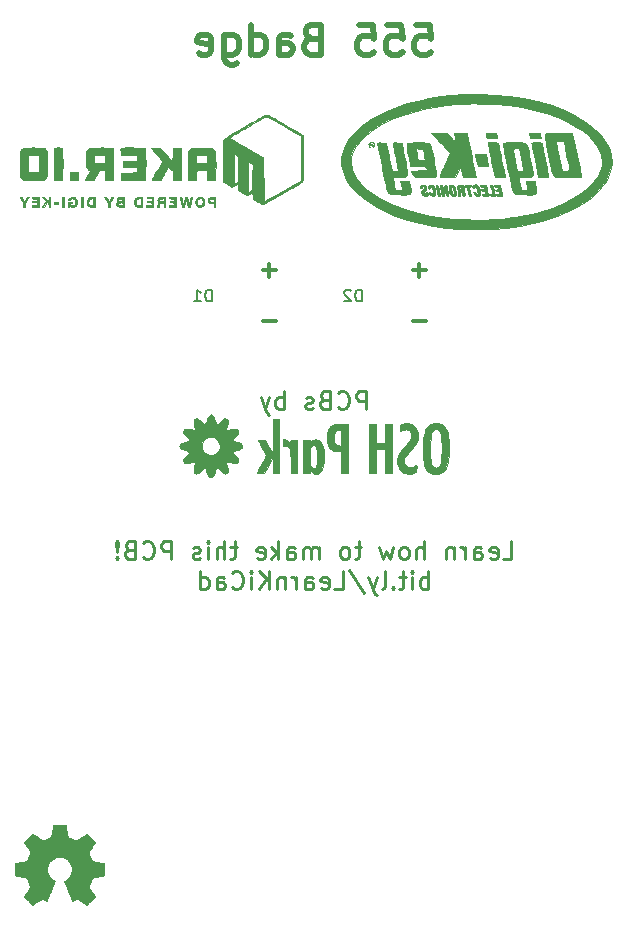
<source format=gbo>
G04 #@! TF.FileFunction,Legend,Bot*
%FSLAX46Y46*%
G04 Gerber Fmt 4.6, Leading zero omitted, Abs format (unit mm)*
G04 Created by KiCad (PCBNEW 4.0.7) date 06/28/18 08:28:43*
%MOMM*%
%LPD*%
G01*
G04 APERTURE LIST*
%ADD10C,0.100000*%
%ADD11C,0.152400*%
%ADD12C,0.300000*%
%ADD13C,0.254000*%
%ADD14C,0.508000*%
%ADD15C,0.010000*%
G04 APERTURE END LIST*
D10*
D11*
X157964095Y-74112381D02*
X157964095Y-73112381D01*
X157726000Y-73112381D01*
X157583142Y-73160000D01*
X157487904Y-73255238D01*
X157440285Y-73350476D01*
X157392666Y-73540952D01*
X157392666Y-73683810D01*
X157440285Y-73874286D01*
X157487904Y-73969524D01*
X157583142Y-74064762D01*
X157726000Y-74112381D01*
X157964095Y-74112381D01*
X157011714Y-73207619D02*
X156964095Y-73160000D01*
X156868857Y-73112381D01*
X156630761Y-73112381D01*
X156535523Y-73160000D01*
X156487904Y-73207619D01*
X156440285Y-73302857D01*
X156440285Y-73398095D01*
X156487904Y-73540952D01*
X157059333Y-74112381D01*
X156440285Y-74112381D01*
X145264095Y-74112381D02*
X145264095Y-73112381D01*
X145026000Y-73112381D01*
X144883142Y-73160000D01*
X144787904Y-73255238D01*
X144740285Y-73350476D01*
X144692666Y-73540952D01*
X144692666Y-73683810D01*
X144740285Y-73874286D01*
X144787904Y-73969524D01*
X144883142Y-74064762D01*
X145026000Y-74112381D01*
X145264095Y-74112381D01*
X143740285Y-74112381D02*
X144311714Y-74112381D01*
X144026000Y-74112381D02*
X144026000Y-73112381D01*
X144121238Y-73255238D01*
X144216476Y-73350476D01*
X144311714Y-73398095D01*
D12*
X163385428Y-75799143D02*
X162242571Y-75799143D01*
X150685428Y-75799143D02*
X149542571Y-75799143D01*
X163385428Y-71481143D02*
X162242571Y-71481143D01*
X162814000Y-72052571D02*
X162814000Y-70909714D01*
X150685428Y-71481143D02*
X149542571Y-71481143D01*
X150114000Y-72052571D02*
X150114000Y-70909714D01*
D13*
X158314571Y-83239429D02*
X158314571Y-81715429D01*
X157733999Y-81715429D01*
X157588857Y-81788000D01*
X157516285Y-81860571D01*
X157443714Y-82005714D01*
X157443714Y-82223429D01*
X157516285Y-82368571D01*
X157588857Y-82441143D01*
X157733999Y-82513714D01*
X158314571Y-82513714D01*
X155919714Y-83094286D02*
X155992285Y-83166857D01*
X156209999Y-83239429D01*
X156355142Y-83239429D01*
X156572857Y-83166857D01*
X156717999Y-83021714D01*
X156790571Y-82876571D01*
X156863142Y-82586286D01*
X156863142Y-82368571D01*
X156790571Y-82078286D01*
X156717999Y-81933143D01*
X156572857Y-81788000D01*
X156355142Y-81715429D01*
X156209999Y-81715429D01*
X155992285Y-81788000D01*
X155919714Y-81860571D01*
X154758571Y-82441143D02*
X154540857Y-82513714D01*
X154468285Y-82586286D01*
X154395714Y-82731429D01*
X154395714Y-82949143D01*
X154468285Y-83094286D01*
X154540857Y-83166857D01*
X154685999Y-83239429D01*
X155266571Y-83239429D01*
X155266571Y-81715429D01*
X154758571Y-81715429D01*
X154613428Y-81788000D01*
X154540857Y-81860571D01*
X154468285Y-82005714D01*
X154468285Y-82150857D01*
X154540857Y-82296000D01*
X154613428Y-82368571D01*
X154758571Y-82441143D01*
X155266571Y-82441143D01*
X153815142Y-83166857D02*
X153669999Y-83239429D01*
X153379714Y-83239429D01*
X153234571Y-83166857D01*
X153161999Y-83021714D01*
X153161999Y-82949143D01*
X153234571Y-82804000D01*
X153379714Y-82731429D01*
X153597428Y-82731429D01*
X153742571Y-82658857D01*
X153815142Y-82513714D01*
X153815142Y-82441143D01*
X153742571Y-82296000D01*
X153597428Y-82223429D01*
X153379714Y-82223429D01*
X153234571Y-82296000D01*
X151347714Y-83239429D02*
X151347714Y-81715429D01*
X151347714Y-82296000D02*
X151202571Y-82223429D01*
X150912285Y-82223429D01*
X150767142Y-82296000D01*
X150694571Y-82368571D01*
X150622000Y-82513714D01*
X150622000Y-82949143D01*
X150694571Y-83094286D01*
X150767142Y-83166857D01*
X150912285Y-83239429D01*
X151202571Y-83239429D01*
X151347714Y-83166857D01*
X150114000Y-82223429D02*
X149751143Y-83239429D01*
X149388285Y-82223429D02*
X149751143Y-83239429D01*
X149896285Y-83602286D01*
X149968857Y-83674857D01*
X150114000Y-83747429D01*
X169889714Y-95939429D02*
X170615428Y-95939429D01*
X170615428Y-94415429D01*
X168801142Y-95866857D02*
X168946285Y-95939429D01*
X169236571Y-95939429D01*
X169381714Y-95866857D01*
X169454285Y-95721714D01*
X169454285Y-95141143D01*
X169381714Y-94996000D01*
X169236571Y-94923429D01*
X168946285Y-94923429D01*
X168801142Y-94996000D01*
X168728571Y-95141143D01*
X168728571Y-95286286D01*
X169454285Y-95431429D01*
X167422285Y-95939429D02*
X167422285Y-95141143D01*
X167494856Y-94996000D01*
X167639999Y-94923429D01*
X167930285Y-94923429D01*
X168075428Y-94996000D01*
X167422285Y-95866857D02*
X167567428Y-95939429D01*
X167930285Y-95939429D01*
X168075428Y-95866857D01*
X168147999Y-95721714D01*
X168147999Y-95576571D01*
X168075428Y-95431429D01*
X167930285Y-95358857D01*
X167567428Y-95358857D01*
X167422285Y-95286286D01*
X166696571Y-95939429D02*
X166696571Y-94923429D01*
X166696571Y-95213714D02*
X166623999Y-95068571D01*
X166551428Y-94996000D01*
X166406285Y-94923429D01*
X166261142Y-94923429D01*
X165753142Y-94923429D02*
X165753142Y-95939429D01*
X165753142Y-95068571D02*
X165680570Y-94996000D01*
X165535428Y-94923429D01*
X165317713Y-94923429D01*
X165172570Y-94996000D01*
X165099999Y-95141143D01*
X165099999Y-95939429D01*
X163213142Y-95939429D02*
X163213142Y-94415429D01*
X162559999Y-95939429D02*
X162559999Y-95141143D01*
X162632570Y-94996000D01*
X162777713Y-94923429D01*
X162995428Y-94923429D01*
X163140570Y-94996000D01*
X163213142Y-95068571D01*
X161616571Y-95939429D02*
X161761713Y-95866857D01*
X161834285Y-95794286D01*
X161906856Y-95649143D01*
X161906856Y-95213714D01*
X161834285Y-95068571D01*
X161761713Y-94996000D01*
X161616571Y-94923429D01*
X161398856Y-94923429D01*
X161253713Y-94996000D01*
X161181142Y-95068571D01*
X161108571Y-95213714D01*
X161108571Y-95649143D01*
X161181142Y-95794286D01*
X161253713Y-95866857D01*
X161398856Y-95939429D01*
X161616571Y-95939429D01*
X160600571Y-94923429D02*
X160310285Y-95939429D01*
X160019999Y-95213714D01*
X159729714Y-95939429D01*
X159439428Y-94923429D01*
X157915428Y-94923429D02*
X157334857Y-94923429D01*
X157697714Y-94415429D02*
X157697714Y-95721714D01*
X157625142Y-95866857D01*
X157480000Y-95939429D01*
X157334857Y-95939429D01*
X156609143Y-95939429D02*
X156754285Y-95866857D01*
X156826857Y-95794286D01*
X156899428Y-95649143D01*
X156899428Y-95213714D01*
X156826857Y-95068571D01*
X156754285Y-94996000D01*
X156609143Y-94923429D01*
X156391428Y-94923429D01*
X156246285Y-94996000D01*
X156173714Y-95068571D01*
X156101143Y-95213714D01*
X156101143Y-95649143D01*
X156173714Y-95794286D01*
X156246285Y-95866857D01*
X156391428Y-95939429D01*
X156609143Y-95939429D01*
X154286857Y-95939429D02*
X154286857Y-94923429D01*
X154286857Y-95068571D02*
X154214285Y-94996000D01*
X154069143Y-94923429D01*
X153851428Y-94923429D01*
X153706285Y-94996000D01*
X153633714Y-95141143D01*
X153633714Y-95939429D01*
X153633714Y-95141143D02*
X153561143Y-94996000D01*
X153416000Y-94923429D01*
X153198285Y-94923429D01*
X153053143Y-94996000D01*
X152980571Y-95141143D01*
X152980571Y-95939429D01*
X151601714Y-95939429D02*
X151601714Y-95141143D01*
X151674285Y-94996000D01*
X151819428Y-94923429D01*
X152109714Y-94923429D01*
X152254857Y-94996000D01*
X151601714Y-95866857D02*
X151746857Y-95939429D01*
X152109714Y-95939429D01*
X152254857Y-95866857D01*
X152327428Y-95721714D01*
X152327428Y-95576571D01*
X152254857Y-95431429D01*
X152109714Y-95358857D01*
X151746857Y-95358857D01*
X151601714Y-95286286D01*
X150876000Y-95939429D02*
X150876000Y-94415429D01*
X150730857Y-95358857D02*
X150295428Y-95939429D01*
X150295428Y-94923429D02*
X150876000Y-95504000D01*
X149061714Y-95866857D02*
X149206857Y-95939429D01*
X149497143Y-95939429D01*
X149642286Y-95866857D01*
X149714857Y-95721714D01*
X149714857Y-95141143D01*
X149642286Y-94996000D01*
X149497143Y-94923429D01*
X149206857Y-94923429D01*
X149061714Y-94996000D01*
X148989143Y-95141143D01*
X148989143Y-95286286D01*
X149714857Y-95431429D01*
X147392571Y-94923429D02*
X146812000Y-94923429D01*
X147174857Y-94415429D02*
X147174857Y-95721714D01*
X147102285Y-95866857D01*
X146957143Y-95939429D01*
X146812000Y-95939429D01*
X146304000Y-95939429D02*
X146304000Y-94415429D01*
X145650857Y-95939429D02*
X145650857Y-95141143D01*
X145723428Y-94996000D01*
X145868571Y-94923429D01*
X146086286Y-94923429D01*
X146231428Y-94996000D01*
X146304000Y-95068571D01*
X144925143Y-95939429D02*
X144925143Y-94923429D01*
X144925143Y-94415429D02*
X144997714Y-94488000D01*
X144925143Y-94560571D01*
X144852571Y-94488000D01*
X144925143Y-94415429D01*
X144925143Y-94560571D01*
X144272000Y-95866857D02*
X144126857Y-95939429D01*
X143836572Y-95939429D01*
X143691429Y-95866857D01*
X143618857Y-95721714D01*
X143618857Y-95649143D01*
X143691429Y-95504000D01*
X143836572Y-95431429D01*
X144054286Y-95431429D01*
X144199429Y-95358857D01*
X144272000Y-95213714D01*
X144272000Y-95141143D01*
X144199429Y-94996000D01*
X144054286Y-94923429D01*
X143836572Y-94923429D01*
X143691429Y-94996000D01*
X141804572Y-95939429D02*
X141804572Y-94415429D01*
X141224000Y-94415429D01*
X141078858Y-94488000D01*
X141006286Y-94560571D01*
X140933715Y-94705714D01*
X140933715Y-94923429D01*
X141006286Y-95068571D01*
X141078858Y-95141143D01*
X141224000Y-95213714D01*
X141804572Y-95213714D01*
X139409715Y-95794286D02*
X139482286Y-95866857D01*
X139700000Y-95939429D01*
X139845143Y-95939429D01*
X140062858Y-95866857D01*
X140208000Y-95721714D01*
X140280572Y-95576571D01*
X140353143Y-95286286D01*
X140353143Y-95068571D01*
X140280572Y-94778286D01*
X140208000Y-94633143D01*
X140062858Y-94488000D01*
X139845143Y-94415429D01*
X139700000Y-94415429D01*
X139482286Y-94488000D01*
X139409715Y-94560571D01*
X138248572Y-95141143D02*
X138030858Y-95213714D01*
X137958286Y-95286286D01*
X137885715Y-95431429D01*
X137885715Y-95649143D01*
X137958286Y-95794286D01*
X138030858Y-95866857D01*
X138176000Y-95939429D01*
X138756572Y-95939429D01*
X138756572Y-94415429D01*
X138248572Y-94415429D01*
X138103429Y-94488000D01*
X138030858Y-94560571D01*
X137958286Y-94705714D01*
X137958286Y-94850857D01*
X138030858Y-94996000D01*
X138103429Y-95068571D01*
X138248572Y-95141143D01*
X138756572Y-95141143D01*
X137232572Y-95794286D02*
X137160000Y-95866857D01*
X137232572Y-95939429D01*
X137305143Y-95866857D01*
X137232572Y-95794286D01*
X137232572Y-95939429D01*
X137232572Y-95358857D02*
X137305143Y-94488000D01*
X137232572Y-94415429D01*
X137160000Y-94488000D01*
X137232572Y-95358857D01*
X137232572Y-94415429D01*
X163575999Y-98479429D02*
X163575999Y-96955429D01*
X163575999Y-97536000D02*
X163430856Y-97463429D01*
X163140570Y-97463429D01*
X162995427Y-97536000D01*
X162922856Y-97608571D01*
X162850285Y-97753714D01*
X162850285Y-98189143D01*
X162922856Y-98334286D01*
X162995427Y-98406857D01*
X163140570Y-98479429D01*
X163430856Y-98479429D01*
X163575999Y-98406857D01*
X162197142Y-98479429D02*
X162197142Y-97463429D01*
X162197142Y-96955429D02*
X162269713Y-97028000D01*
X162197142Y-97100571D01*
X162124570Y-97028000D01*
X162197142Y-96955429D01*
X162197142Y-97100571D01*
X161689142Y-97463429D02*
X161108571Y-97463429D01*
X161471428Y-96955429D02*
X161471428Y-98261714D01*
X161398856Y-98406857D01*
X161253714Y-98479429D01*
X161108571Y-98479429D01*
X160600571Y-98334286D02*
X160527999Y-98406857D01*
X160600571Y-98479429D01*
X160673142Y-98406857D01*
X160600571Y-98334286D01*
X160600571Y-98479429D01*
X159657143Y-98479429D02*
X159802285Y-98406857D01*
X159874857Y-98261714D01*
X159874857Y-96955429D01*
X159221714Y-97463429D02*
X158858857Y-98479429D01*
X158495999Y-97463429D02*
X158858857Y-98479429D01*
X159003999Y-98842286D01*
X159076571Y-98914857D01*
X159221714Y-98987429D01*
X156826856Y-96882857D02*
X158133142Y-98842286D01*
X155593143Y-98479429D02*
X156318857Y-98479429D01*
X156318857Y-96955429D01*
X154504571Y-98406857D02*
X154649714Y-98479429D01*
X154940000Y-98479429D01*
X155085143Y-98406857D01*
X155157714Y-98261714D01*
X155157714Y-97681143D01*
X155085143Y-97536000D01*
X154940000Y-97463429D01*
X154649714Y-97463429D01*
X154504571Y-97536000D01*
X154432000Y-97681143D01*
X154432000Y-97826286D01*
X155157714Y-97971429D01*
X153125714Y-98479429D02*
X153125714Y-97681143D01*
X153198285Y-97536000D01*
X153343428Y-97463429D01*
X153633714Y-97463429D01*
X153778857Y-97536000D01*
X153125714Y-98406857D02*
X153270857Y-98479429D01*
X153633714Y-98479429D01*
X153778857Y-98406857D01*
X153851428Y-98261714D01*
X153851428Y-98116571D01*
X153778857Y-97971429D01*
X153633714Y-97898857D01*
X153270857Y-97898857D01*
X153125714Y-97826286D01*
X152400000Y-98479429D02*
X152400000Y-97463429D01*
X152400000Y-97753714D02*
X152327428Y-97608571D01*
X152254857Y-97536000D01*
X152109714Y-97463429D01*
X151964571Y-97463429D01*
X151456571Y-97463429D02*
X151456571Y-98479429D01*
X151456571Y-97608571D02*
X151383999Y-97536000D01*
X151238857Y-97463429D01*
X151021142Y-97463429D01*
X150875999Y-97536000D01*
X150803428Y-97681143D01*
X150803428Y-98479429D01*
X150077714Y-98479429D02*
X150077714Y-96955429D01*
X149206857Y-98479429D02*
X149860000Y-97608571D01*
X149206857Y-96955429D02*
X150077714Y-97826286D01*
X148553714Y-98479429D02*
X148553714Y-97463429D01*
X148553714Y-96955429D02*
X148626285Y-97028000D01*
X148553714Y-97100571D01*
X148481142Y-97028000D01*
X148553714Y-96955429D01*
X148553714Y-97100571D01*
X146957143Y-98334286D02*
X147029714Y-98406857D01*
X147247428Y-98479429D01*
X147392571Y-98479429D01*
X147610286Y-98406857D01*
X147755428Y-98261714D01*
X147828000Y-98116571D01*
X147900571Y-97826286D01*
X147900571Y-97608571D01*
X147828000Y-97318286D01*
X147755428Y-97173143D01*
X147610286Y-97028000D01*
X147392571Y-96955429D01*
X147247428Y-96955429D01*
X147029714Y-97028000D01*
X146957143Y-97100571D01*
X145650857Y-98479429D02*
X145650857Y-97681143D01*
X145723428Y-97536000D01*
X145868571Y-97463429D01*
X146158857Y-97463429D01*
X146304000Y-97536000D01*
X145650857Y-98406857D02*
X145796000Y-98479429D01*
X146158857Y-98479429D01*
X146304000Y-98406857D01*
X146376571Y-98261714D01*
X146376571Y-98116571D01*
X146304000Y-97971429D01*
X146158857Y-97898857D01*
X145796000Y-97898857D01*
X145650857Y-97826286D01*
X144272000Y-98479429D02*
X144272000Y-96955429D01*
X144272000Y-98406857D02*
X144417143Y-98479429D01*
X144707429Y-98479429D01*
X144852571Y-98406857D01*
X144925143Y-98334286D01*
X144997714Y-98189143D01*
X144997714Y-97753714D01*
X144925143Y-97608571D01*
X144852571Y-97536000D01*
X144707429Y-97463429D01*
X144417143Y-97463429D01*
X144272000Y-97536000D01*
D14*
X162511619Y-50679048D02*
X163721143Y-50679048D01*
X163842095Y-51888571D01*
X163721143Y-51767619D01*
X163479238Y-51646667D01*
X162874476Y-51646667D01*
X162632572Y-51767619D01*
X162511619Y-51888571D01*
X162390667Y-52130476D01*
X162390667Y-52735238D01*
X162511619Y-52977143D01*
X162632572Y-53098095D01*
X162874476Y-53219048D01*
X163479238Y-53219048D01*
X163721143Y-53098095D01*
X163842095Y-52977143D01*
X160092571Y-50679048D02*
X161302095Y-50679048D01*
X161423047Y-51888571D01*
X161302095Y-51767619D01*
X161060190Y-51646667D01*
X160455428Y-51646667D01*
X160213524Y-51767619D01*
X160092571Y-51888571D01*
X159971619Y-52130476D01*
X159971619Y-52735238D01*
X160092571Y-52977143D01*
X160213524Y-53098095D01*
X160455428Y-53219048D01*
X161060190Y-53219048D01*
X161302095Y-53098095D01*
X161423047Y-52977143D01*
X157673523Y-50679048D02*
X158883047Y-50679048D01*
X159003999Y-51888571D01*
X158883047Y-51767619D01*
X158641142Y-51646667D01*
X158036380Y-51646667D01*
X157794476Y-51767619D01*
X157673523Y-51888571D01*
X157552571Y-52130476D01*
X157552571Y-52735238D01*
X157673523Y-52977143D01*
X157794476Y-53098095D01*
X158036380Y-53219048D01*
X158641142Y-53219048D01*
X158883047Y-53098095D01*
X159003999Y-52977143D01*
X153682094Y-51888571D02*
X153319237Y-52009524D01*
X153198285Y-52130476D01*
X153077333Y-52372381D01*
X153077333Y-52735238D01*
X153198285Y-52977143D01*
X153319237Y-53098095D01*
X153561142Y-53219048D01*
X154528761Y-53219048D01*
X154528761Y-50679048D01*
X153682094Y-50679048D01*
X153440190Y-50800000D01*
X153319237Y-50920952D01*
X153198285Y-51162857D01*
X153198285Y-51404762D01*
X153319237Y-51646667D01*
X153440190Y-51767619D01*
X153682094Y-51888571D01*
X154528761Y-51888571D01*
X150900190Y-53219048D02*
X150900190Y-51888571D01*
X151021142Y-51646667D01*
X151263047Y-51525714D01*
X151746856Y-51525714D01*
X151988761Y-51646667D01*
X150900190Y-53098095D02*
X151142094Y-53219048D01*
X151746856Y-53219048D01*
X151988761Y-53098095D01*
X152109713Y-52856190D01*
X152109713Y-52614286D01*
X151988761Y-52372381D01*
X151746856Y-52251429D01*
X151142094Y-52251429D01*
X150900190Y-52130476D01*
X148602095Y-53219048D02*
X148602095Y-50679048D01*
X148602095Y-53098095D02*
X148843999Y-53219048D01*
X149327809Y-53219048D01*
X149569714Y-53098095D01*
X149690666Y-52977143D01*
X149811618Y-52735238D01*
X149811618Y-52009524D01*
X149690666Y-51767619D01*
X149569714Y-51646667D01*
X149327809Y-51525714D01*
X148843999Y-51525714D01*
X148602095Y-51646667D01*
X146304000Y-51525714D02*
X146304000Y-53581905D01*
X146424952Y-53823810D01*
X146545904Y-53944762D01*
X146787809Y-54065714D01*
X147150666Y-54065714D01*
X147392571Y-53944762D01*
X146304000Y-53098095D02*
X146545904Y-53219048D01*
X147029714Y-53219048D01*
X147271619Y-53098095D01*
X147392571Y-52977143D01*
X147513523Y-52735238D01*
X147513523Y-52009524D01*
X147392571Y-51767619D01*
X147271619Y-51646667D01*
X147029714Y-51525714D01*
X146545904Y-51525714D01*
X146304000Y-51646667D01*
X144126857Y-53098095D02*
X144368762Y-53219048D01*
X144852571Y-53219048D01*
X145094476Y-53098095D01*
X145215428Y-52856190D01*
X145215428Y-51888571D01*
X145094476Y-51646667D01*
X144852571Y-51525714D01*
X144368762Y-51525714D01*
X144126857Y-51646667D01*
X144005905Y-51888571D01*
X144005905Y-52130476D01*
X145215428Y-52372381D01*
D15*
G36*
X145065373Y-83713928D02*
X144987485Y-83777994D01*
X144918054Y-83887121D01*
X144855811Y-84043233D01*
X144806792Y-84217644D01*
X144779786Y-84325889D01*
X144758894Y-84394713D01*
X144738305Y-84434079D01*
X144712209Y-84453945D01*
X144674793Y-84464273D01*
X144661405Y-84466830D01*
X144621367Y-84471998D01*
X144585822Y-84466853D01*
X144545924Y-84445877D01*
X144492825Y-84403553D01*
X144417678Y-84334363D01*
X144358755Y-84278069D01*
X144267742Y-84193858D01*
X144183654Y-84121719D01*
X144116567Y-84069962D01*
X144079749Y-84047934D01*
X143961227Y-84024978D01*
X143855884Y-84046514D01*
X143772121Y-84108635D01*
X143718339Y-84207438D01*
X143715455Y-84217274D01*
X143706788Y-84266583D01*
X143707877Y-84326655D01*
X143720091Y-84407906D01*
X143744800Y-84520753D01*
X143767564Y-84613408D01*
X143844568Y-84919377D01*
X143784234Y-84979711D01*
X143723900Y-85040046D01*
X143421353Y-84960929D01*
X143288655Y-84927332D01*
X143193714Y-84906796D01*
X143125588Y-84897927D01*
X143073333Y-84899334D01*
X143026006Y-84909623D01*
X143023666Y-84910318D01*
X142921848Y-84962996D01*
X142853901Y-85043744D01*
X142824837Y-85141865D01*
X142839667Y-85246665D01*
X142852404Y-85275819D01*
X142880946Y-85315408D01*
X142937288Y-85381252D01*
X143013069Y-85463928D01*
X143093259Y-85547254D01*
X143305910Y-85763209D01*
X143277731Y-85855024D01*
X143260179Y-85903150D01*
X143235613Y-85934403D01*
X143191651Y-85956746D01*
X143115907Y-85978143D01*
X143068626Y-85989472D01*
X142907352Y-86029664D01*
X142787057Y-86065719D01*
X142698555Y-86101513D01*
X142632662Y-86140923D01*
X142580192Y-86187828D01*
X142568701Y-86200488D01*
X142518625Y-86265444D01*
X142499555Y-86319345D01*
X142503011Y-86380282D01*
X142528170Y-86461313D01*
X142578574Y-86529711D01*
X142659677Y-86588819D01*
X142776932Y-86641977D01*
X142935794Y-86692530D01*
X143068150Y-86726588D01*
X143161846Y-86750566D01*
X143218331Y-86771817D01*
X143250021Y-86798465D01*
X143269333Y-86838634D01*
X143277352Y-86863479D01*
X143306103Y-86956900D01*
X143092480Y-87169233D01*
X142979096Y-87285984D01*
X142900697Y-87378379D01*
X142852939Y-87454211D01*
X142831474Y-87521276D01*
X142831959Y-87587367D01*
X142839289Y-87623339D01*
X142875826Y-87711818D01*
X142935851Y-87771225D01*
X143023607Y-87802362D01*
X143143333Y-87806033D01*
X143299271Y-87783040D01*
X143467029Y-87742153D01*
X143717426Y-87673479D01*
X143780997Y-87737051D01*
X143844568Y-87800622D01*
X143767423Y-88107149D01*
X143730784Y-88264587D01*
X143711516Y-88383431D01*
X143709833Y-88472899D01*
X143725949Y-88542212D01*
X143760079Y-88600589D01*
X143779418Y-88623603D01*
X143846409Y-88666951D01*
X143937750Y-88690133D01*
X144029193Y-88687769D01*
X144047542Y-88683092D01*
X144087990Y-88658696D01*
X144154898Y-88605720D01*
X144239141Y-88531841D01*
X144331598Y-88444735D01*
X144336370Y-88440075D01*
X144565839Y-88215590D01*
X144658391Y-88243995D01*
X144706945Y-88261675D01*
X144738506Y-88286312D01*
X144761150Y-88330305D01*
X144782954Y-88406058D01*
X144794412Y-88452850D01*
X144845265Y-88643088D01*
X144896561Y-88787978D01*
X144951572Y-88892891D01*
X145013568Y-88963199D01*
X145085823Y-89004275D01*
X145138316Y-89017600D01*
X145220521Y-89016582D01*
X145293811Y-88977077D01*
X145295067Y-88976093D01*
X145358541Y-88911881D01*
X145412659Y-88823018D01*
X145461262Y-88701323D01*
X145508193Y-88538613D01*
X145517031Y-88503228D01*
X145544299Y-88394976D01*
X145565794Y-88325658D01*
X145587513Y-88284790D01*
X145615459Y-88261889D01*
X145655632Y-88246473D01*
X145665798Y-88243324D01*
X145757791Y-88215090D01*
X145973746Y-88427741D01*
X146063603Y-88514062D01*
X146145350Y-88588683D01*
X146209563Y-88643242D01*
X146245181Y-88668596D01*
X146352115Y-88697324D01*
X146455594Y-88677644D01*
X146533254Y-88623854D01*
X146581444Y-88569037D01*
X146611233Y-88513280D01*
X146623140Y-88446935D01*
X146617683Y-88360353D01*
X146595379Y-88243886D01*
X146561126Y-88104749D01*
X146481401Y-87796654D01*
X146542404Y-87735650D01*
X146603408Y-87674646D01*
X146861950Y-87742841D01*
X147031514Y-87783832D01*
X147161885Y-87805851D01*
X147260869Y-87809206D01*
X147336272Y-87794205D01*
X147392435Y-87763785D01*
X147465952Y-87681458D01*
X147493986Y-87577174D01*
X147487522Y-87494272D01*
X147468612Y-87439501D01*
X147427695Y-87373613D01*
X147359412Y-87289274D01*
X147258406Y-87179147D01*
X147253936Y-87174445D01*
X147163590Y-87078568D01*
X147103364Y-87010573D01*
X147067895Y-86961990D01*
X147051819Y-86924348D01*
X147049775Y-86889174D01*
X147054269Y-86859071D01*
X147063701Y-86817646D01*
X147079959Y-86789071D01*
X147113001Y-86767555D01*
X147172789Y-86747306D01*
X147269281Y-86722531D01*
X147303356Y-86714208D01*
X147475086Y-86667415D01*
X147603974Y-86620070D01*
X147697887Y-86568547D01*
X147764690Y-86509222D01*
X147774800Y-86496983D01*
X147821273Y-86403768D01*
X147818166Y-86303318D01*
X147816866Y-86300029D01*
X145941644Y-86300029D01*
X145934792Y-86490303D01*
X145884779Y-86664057D01*
X145797715Y-86817147D01*
X145679708Y-86945430D01*
X145536868Y-87044762D01*
X145375304Y-87110999D01*
X145201124Y-87139998D01*
X145020437Y-87127615D01*
X144839353Y-87069708D01*
X144820236Y-87060657D01*
X144652440Y-86952447D01*
X144523625Y-86812830D01*
X144436116Y-86645572D01*
X144392241Y-86454436D01*
X144387351Y-86360000D01*
X144410125Y-86157426D01*
X144477788Y-85978290D01*
X144589353Y-85824209D01*
X144743835Y-85696802D01*
X144818100Y-85653311D01*
X144891388Y-85618553D01*
X144960600Y-85598165D01*
X145043920Y-85588592D01*
X145159531Y-85586280D01*
X145161000Y-85586281D01*
X145282377Y-85589434D01*
X145371785Y-85600788D01*
X145447829Y-85623721D01*
X145502829Y-85648353D01*
X145671502Y-85757402D01*
X145801602Y-85898754D01*
X145891166Y-86069494D01*
X145938231Y-86266706D01*
X145941644Y-86300029D01*
X147816866Y-86300029D01*
X147791863Y-86236795D01*
X147752576Y-86182763D01*
X147690497Y-86135477D01*
X147598368Y-86091310D01*
X147468930Y-86046633D01*
X147335203Y-86008506D01*
X147221668Y-85977286D01*
X147147261Y-85953215D01*
X147101947Y-85930642D01*
X147075695Y-85903915D01*
X147058470Y-85867384D01*
X147051925Y-85848947D01*
X147020143Y-85756994D01*
X147222718Y-85556847D01*
X147308837Y-85468871D01*
X147383988Y-85386807D01*
X147438862Y-85321129D01*
X147461547Y-85288111D01*
X147495510Y-85176592D01*
X147479792Y-85069161D01*
X147432769Y-84991212D01*
X147381047Y-84940544D01*
X147322463Y-84909879D01*
X147248344Y-84898741D01*
X147150018Y-84906658D01*
X147018812Y-84933156D01*
X146903495Y-84962312D01*
X146604186Y-85041639D01*
X146542167Y-84974719D01*
X146480148Y-84907800D01*
X146558975Y-84612429D01*
X146598098Y-84454184D01*
X146618776Y-84334728D01*
X146620522Y-84245332D01*
X146602850Y-84177265D01*
X146565275Y-84121797D01*
X146529788Y-84088231D01*
X146429634Y-84033750D01*
X146320470Y-84028461D01*
X146232889Y-84058764D01*
X146187136Y-84091249D01*
X146116989Y-84151315D01*
X146032955Y-84229626D01*
X145965783Y-84296090D01*
X145767266Y-84497852D01*
X145671325Y-84472244D01*
X145575383Y-84446635D01*
X145518993Y-84212727D01*
X145466805Y-84024516D01*
X145410916Y-83882885D01*
X145348357Y-83783618D01*
X145276160Y-83722500D01*
X145191356Y-83695316D01*
X145152987Y-83693000D01*
X145065373Y-83713928D01*
X145065373Y-83713928D01*
G37*
X145065373Y-83713928D02*
X144987485Y-83777994D01*
X144918054Y-83887121D01*
X144855811Y-84043233D01*
X144806792Y-84217644D01*
X144779786Y-84325889D01*
X144758894Y-84394713D01*
X144738305Y-84434079D01*
X144712209Y-84453945D01*
X144674793Y-84464273D01*
X144661405Y-84466830D01*
X144621367Y-84471998D01*
X144585822Y-84466853D01*
X144545924Y-84445877D01*
X144492825Y-84403553D01*
X144417678Y-84334363D01*
X144358755Y-84278069D01*
X144267742Y-84193858D01*
X144183654Y-84121719D01*
X144116567Y-84069962D01*
X144079749Y-84047934D01*
X143961227Y-84024978D01*
X143855884Y-84046514D01*
X143772121Y-84108635D01*
X143718339Y-84207438D01*
X143715455Y-84217274D01*
X143706788Y-84266583D01*
X143707877Y-84326655D01*
X143720091Y-84407906D01*
X143744800Y-84520753D01*
X143767564Y-84613408D01*
X143844568Y-84919377D01*
X143784234Y-84979711D01*
X143723900Y-85040046D01*
X143421353Y-84960929D01*
X143288655Y-84927332D01*
X143193714Y-84906796D01*
X143125588Y-84897927D01*
X143073333Y-84899334D01*
X143026006Y-84909623D01*
X143023666Y-84910318D01*
X142921848Y-84962996D01*
X142853901Y-85043744D01*
X142824837Y-85141865D01*
X142839667Y-85246665D01*
X142852404Y-85275819D01*
X142880946Y-85315408D01*
X142937288Y-85381252D01*
X143013069Y-85463928D01*
X143093259Y-85547254D01*
X143305910Y-85763209D01*
X143277731Y-85855024D01*
X143260179Y-85903150D01*
X143235613Y-85934403D01*
X143191651Y-85956746D01*
X143115907Y-85978143D01*
X143068626Y-85989472D01*
X142907352Y-86029664D01*
X142787057Y-86065719D01*
X142698555Y-86101513D01*
X142632662Y-86140923D01*
X142580192Y-86187828D01*
X142568701Y-86200488D01*
X142518625Y-86265444D01*
X142499555Y-86319345D01*
X142503011Y-86380282D01*
X142528170Y-86461313D01*
X142578574Y-86529711D01*
X142659677Y-86588819D01*
X142776932Y-86641977D01*
X142935794Y-86692530D01*
X143068150Y-86726588D01*
X143161846Y-86750566D01*
X143218331Y-86771817D01*
X143250021Y-86798465D01*
X143269333Y-86838634D01*
X143277352Y-86863479D01*
X143306103Y-86956900D01*
X143092480Y-87169233D01*
X142979096Y-87285984D01*
X142900697Y-87378379D01*
X142852939Y-87454211D01*
X142831474Y-87521276D01*
X142831959Y-87587367D01*
X142839289Y-87623339D01*
X142875826Y-87711818D01*
X142935851Y-87771225D01*
X143023607Y-87802362D01*
X143143333Y-87806033D01*
X143299271Y-87783040D01*
X143467029Y-87742153D01*
X143717426Y-87673479D01*
X143780997Y-87737051D01*
X143844568Y-87800622D01*
X143767423Y-88107149D01*
X143730784Y-88264587D01*
X143711516Y-88383431D01*
X143709833Y-88472899D01*
X143725949Y-88542212D01*
X143760079Y-88600589D01*
X143779418Y-88623603D01*
X143846409Y-88666951D01*
X143937750Y-88690133D01*
X144029193Y-88687769D01*
X144047542Y-88683092D01*
X144087990Y-88658696D01*
X144154898Y-88605720D01*
X144239141Y-88531841D01*
X144331598Y-88444735D01*
X144336370Y-88440075D01*
X144565839Y-88215590D01*
X144658391Y-88243995D01*
X144706945Y-88261675D01*
X144738506Y-88286312D01*
X144761150Y-88330305D01*
X144782954Y-88406058D01*
X144794412Y-88452850D01*
X144845265Y-88643088D01*
X144896561Y-88787978D01*
X144951572Y-88892891D01*
X145013568Y-88963199D01*
X145085823Y-89004275D01*
X145138316Y-89017600D01*
X145220521Y-89016582D01*
X145293811Y-88977077D01*
X145295067Y-88976093D01*
X145358541Y-88911881D01*
X145412659Y-88823018D01*
X145461262Y-88701323D01*
X145508193Y-88538613D01*
X145517031Y-88503228D01*
X145544299Y-88394976D01*
X145565794Y-88325658D01*
X145587513Y-88284790D01*
X145615459Y-88261889D01*
X145655632Y-88246473D01*
X145665798Y-88243324D01*
X145757791Y-88215090D01*
X145973746Y-88427741D01*
X146063603Y-88514062D01*
X146145350Y-88588683D01*
X146209563Y-88643242D01*
X146245181Y-88668596D01*
X146352115Y-88697324D01*
X146455594Y-88677644D01*
X146533254Y-88623854D01*
X146581444Y-88569037D01*
X146611233Y-88513280D01*
X146623140Y-88446935D01*
X146617683Y-88360353D01*
X146595379Y-88243886D01*
X146561126Y-88104749D01*
X146481401Y-87796654D01*
X146542404Y-87735650D01*
X146603408Y-87674646D01*
X146861950Y-87742841D01*
X147031514Y-87783832D01*
X147161885Y-87805851D01*
X147260869Y-87809206D01*
X147336272Y-87794205D01*
X147392435Y-87763785D01*
X147465952Y-87681458D01*
X147493986Y-87577174D01*
X147487522Y-87494272D01*
X147468612Y-87439501D01*
X147427695Y-87373613D01*
X147359412Y-87289274D01*
X147258406Y-87179147D01*
X147253936Y-87174445D01*
X147163590Y-87078568D01*
X147103364Y-87010573D01*
X147067895Y-86961990D01*
X147051819Y-86924348D01*
X147049775Y-86889174D01*
X147054269Y-86859071D01*
X147063701Y-86817646D01*
X147079959Y-86789071D01*
X147113001Y-86767555D01*
X147172789Y-86747306D01*
X147269281Y-86722531D01*
X147303356Y-86714208D01*
X147475086Y-86667415D01*
X147603974Y-86620070D01*
X147697887Y-86568547D01*
X147764690Y-86509222D01*
X147774800Y-86496983D01*
X147821273Y-86403768D01*
X147818166Y-86303318D01*
X147816866Y-86300029D01*
X145941644Y-86300029D01*
X145934792Y-86490303D01*
X145884779Y-86664057D01*
X145797715Y-86817147D01*
X145679708Y-86945430D01*
X145536868Y-87044762D01*
X145375304Y-87110999D01*
X145201124Y-87139998D01*
X145020437Y-87127615D01*
X144839353Y-87069708D01*
X144820236Y-87060657D01*
X144652440Y-86952447D01*
X144523625Y-86812830D01*
X144436116Y-86645572D01*
X144392241Y-86454436D01*
X144387351Y-86360000D01*
X144410125Y-86157426D01*
X144477788Y-85978290D01*
X144589353Y-85824209D01*
X144743835Y-85696802D01*
X144818100Y-85653311D01*
X144891388Y-85618553D01*
X144960600Y-85598165D01*
X145043920Y-85588592D01*
X145159531Y-85586280D01*
X145161000Y-85586281D01*
X145282377Y-85589434D01*
X145371785Y-85600788D01*
X145447829Y-85623721D01*
X145502829Y-85648353D01*
X145671502Y-85757402D01*
X145801602Y-85898754D01*
X145891166Y-86069494D01*
X145938231Y-86266706D01*
X145941644Y-86300029D01*
X147816866Y-86300029D01*
X147791863Y-86236795D01*
X147752576Y-86182763D01*
X147690497Y-86135477D01*
X147598368Y-86091310D01*
X147468930Y-86046633D01*
X147335203Y-86008506D01*
X147221668Y-85977286D01*
X147147261Y-85953215D01*
X147101947Y-85930642D01*
X147075695Y-85903915D01*
X147058470Y-85867384D01*
X147051925Y-85848947D01*
X147020143Y-85756994D01*
X147222718Y-85556847D01*
X147308837Y-85468871D01*
X147383988Y-85386807D01*
X147438862Y-85321129D01*
X147461547Y-85288111D01*
X147495510Y-85176592D01*
X147479792Y-85069161D01*
X147432769Y-84991212D01*
X147381047Y-84940544D01*
X147322463Y-84909879D01*
X147248344Y-84898741D01*
X147150018Y-84906658D01*
X147018812Y-84933156D01*
X146903495Y-84962312D01*
X146604186Y-85041639D01*
X146542167Y-84974719D01*
X146480148Y-84907800D01*
X146558975Y-84612429D01*
X146598098Y-84454184D01*
X146618776Y-84334728D01*
X146620522Y-84245332D01*
X146602850Y-84177265D01*
X146565275Y-84121797D01*
X146529788Y-84088231D01*
X146429634Y-84033750D01*
X146320470Y-84028461D01*
X146232889Y-84058764D01*
X146187136Y-84091249D01*
X146116989Y-84151315D01*
X146032955Y-84229626D01*
X145965783Y-84296090D01*
X145767266Y-84497852D01*
X145671325Y-84472244D01*
X145575383Y-84446635D01*
X145518993Y-84212727D01*
X145466805Y-84024516D01*
X145410916Y-83882885D01*
X145348357Y-83783618D01*
X145276160Y-83722500D01*
X145191356Y-83695316D01*
X145152987Y-83693000D01*
X145065373Y-83713928D01*
G36*
X164055401Y-84439887D02*
X163960378Y-84450195D01*
X163884920Y-84467585D01*
X163813413Y-84495073D01*
X163775606Y-84512890D01*
X163635531Y-84597788D01*
X163515581Y-84707365D01*
X163414386Y-84845120D01*
X163330576Y-85014547D01*
X163262779Y-85219146D01*
X163209625Y-85462412D01*
X163169742Y-85747843D01*
X163141761Y-86078936D01*
X163138139Y-86139137D01*
X163126358Y-86389432D01*
X163122072Y-86610706D01*
X163125312Y-86824187D01*
X163136108Y-87051100D01*
X163139502Y-87104952D01*
X163167179Y-87431130D01*
X163205558Y-87711094D01*
X163256346Y-87948631D01*
X163321252Y-88147526D01*
X163401986Y-88311563D01*
X163500256Y-88444527D01*
X163617771Y-88550203D01*
X163756239Y-88632377D01*
X163846325Y-88670574D01*
X163986939Y-88705999D01*
X164154983Y-88722204D01*
X164330864Y-88719194D01*
X164494990Y-88696974D01*
X164591226Y-88670413D01*
X164749615Y-88595400D01*
X164885645Y-88490692D01*
X165000744Y-88353354D01*
X165096341Y-88180448D01*
X165173868Y-87969038D01*
X165234752Y-87716187D01*
X165280424Y-87418959D01*
X165301745Y-87210900D01*
X165318547Y-86951801D01*
X165326689Y-86674034D01*
X165326616Y-86563200D01*
X164702761Y-86563200D01*
X164700714Y-86890451D01*
X164693743Y-87170793D01*
X164681036Y-87407949D01*
X164661778Y-87605642D01*
X164635159Y-87767596D01*
X164600364Y-87897535D01*
X164556582Y-87999183D01*
X164503000Y-88076262D01*
X164438804Y-88132497D01*
X164363183Y-88171612D01*
X164350700Y-88176269D01*
X164220635Y-88199830D01*
X164092208Y-88174735D01*
X164021399Y-88140934D01*
X163952779Y-88087552D01*
X163896130Y-88009653D01*
X163850064Y-87902509D01*
X163813190Y-87761391D01*
X163784117Y-87581570D01*
X163761456Y-87358316D01*
X163751755Y-87223652D01*
X163741271Y-87001159D01*
X163736703Y-86761460D01*
X163737662Y-86512801D01*
X163743757Y-86263429D01*
X163754598Y-86021593D01*
X163769794Y-85795537D01*
X163788956Y-85593510D01*
X163811692Y-85423759D01*
X163837612Y-85294530D01*
X163844193Y-85270698D01*
X163881384Y-85179184D01*
X163931586Y-85095123D01*
X163952699Y-85069204D01*
X164056843Y-84991513D01*
X164177592Y-84954807D01*
X164302702Y-84958956D01*
X164419923Y-85003831D01*
X164505238Y-85075067D01*
X164552721Y-85139339D01*
X164592393Y-85216877D01*
X164624866Y-85312281D01*
X164650750Y-85430154D01*
X164670656Y-85575097D01*
X164685194Y-85751713D01*
X164694976Y-85964603D01*
X164700612Y-86218368D01*
X164702714Y-86517610D01*
X164702761Y-86563200D01*
X165326616Y-86563200D01*
X165326500Y-86389202D01*
X165318312Y-86108907D01*
X165302454Y-85844752D01*
X165279257Y-85608341D01*
X165250758Y-85420200D01*
X165211898Y-85256073D01*
X165158933Y-85090371D01*
X165097651Y-84938485D01*
X165033841Y-84815807D01*
X165009915Y-84779748D01*
X164887970Y-84639733D01*
X164749991Y-84538044D01*
X164589129Y-84471805D01*
X164398532Y-84438139D01*
X164185600Y-84433642D01*
X164055401Y-84439887D01*
X164055401Y-84439887D01*
G37*
X164055401Y-84439887D02*
X163960378Y-84450195D01*
X163884920Y-84467585D01*
X163813413Y-84495073D01*
X163775606Y-84512890D01*
X163635531Y-84597788D01*
X163515581Y-84707365D01*
X163414386Y-84845120D01*
X163330576Y-85014547D01*
X163262779Y-85219146D01*
X163209625Y-85462412D01*
X163169742Y-85747843D01*
X163141761Y-86078936D01*
X163138139Y-86139137D01*
X163126358Y-86389432D01*
X163122072Y-86610706D01*
X163125312Y-86824187D01*
X163136108Y-87051100D01*
X163139502Y-87104952D01*
X163167179Y-87431130D01*
X163205558Y-87711094D01*
X163256346Y-87948631D01*
X163321252Y-88147526D01*
X163401986Y-88311563D01*
X163500256Y-88444527D01*
X163617771Y-88550203D01*
X163756239Y-88632377D01*
X163846325Y-88670574D01*
X163986939Y-88705999D01*
X164154983Y-88722204D01*
X164330864Y-88719194D01*
X164494990Y-88696974D01*
X164591226Y-88670413D01*
X164749615Y-88595400D01*
X164885645Y-88490692D01*
X165000744Y-88353354D01*
X165096341Y-88180448D01*
X165173868Y-87969038D01*
X165234752Y-87716187D01*
X165280424Y-87418959D01*
X165301745Y-87210900D01*
X165318547Y-86951801D01*
X165326689Y-86674034D01*
X165326616Y-86563200D01*
X164702761Y-86563200D01*
X164700714Y-86890451D01*
X164693743Y-87170793D01*
X164681036Y-87407949D01*
X164661778Y-87605642D01*
X164635159Y-87767596D01*
X164600364Y-87897535D01*
X164556582Y-87999183D01*
X164503000Y-88076262D01*
X164438804Y-88132497D01*
X164363183Y-88171612D01*
X164350700Y-88176269D01*
X164220635Y-88199830D01*
X164092208Y-88174735D01*
X164021399Y-88140934D01*
X163952779Y-88087552D01*
X163896130Y-88009653D01*
X163850064Y-87902509D01*
X163813190Y-87761391D01*
X163784117Y-87581570D01*
X163761456Y-87358316D01*
X163751755Y-87223652D01*
X163741271Y-87001159D01*
X163736703Y-86761460D01*
X163737662Y-86512801D01*
X163743757Y-86263429D01*
X163754598Y-86021593D01*
X163769794Y-85795537D01*
X163788956Y-85593510D01*
X163811692Y-85423759D01*
X163837612Y-85294530D01*
X163844193Y-85270698D01*
X163881384Y-85179184D01*
X163931586Y-85095123D01*
X163952699Y-85069204D01*
X164056843Y-84991513D01*
X164177592Y-84954807D01*
X164302702Y-84958956D01*
X164419923Y-85003831D01*
X164505238Y-85075067D01*
X164552721Y-85139339D01*
X164592393Y-85216877D01*
X164624866Y-85312281D01*
X164650750Y-85430154D01*
X164670656Y-85575097D01*
X164685194Y-85751713D01*
X164694976Y-85964603D01*
X164700612Y-86218368D01*
X164702714Y-86517610D01*
X164702761Y-86563200D01*
X165326616Y-86563200D01*
X165326500Y-86389202D01*
X165318312Y-86108907D01*
X165302454Y-85844752D01*
X165279257Y-85608341D01*
X165250758Y-85420200D01*
X165211898Y-85256073D01*
X165158933Y-85090371D01*
X165097651Y-84938485D01*
X165033841Y-84815807D01*
X165009915Y-84779748D01*
X164887970Y-84639733D01*
X164749991Y-84538044D01*
X164589129Y-84471805D01*
X164398532Y-84438139D01*
X164185600Y-84433642D01*
X164055401Y-84439887D01*
G36*
X161580386Y-84440049D02*
X161418530Y-84466522D01*
X161296350Y-84505092D01*
X161163000Y-84562855D01*
X161163000Y-84841244D01*
X161164637Y-84952235D01*
X161169077Y-85040622D01*
X161175611Y-85096548D01*
X161182365Y-85111166D01*
X161213681Y-85096144D01*
X161276274Y-85065306D01*
X161348789Y-85029221D01*
X161510334Y-84970175D01*
X161659858Y-84955922D01*
X161794161Y-84981225D01*
X161910047Y-85040848D01*
X162004316Y-85129555D01*
X162073771Y-85242111D01*
X162115214Y-85373280D01*
X162125445Y-85517826D01*
X162101268Y-85670513D01*
X162039483Y-85826106D01*
X161936893Y-85979368D01*
X161932439Y-85984727D01*
X161870971Y-86056034D01*
X161784569Y-86153413D01*
X161683072Y-86265910D01*
X161576323Y-86382566D01*
X161535035Y-86427207D01*
X161369714Y-86610913D01*
X161239444Y-86770253D01*
X161140055Y-86913150D01*
X161067378Y-87047526D01*
X161017244Y-87181303D01*
X160985484Y-87322402D01*
X160967928Y-87478748D01*
X160965993Y-87508489D01*
X160970736Y-87764324D01*
X161014932Y-87999779D01*
X161096415Y-88210503D01*
X161213024Y-88392146D01*
X161362594Y-88540357D01*
X161531300Y-88645299D01*
X161655039Y-88686529D01*
X161809420Y-88711553D01*
X161976715Y-88719688D01*
X162139196Y-88710251D01*
X162279135Y-88682559D01*
X162302239Y-88674990D01*
X162392074Y-88638311D01*
X162472326Y-88597672D01*
X162505439Y-88576516D01*
X162536475Y-88550356D01*
X162556576Y-88520115D01*
X162568576Y-88474412D01*
X162575307Y-88401865D01*
X162579602Y-88291094D01*
X162580025Y-88276847D01*
X162583003Y-88140974D01*
X162581133Y-88049796D01*
X162572317Y-87997283D01*
X162554457Y-87977403D01*
X162525458Y-87984126D01*
X162486823Y-88008847D01*
X162327640Y-88100300D01*
X162165475Y-88153800D01*
X162007770Y-88169621D01*
X161861966Y-88148034D01*
X161735505Y-88089314D01*
X161635829Y-87993733D01*
X161624284Y-87977197D01*
X161590059Y-87918530D01*
X161568466Y-87858253D01*
X161555872Y-87780794D01*
X161548645Y-87670580D01*
X161547756Y-87649155D01*
X161544738Y-87536333D01*
X161548582Y-87456069D01*
X161562585Y-87390246D01*
X161590044Y-87320749D01*
X161618250Y-87261811D01*
X161666402Y-87178217D01*
X161736510Y-87080890D01*
X161833229Y-86964020D01*
X161961217Y-86821797D01*
X162029031Y-86749273D01*
X162190548Y-86576043D01*
X162319750Y-86432157D01*
X162420983Y-86311793D01*
X162498594Y-86209129D01*
X162556927Y-86118341D01*
X162600327Y-86033608D01*
X162633141Y-85949106D01*
X162638542Y-85932582D01*
X162673029Y-85780187D01*
X162691644Y-85601478D01*
X162694030Y-85415609D01*
X162679830Y-85241738D01*
X162653783Y-85115400D01*
X162570694Y-84910484D01*
X162452959Y-84735194D01*
X162305373Y-84594753D01*
X162132731Y-84494381D01*
X162058113Y-84466741D01*
X161919425Y-84439189D01*
X161753767Y-84430615D01*
X161580386Y-84440049D01*
X161580386Y-84440049D01*
G37*
X161580386Y-84440049D02*
X161418530Y-84466522D01*
X161296350Y-84505092D01*
X161163000Y-84562855D01*
X161163000Y-84841244D01*
X161164637Y-84952235D01*
X161169077Y-85040622D01*
X161175611Y-85096548D01*
X161182365Y-85111166D01*
X161213681Y-85096144D01*
X161276274Y-85065306D01*
X161348789Y-85029221D01*
X161510334Y-84970175D01*
X161659858Y-84955922D01*
X161794161Y-84981225D01*
X161910047Y-85040848D01*
X162004316Y-85129555D01*
X162073771Y-85242111D01*
X162115214Y-85373280D01*
X162125445Y-85517826D01*
X162101268Y-85670513D01*
X162039483Y-85826106D01*
X161936893Y-85979368D01*
X161932439Y-85984727D01*
X161870971Y-86056034D01*
X161784569Y-86153413D01*
X161683072Y-86265910D01*
X161576323Y-86382566D01*
X161535035Y-86427207D01*
X161369714Y-86610913D01*
X161239444Y-86770253D01*
X161140055Y-86913150D01*
X161067378Y-87047526D01*
X161017244Y-87181303D01*
X160985484Y-87322402D01*
X160967928Y-87478748D01*
X160965993Y-87508489D01*
X160970736Y-87764324D01*
X161014932Y-87999779D01*
X161096415Y-88210503D01*
X161213024Y-88392146D01*
X161362594Y-88540357D01*
X161531300Y-88645299D01*
X161655039Y-88686529D01*
X161809420Y-88711553D01*
X161976715Y-88719688D01*
X162139196Y-88710251D01*
X162279135Y-88682559D01*
X162302239Y-88674990D01*
X162392074Y-88638311D01*
X162472326Y-88597672D01*
X162505439Y-88576516D01*
X162536475Y-88550356D01*
X162556576Y-88520115D01*
X162568576Y-88474412D01*
X162575307Y-88401865D01*
X162579602Y-88291094D01*
X162580025Y-88276847D01*
X162583003Y-88140974D01*
X162581133Y-88049796D01*
X162572317Y-87997283D01*
X162554457Y-87977403D01*
X162525458Y-87984126D01*
X162486823Y-88008847D01*
X162327640Y-88100300D01*
X162165475Y-88153800D01*
X162007770Y-88169621D01*
X161861966Y-88148034D01*
X161735505Y-88089314D01*
X161635829Y-87993733D01*
X161624284Y-87977197D01*
X161590059Y-87918530D01*
X161568466Y-87858253D01*
X161555872Y-87780794D01*
X161548645Y-87670580D01*
X161547756Y-87649155D01*
X161544738Y-87536333D01*
X161548582Y-87456069D01*
X161562585Y-87390246D01*
X161590044Y-87320749D01*
X161618250Y-87261811D01*
X161666402Y-87178217D01*
X161736510Y-87080890D01*
X161833229Y-86964020D01*
X161961217Y-86821797D01*
X162029031Y-86749273D01*
X162190548Y-86576043D01*
X162319750Y-86432157D01*
X162420983Y-86311793D01*
X162498594Y-86209129D01*
X162556927Y-86118341D01*
X162600327Y-86033608D01*
X162633141Y-85949106D01*
X162638542Y-85932582D01*
X162673029Y-85780187D01*
X162691644Y-85601478D01*
X162694030Y-85415609D01*
X162679830Y-85241738D01*
X162653783Y-85115400D01*
X162570694Y-84910484D01*
X162452959Y-84735194D01*
X162305373Y-84594753D01*
X162132731Y-84494381D01*
X162058113Y-84466741D01*
X161919425Y-84439189D01*
X161753767Y-84430615D01*
X161580386Y-84440049D01*
G36*
X153917665Y-85816000D02*
X153796660Y-85864850D01*
X153685041Y-85954421D01*
X153643933Y-85998487D01*
X153543000Y-86113152D01*
X153543000Y-85852000D01*
X153009600Y-85852000D01*
X153009600Y-88671400D01*
X153543000Y-88671400D01*
X153543000Y-88360858D01*
X153625550Y-88483703D01*
X153716012Y-88599477D01*
X153808622Y-88672814D01*
X153916239Y-88710931D01*
X154048407Y-88721077D01*
X154191986Y-88709429D01*
X154300445Y-88675216D01*
X154309987Y-88670370D01*
X154422494Y-88587154D01*
X154517223Y-88464360D01*
X154595801Y-88299069D01*
X154659854Y-88088361D01*
X154677521Y-88011000D01*
X154697827Y-87881082D01*
X154712871Y-87714038D01*
X154722658Y-87521166D01*
X154725431Y-87394284D01*
X154173613Y-87394284D01*
X154162528Y-87648112D01*
X154137168Y-87857086D01*
X154097715Y-88020209D01*
X154044350Y-88136484D01*
X153977253Y-88204914D01*
X153967957Y-88210030D01*
X153874825Y-88231211D01*
X153776038Y-88214000D01*
X153692893Y-88163067D01*
X153677652Y-88146371D01*
X153640794Y-88092130D01*
X153611867Y-88027389D01*
X153590002Y-87945762D01*
X153574332Y-87840864D01*
X153563990Y-87706311D01*
X153558107Y-87535717D01*
X153555817Y-87322697D01*
X153555700Y-87249000D01*
X153556714Y-87033155D01*
X153560474Y-86861259D01*
X153568063Y-86726488D01*
X153580561Y-86622018D01*
X153599049Y-86541026D01*
X153624608Y-86476686D01*
X153658319Y-86422176D01*
X153693468Y-86379281D01*
X153753985Y-86324148D01*
X153816170Y-86302964D01*
X153859422Y-86301621D01*
X153943557Y-86315491D01*
X154011715Y-86354606D01*
X154065514Y-86423100D01*
X154106569Y-86525107D01*
X154136497Y-86664764D01*
X154156916Y-86846205D01*
X154169441Y-87073565D01*
X154170242Y-87096600D01*
X154173613Y-87394284D01*
X154725431Y-87394284D01*
X154727192Y-87313764D01*
X154726477Y-87103134D01*
X154720517Y-86900573D01*
X154709317Y-86717382D01*
X154692881Y-86564859D01*
X154676941Y-86476624D01*
X154613555Y-86255850D01*
X154536458Y-86081937D01*
X154443220Y-85952211D01*
X154331407Y-85864001D01*
X154198588Y-85814634D01*
X154062201Y-85801199D01*
X153917665Y-85816000D01*
X153917665Y-85816000D01*
G37*
X153917665Y-85816000D02*
X153796660Y-85864850D01*
X153685041Y-85954421D01*
X153643933Y-85998487D01*
X153543000Y-86113152D01*
X153543000Y-85852000D01*
X153009600Y-85852000D01*
X153009600Y-88671400D01*
X153543000Y-88671400D01*
X153543000Y-88360858D01*
X153625550Y-88483703D01*
X153716012Y-88599477D01*
X153808622Y-88672814D01*
X153916239Y-88710931D01*
X154048407Y-88721077D01*
X154191986Y-88709429D01*
X154300445Y-88675216D01*
X154309987Y-88670370D01*
X154422494Y-88587154D01*
X154517223Y-88464360D01*
X154595801Y-88299069D01*
X154659854Y-88088361D01*
X154677521Y-88011000D01*
X154697827Y-87881082D01*
X154712871Y-87714038D01*
X154722658Y-87521166D01*
X154725431Y-87394284D01*
X154173613Y-87394284D01*
X154162528Y-87648112D01*
X154137168Y-87857086D01*
X154097715Y-88020209D01*
X154044350Y-88136484D01*
X153977253Y-88204914D01*
X153967957Y-88210030D01*
X153874825Y-88231211D01*
X153776038Y-88214000D01*
X153692893Y-88163067D01*
X153677652Y-88146371D01*
X153640794Y-88092130D01*
X153611867Y-88027389D01*
X153590002Y-87945762D01*
X153574332Y-87840864D01*
X153563990Y-87706311D01*
X153558107Y-87535717D01*
X153555817Y-87322697D01*
X153555700Y-87249000D01*
X153556714Y-87033155D01*
X153560474Y-86861259D01*
X153568063Y-86726488D01*
X153580561Y-86622018D01*
X153599049Y-86541026D01*
X153624608Y-86476686D01*
X153658319Y-86422176D01*
X153693468Y-86379281D01*
X153753985Y-86324148D01*
X153816170Y-86302964D01*
X153859422Y-86301621D01*
X153943557Y-86315491D01*
X154011715Y-86354606D01*
X154065514Y-86423100D01*
X154106569Y-86525107D01*
X154136497Y-86664764D01*
X154156916Y-86846205D01*
X154169441Y-87073565D01*
X154170242Y-87096600D01*
X154173613Y-87394284D01*
X154725431Y-87394284D01*
X154727192Y-87313764D01*
X154726477Y-87103134D01*
X154720517Y-86900573D01*
X154709317Y-86717382D01*
X154692881Y-86564859D01*
X154676941Y-86476624D01*
X154613555Y-86255850D01*
X154536458Y-86081937D01*
X154443220Y-85952211D01*
X154331407Y-85864001D01*
X154198588Y-85814634D01*
X154062201Y-85801199D01*
X153917665Y-85816000D01*
G36*
X159943800Y-86106000D02*
X159131000Y-86106000D01*
X159131000Y-84480400D01*
X158546800Y-84480400D01*
X158546800Y-88671400D01*
X159131000Y-88671400D01*
X159131000Y-86588600D01*
X159943800Y-86588600D01*
X159943800Y-88671400D01*
X160528000Y-88671400D01*
X160528000Y-84480400D01*
X159943800Y-84480400D01*
X159943800Y-86106000D01*
X159943800Y-86106000D01*
G37*
X159943800Y-86106000D02*
X159131000Y-86106000D01*
X159131000Y-84480400D01*
X158546800Y-84480400D01*
X158546800Y-88671400D01*
X159131000Y-88671400D01*
X159131000Y-86588600D01*
X159943800Y-86588600D01*
X159943800Y-88671400D01*
X160528000Y-88671400D01*
X160528000Y-84480400D01*
X159943800Y-84480400D01*
X159943800Y-86106000D01*
G36*
X156203650Y-84486155D02*
X155988918Y-84491003D01*
X155817481Y-84498347D01*
X155681839Y-84510051D01*
X155574493Y-84527975D01*
X155487941Y-84553981D01*
X155414683Y-84589930D01*
X155347220Y-84637684D01*
X155278050Y-84699105D01*
X155254587Y-84721700D01*
X155137340Y-84870633D01*
X155050398Y-85057851D01*
X154994583Y-85280269D01*
X154970716Y-85534804D01*
X154975785Y-85768654D01*
X155010444Y-86033074D01*
X155075609Y-86258892D01*
X155170907Y-86445223D01*
X155295963Y-86591182D01*
X155338273Y-86626238D01*
X155455067Y-86700073D01*
X155589108Y-86753042D01*
X155751204Y-86788378D01*
X155949650Y-86809149D01*
X156184600Y-86824861D01*
X156184600Y-88671400D01*
X156768800Y-88671400D01*
X156768800Y-86340368D01*
X156184600Y-86340368D01*
X156063950Y-86323418D01*
X155971048Y-86307266D01*
X155884342Y-86287327D01*
X155862020Y-86280883D01*
X155771599Y-86230412D01*
X155688663Y-86146460D01*
X155627707Y-86045860D01*
X155608003Y-85985893D01*
X155595834Y-85893848D01*
X155589863Y-85773234D01*
X155589750Y-85639614D01*
X155595155Y-85508554D01*
X155605739Y-85395619D01*
X155621162Y-85316374D01*
X155622714Y-85311604D01*
X155680028Y-85196052D01*
X155762133Y-85095063D01*
X155851076Y-85028565D01*
X155915821Y-85005035D01*
X156004728Y-84983942D01*
X156051250Y-84976294D01*
X156184600Y-84958233D01*
X156184600Y-86340368D01*
X156768800Y-86340368D01*
X156768800Y-84476175D01*
X156203650Y-84486155D01*
X156203650Y-84486155D01*
G37*
X156203650Y-84486155D02*
X155988918Y-84491003D01*
X155817481Y-84498347D01*
X155681839Y-84510051D01*
X155574493Y-84527975D01*
X155487941Y-84553981D01*
X155414683Y-84589930D01*
X155347220Y-84637684D01*
X155278050Y-84699105D01*
X155254587Y-84721700D01*
X155137340Y-84870633D01*
X155050398Y-85057851D01*
X154994583Y-85280269D01*
X154970716Y-85534804D01*
X154975785Y-85768654D01*
X155010444Y-86033074D01*
X155075609Y-86258892D01*
X155170907Y-86445223D01*
X155295963Y-86591182D01*
X155338273Y-86626238D01*
X155455067Y-86700073D01*
X155589108Y-86753042D01*
X155751204Y-86788378D01*
X155949650Y-86809149D01*
X156184600Y-86824861D01*
X156184600Y-88671400D01*
X156768800Y-88671400D01*
X156768800Y-86340368D01*
X156184600Y-86340368D01*
X156063950Y-86323418D01*
X155971048Y-86307266D01*
X155884342Y-86287327D01*
X155862020Y-86280883D01*
X155771599Y-86230412D01*
X155688663Y-86146460D01*
X155627707Y-86045860D01*
X155608003Y-85985893D01*
X155595834Y-85893848D01*
X155589863Y-85773234D01*
X155589750Y-85639614D01*
X155595155Y-85508554D01*
X155605739Y-85395619D01*
X155621162Y-85316374D01*
X155622714Y-85311604D01*
X155680028Y-85196052D01*
X155762133Y-85095063D01*
X155851076Y-85028565D01*
X155915821Y-85005035D01*
X156004728Y-84983942D01*
X156051250Y-84976294D01*
X156184600Y-84958233D01*
X156184600Y-86340368D01*
X156768800Y-86340368D01*
X156768800Y-84476175D01*
X156203650Y-84486155D01*
G36*
X151307800Y-86351024D02*
X151450907Y-86354789D01*
X151599265Y-86375828D01*
X151720921Y-86427916D01*
X151807308Y-86507050D01*
X151820663Y-86527577D01*
X151845147Y-86579183D01*
X151865352Y-86645378D01*
X151881638Y-86730896D01*
X151894363Y-86840474D01*
X151903886Y-86978846D01*
X151910566Y-87150749D01*
X151914762Y-87360918D01*
X151916833Y-87614089D01*
X151917209Y-87801450D01*
X151917400Y-88671400D01*
X152450800Y-88671400D01*
X152450800Y-85852000D01*
X151919825Y-85852000D01*
X151912263Y-86007515D01*
X151904700Y-86163030D01*
X151822234Y-86047928D01*
X151734259Y-85954223D01*
X151621902Y-85875457D01*
X151501941Y-85821245D01*
X151391713Y-85801200D01*
X151307800Y-85801200D01*
X151307800Y-86351024D01*
X151307800Y-86351024D01*
G37*
X151307800Y-86351024D02*
X151450907Y-86354789D01*
X151599265Y-86375828D01*
X151720921Y-86427916D01*
X151807308Y-86507050D01*
X151820663Y-86527577D01*
X151845147Y-86579183D01*
X151865352Y-86645378D01*
X151881638Y-86730896D01*
X151894363Y-86840474D01*
X151903886Y-86978846D01*
X151910566Y-87150749D01*
X151914762Y-87360918D01*
X151916833Y-87614089D01*
X151917209Y-87801450D01*
X151917400Y-88671400D01*
X152450800Y-88671400D01*
X152450800Y-85852000D01*
X151919825Y-85852000D01*
X151912263Y-86007515D01*
X151904700Y-86163030D01*
X151822234Y-86047928D01*
X151734259Y-85954223D01*
X151621902Y-85875457D01*
X151501941Y-85821245D01*
X151391713Y-85801200D01*
X151307800Y-85801200D01*
X151307800Y-86351024D01*
G36*
X150412652Y-85552655D02*
X150406100Y-87056711D01*
X150088776Y-86454355D01*
X149771451Y-85852000D01*
X149470108Y-85852000D01*
X149336887Y-85853263D01*
X149248321Y-85857500D01*
X149198318Y-85865381D01*
X149180786Y-85877576D01*
X149181475Y-85883750D01*
X149197085Y-85913445D01*
X149234657Y-85981077D01*
X149290758Y-86080581D01*
X149361956Y-86205897D01*
X149444817Y-86350962D01*
X149535909Y-86509715D01*
X149537452Y-86512400D01*
X149880721Y-87109300D01*
X149772052Y-87312500D01*
X149729465Y-87393015D01*
X149668445Y-87509593D01*
X149593742Y-87653095D01*
X149510107Y-87814385D01*
X149422290Y-87984323D01*
X149366010Y-88093550D01*
X149068637Y-88671400D01*
X149699422Y-88671400D01*
X150058003Y-87941150D01*
X150416585Y-87210900D01*
X150417693Y-87941150D01*
X150418800Y-88671400D01*
X150952200Y-88671400D01*
X150952200Y-84048600D01*
X150419203Y-84048600D01*
X150412652Y-85552655D01*
X150412652Y-85552655D01*
G37*
X150412652Y-85552655D02*
X150406100Y-87056711D01*
X150088776Y-86454355D01*
X149771451Y-85852000D01*
X149470108Y-85852000D01*
X149336887Y-85853263D01*
X149248321Y-85857500D01*
X149198318Y-85865381D01*
X149180786Y-85877576D01*
X149181475Y-85883750D01*
X149197085Y-85913445D01*
X149234657Y-85981077D01*
X149290758Y-86080581D01*
X149361956Y-86205897D01*
X149444817Y-86350962D01*
X149535909Y-86509715D01*
X149537452Y-86512400D01*
X149880721Y-87109300D01*
X149772052Y-87312500D01*
X149729465Y-87393015D01*
X149668445Y-87509593D01*
X149593742Y-87653095D01*
X149510107Y-87814385D01*
X149422290Y-87984323D01*
X149366010Y-88093550D01*
X149068637Y-88671400D01*
X149699422Y-88671400D01*
X150058003Y-87941150D01*
X150416585Y-87210900D01*
X150417693Y-87941150D01*
X150418800Y-88671400D01*
X150952200Y-88671400D01*
X150952200Y-84048600D01*
X150419203Y-84048600D01*
X150412652Y-85552655D01*
G36*
X166679106Y-56575606D02*
X165428573Y-56661010D01*
X164683624Y-56746576D01*
X163664860Y-56908162D01*
X162695524Y-57113069D01*
X161779194Y-57358713D01*
X160919444Y-57642507D01*
X160119852Y-57961867D01*
X159383992Y-58314208D01*
X158715441Y-58696945D01*
X158117775Y-59107492D01*
X157594569Y-59543264D01*
X157149401Y-60001677D01*
X156785845Y-60480145D01*
X156507479Y-60976083D01*
X156317877Y-61486907D01*
X156220616Y-62010030D01*
X156219273Y-62542868D01*
X156260109Y-62835953D01*
X156407536Y-63348031D01*
X156652343Y-63854555D01*
X156990311Y-64350646D01*
X157417222Y-64831425D01*
X157928857Y-65292010D01*
X158520999Y-65727524D01*
X159035264Y-66046232D01*
X159878853Y-66482089D01*
X160802005Y-66866981D01*
X161795368Y-67199102D01*
X162849588Y-67476645D01*
X163955315Y-67697803D01*
X165103194Y-67860771D01*
X166283874Y-67963742D01*
X167488001Y-68004909D01*
X168706225Y-67982466D01*
X168986200Y-67968187D01*
X170161786Y-67868858D01*
X171303836Y-67708438D01*
X172403844Y-67489391D01*
X173453307Y-67214177D01*
X174443718Y-66885257D01*
X175366574Y-66505093D01*
X176213369Y-66076147D01*
X176834170Y-65696964D01*
X177444657Y-65248181D01*
X177957113Y-64782064D01*
X178373027Y-64301743D01*
X178693885Y-63810348D01*
X178921174Y-63311011D01*
X179056381Y-62806861D01*
X179100994Y-62301029D01*
X179091157Y-62189516D01*
X178306879Y-62189516D01*
X178277521Y-62630808D01*
X178154955Y-63068363D01*
X177943367Y-63499265D01*
X177646941Y-63920602D01*
X177269864Y-64329461D01*
X176816320Y-64722926D01*
X176290495Y-65098086D01*
X175696574Y-65452025D01*
X175038743Y-65781832D01*
X174321186Y-66084591D01*
X173548090Y-66357389D01*
X172723640Y-66597314D01*
X171852020Y-66801450D01*
X170937416Y-66966885D01*
X170688000Y-67003922D01*
X170276682Y-67060163D01*
X169910826Y-67104628D01*
X169570191Y-67138426D01*
X169234536Y-67162665D01*
X168883620Y-67178453D01*
X168497201Y-67186898D01*
X168055038Y-67189109D01*
X167536890Y-67186194D01*
X167386000Y-67184720D01*
X166875577Y-67177845D01*
X166447741Y-67168152D01*
X166083493Y-67154633D01*
X165763836Y-67136277D01*
X165469772Y-67112074D01*
X165182305Y-67081014D01*
X164998400Y-67057784D01*
X163799896Y-66866004D01*
X162674044Y-66617563D01*
X161624764Y-66313541D01*
X160655976Y-65955021D01*
X160099762Y-65706940D01*
X159430694Y-65355928D01*
X158835738Y-64980008D01*
X158318182Y-64583281D01*
X157881315Y-64169849D01*
X157528427Y-63743812D01*
X157262807Y-63309274D01*
X157087743Y-62870335D01*
X157006526Y-62431098D01*
X157022443Y-61995663D01*
X157041005Y-61892551D01*
X157191682Y-61414199D01*
X157438314Y-60949995D01*
X157775929Y-60502439D01*
X158199552Y-60074029D01*
X158704209Y-59667264D01*
X159284927Y-59284642D01*
X159936731Y-58928664D01*
X160654648Y-58601826D01*
X161433704Y-58306629D01*
X162268925Y-58045570D01*
X163155336Y-57821148D01*
X164087965Y-57635863D01*
X165061837Y-57492213D01*
X165984915Y-57399370D01*
X166397215Y-57375570D01*
X166880926Y-57361935D01*
X167413978Y-57357954D01*
X167974304Y-57363119D01*
X168539836Y-57376917D01*
X169088507Y-57398839D01*
X169598249Y-57428374D01*
X170046995Y-57465011D01*
X170357800Y-57500514D01*
X171495543Y-57683275D01*
X172550253Y-57912513D01*
X173530427Y-58190603D01*
X174444559Y-58519917D01*
X175199105Y-58853002D01*
X175929880Y-59238399D01*
X176565320Y-59643185D01*
X177104494Y-60066474D01*
X177546475Y-60507382D01*
X177890330Y-60965024D01*
X178135133Y-61438515D01*
X178238844Y-61747400D01*
X178306879Y-62189516D01*
X179091157Y-62189516D01*
X179056500Y-61796646D01*
X178924386Y-61296842D01*
X178706139Y-60804749D01*
X178403247Y-60323496D01*
X178017196Y-59856215D01*
X177549473Y-59406036D01*
X177001567Y-58976089D01*
X176374963Y-58569505D01*
X175671150Y-58189415D01*
X174891615Y-57838949D01*
X174037844Y-57521238D01*
X173111325Y-57239413D01*
X172774391Y-57150906D01*
X171638971Y-56905334D01*
X170442936Y-56724079D01*
X169205083Y-56608080D01*
X167944208Y-56558276D01*
X166679106Y-56575606D01*
X166679106Y-56575606D01*
G37*
X166679106Y-56575606D02*
X165428573Y-56661010D01*
X164683624Y-56746576D01*
X163664860Y-56908162D01*
X162695524Y-57113069D01*
X161779194Y-57358713D01*
X160919444Y-57642507D01*
X160119852Y-57961867D01*
X159383992Y-58314208D01*
X158715441Y-58696945D01*
X158117775Y-59107492D01*
X157594569Y-59543264D01*
X157149401Y-60001677D01*
X156785845Y-60480145D01*
X156507479Y-60976083D01*
X156317877Y-61486907D01*
X156220616Y-62010030D01*
X156219273Y-62542868D01*
X156260109Y-62835953D01*
X156407536Y-63348031D01*
X156652343Y-63854555D01*
X156990311Y-64350646D01*
X157417222Y-64831425D01*
X157928857Y-65292010D01*
X158520999Y-65727524D01*
X159035264Y-66046232D01*
X159878853Y-66482089D01*
X160802005Y-66866981D01*
X161795368Y-67199102D01*
X162849588Y-67476645D01*
X163955315Y-67697803D01*
X165103194Y-67860771D01*
X166283874Y-67963742D01*
X167488001Y-68004909D01*
X168706225Y-67982466D01*
X168986200Y-67968187D01*
X170161786Y-67868858D01*
X171303836Y-67708438D01*
X172403844Y-67489391D01*
X173453307Y-67214177D01*
X174443718Y-66885257D01*
X175366574Y-66505093D01*
X176213369Y-66076147D01*
X176834170Y-65696964D01*
X177444657Y-65248181D01*
X177957113Y-64782064D01*
X178373027Y-64301743D01*
X178693885Y-63810348D01*
X178921174Y-63311011D01*
X179056381Y-62806861D01*
X179100994Y-62301029D01*
X179091157Y-62189516D01*
X178306879Y-62189516D01*
X178277521Y-62630808D01*
X178154955Y-63068363D01*
X177943367Y-63499265D01*
X177646941Y-63920602D01*
X177269864Y-64329461D01*
X176816320Y-64722926D01*
X176290495Y-65098086D01*
X175696574Y-65452025D01*
X175038743Y-65781832D01*
X174321186Y-66084591D01*
X173548090Y-66357389D01*
X172723640Y-66597314D01*
X171852020Y-66801450D01*
X170937416Y-66966885D01*
X170688000Y-67003922D01*
X170276682Y-67060163D01*
X169910826Y-67104628D01*
X169570191Y-67138426D01*
X169234536Y-67162665D01*
X168883620Y-67178453D01*
X168497201Y-67186898D01*
X168055038Y-67189109D01*
X167536890Y-67186194D01*
X167386000Y-67184720D01*
X166875577Y-67177845D01*
X166447741Y-67168152D01*
X166083493Y-67154633D01*
X165763836Y-67136277D01*
X165469772Y-67112074D01*
X165182305Y-67081014D01*
X164998400Y-67057784D01*
X163799896Y-66866004D01*
X162674044Y-66617563D01*
X161624764Y-66313541D01*
X160655976Y-65955021D01*
X160099762Y-65706940D01*
X159430694Y-65355928D01*
X158835738Y-64980008D01*
X158318182Y-64583281D01*
X157881315Y-64169849D01*
X157528427Y-63743812D01*
X157262807Y-63309274D01*
X157087743Y-62870335D01*
X157006526Y-62431098D01*
X157022443Y-61995663D01*
X157041005Y-61892551D01*
X157191682Y-61414199D01*
X157438314Y-60949995D01*
X157775929Y-60502439D01*
X158199552Y-60074029D01*
X158704209Y-59667264D01*
X159284927Y-59284642D01*
X159936731Y-58928664D01*
X160654648Y-58601826D01*
X161433704Y-58306629D01*
X162268925Y-58045570D01*
X163155336Y-57821148D01*
X164087965Y-57635863D01*
X165061837Y-57492213D01*
X165984915Y-57399370D01*
X166397215Y-57375570D01*
X166880926Y-57361935D01*
X167413978Y-57357954D01*
X167974304Y-57363119D01*
X168539836Y-57376917D01*
X169088507Y-57398839D01*
X169598249Y-57428374D01*
X170046995Y-57465011D01*
X170357800Y-57500514D01*
X171495543Y-57683275D01*
X172550253Y-57912513D01*
X173530427Y-58190603D01*
X174444559Y-58519917D01*
X175199105Y-58853002D01*
X175929880Y-59238399D01*
X176565320Y-59643185D01*
X177104494Y-60066474D01*
X177546475Y-60507382D01*
X177890330Y-60965024D01*
X178135133Y-61438515D01*
X178238844Y-61747400D01*
X178306879Y-62189516D01*
X179091157Y-62189516D01*
X179056500Y-61796646D01*
X178924386Y-61296842D01*
X178706139Y-60804749D01*
X178403247Y-60323496D01*
X178017196Y-59856215D01*
X177549473Y-59406036D01*
X177001567Y-58976089D01*
X176374963Y-58569505D01*
X175671150Y-58189415D01*
X174891615Y-57838949D01*
X174037844Y-57521238D01*
X173111325Y-57239413D01*
X172774391Y-57150906D01*
X171638971Y-56905334D01*
X170442936Y-56724079D01*
X169205083Y-56608080D01*
X167944208Y-56558276D01*
X166679106Y-56575606D01*
G36*
X169251436Y-64271327D02*
X169175808Y-64302493D01*
X169164000Y-64334981D01*
X169210765Y-64394064D01*
X169328684Y-64423881D01*
X169449290Y-64458584D01*
X169513193Y-64518219D01*
X169511897Y-64578444D01*
X169436900Y-64614919D01*
X169396325Y-64617600D01*
X169291397Y-64643456D01*
X169265600Y-64693800D01*
X169311037Y-64754295D01*
X169418000Y-64770000D01*
X169526917Y-64783668D01*
X169566761Y-64841772D01*
X169570400Y-64897000D01*
X169549419Y-64993673D01*
X169466805Y-65023463D01*
X169443400Y-65024000D01*
X169341257Y-65050496D01*
X169316400Y-65100200D01*
X169343592Y-65148119D01*
X169437737Y-65171523D01*
X169570400Y-65176400D01*
X169715329Y-65169543D01*
X169807310Y-65152014D01*
X169824440Y-65138300D01*
X169815155Y-65073978D01*
X169790394Y-64935923D01*
X169754858Y-64749976D01*
X169741288Y-64681100D01*
X169658097Y-64262000D01*
X169411049Y-64262000D01*
X169251436Y-64271327D01*
X169251436Y-64271327D01*
G37*
X169251436Y-64271327D02*
X169175808Y-64302493D01*
X169164000Y-64334981D01*
X169210765Y-64394064D01*
X169328684Y-64423881D01*
X169449290Y-64458584D01*
X169513193Y-64518219D01*
X169511897Y-64578444D01*
X169436900Y-64614919D01*
X169396325Y-64617600D01*
X169291397Y-64643456D01*
X169265600Y-64693800D01*
X169311037Y-64754295D01*
X169418000Y-64770000D01*
X169526917Y-64783668D01*
X169566761Y-64841772D01*
X169570400Y-64897000D01*
X169549419Y-64993673D01*
X169466805Y-65023463D01*
X169443400Y-65024000D01*
X169341257Y-65050496D01*
X169316400Y-65100200D01*
X169343592Y-65148119D01*
X169437737Y-65171523D01*
X169570400Y-65176400D01*
X169715329Y-65169543D01*
X169807310Y-65152014D01*
X169824440Y-65138300D01*
X169815155Y-65073978D01*
X169790394Y-64935923D01*
X169754858Y-64749976D01*
X169741288Y-64681100D01*
X169658097Y-64262000D01*
X169411049Y-64262000D01*
X169251436Y-64271327D01*
G36*
X168840187Y-64292715D02*
X168845673Y-64368735D01*
X168878728Y-64517772D01*
X168886670Y-64551075D01*
X168935801Y-64770058D01*
X168955179Y-64909045D01*
X168942658Y-64985818D01*
X168896089Y-65018160D01*
X168829567Y-65024000D01*
X168733623Y-65044020D01*
X168719238Y-65087500D01*
X168772674Y-65123607D01*
X168883799Y-65152144D01*
X169016965Y-65169245D01*
X169136526Y-65171043D01*
X169206833Y-65153671D01*
X169213215Y-65141083D01*
X169202100Y-65075431D01*
X169173960Y-64937059D01*
X169134213Y-64752335D01*
X169121276Y-64693800D01*
X169071391Y-64487267D01*
X169028236Y-64361292D01*
X168982547Y-64296096D01*
X168925060Y-64271903D01*
X168923541Y-64271675D01*
X168865174Y-64267699D01*
X168840187Y-64292715D01*
X168840187Y-64292715D01*
G37*
X168840187Y-64292715D02*
X168845673Y-64368735D01*
X168878728Y-64517772D01*
X168886670Y-64551075D01*
X168935801Y-64770058D01*
X168955179Y-64909045D01*
X168942658Y-64985818D01*
X168896089Y-65018160D01*
X168829567Y-65024000D01*
X168733623Y-65044020D01*
X168719238Y-65087500D01*
X168772674Y-65123607D01*
X168883799Y-65152144D01*
X169016965Y-65169245D01*
X169136526Y-65171043D01*
X169206833Y-65153671D01*
X169213215Y-65141083D01*
X169202100Y-65075431D01*
X169173960Y-64937059D01*
X169134213Y-64752335D01*
X169121276Y-64693800D01*
X169071391Y-64487267D01*
X169028236Y-64361292D01*
X168982547Y-64296096D01*
X168925060Y-64271903D01*
X168923541Y-64271675D01*
X168865174Y-64267699D01*
X168840187Y-64292715D01*
G36*
X168199427Y-64262000D02*
X168049174Y-64267784D01*
X167980949Y-64289515D01*
X167975614Y-64333753D01*
X167977230Y-64338200D01*
X168046124Y-64395059D01*
X168153436Y-64414400D01*
X168262534Y-64431705D01*
X168299454Y-64495263D01*
X168300400Y-64516000D01*
X168271732Y-64594727D01*
X168171220Y-64617596D01*
X168169167Y-64617600D01*
X168075546Y-64639963D01*
X168062290Y-64689658D01*
X168123342Y-64740594D01*
X168202780Y-64762421D01*
X168328845Y-64808146D01*
X168394470Y-64882924D01*
X168394771Y-64960369D01*
X168324865Y-65014099D01*
X168251195Y-65024000D01*
X168146443Y-65037066D01*
X168124408Y-65083081D01*
X168129630Y-65100200D01*
X168190984Y-65151883D01*
X168332349Y-65174599D01*
X168410859Y-65176400D01*
X168560152Y-65171534D01*
X168629619Y-65151263D01*
X168640797Y-65107079D01*
X168635887Y-65087500D01*
X168609978Y-64986983D01*
X168574559Y-64831865D01*
X168555877Y-64744600D01*
X168509844Y-64522895D01*
X168474810Y-64381772D01*
X168437435Y-64303172D01*
X168384380Y-64269036D01*
X168302307Y-64261302D01*
X168199427Y-64262000D01*
X168199427Y-64262000D01*
G37*
X168199427Y-64262000D02*
X168049174Y-64267784D01*
X167980949Y-64289515D01*
X167975614Y-64333753D01*
X167977230Y-64338200D01*
X168046124Y-64395059D01*
X168153436Y-64414400D01*
X168262534Y-64431705D01*
X168299454Y-64495263D01*
X168300400Y-64516000D01*
X168271732Y-64594727D01*
X168171220Y-64617596D01*
X168169167Y-64617600D01*
X168075546Y-64639963D01*
X168062290Y-64689658D01*
X168123342Y-64740594D01*
X168202780Y-64762421D01*
X168328845Y-64808146D01*
X168394470Y-64882924D01*
X168394771Y-64960369D01*
X168324865Y-65014099D01*
X168251195Y-65024000D01*
X168146443Y-65037066D01*
X168124408Y-65083081D01*
X168129630Y-65100200D01*
X168190984Y-65151883D01*
X168332349Y-65174599D01*
X168410859Y-65176400D01*
X168560152Y-65171534D01*
X168629619Y-65151263D01*
X168640797Y-65107079D01*
X168635887Y-65087500D01*
X168609978Y-64986983D01*
X168574559Y-64831865D01*
X168555877Y-64744600D01*
X168509844Y-64522895D01*
X168474810Y-64381772D01*
X168437435Y-64303172D01*
X168384380Y-64269036D01*
X168302307Y-64261302D01*
X168199427Y-64262000D01*
G36*
X167439385Y-64234604D02*
X167364786Y-64278057D01*
X167298981Y-64371422D01*
X167292160Y-64442574D01*
X167342814Y-64532362D01*
X167421428Y-64553411D01*
X167488805Y-64501027D01*
X167501676Y-64467659D01*
X167547150Y-64377076D01*
X167603583Y-64380793D01*
X167660357Y-64473833D01*
X167686028Y-64554100D01*
X167742195Y-64771178D01*
X167773532Y-64908372D01*
X167781244Y-64984004D01*
X167766537Y-65016398D01*
X167730617Y-65023875D01*
X167716952Y-65024000D01*
X167635457Y-64981316D01*
X167603920Y-64922400D01*
X167552580Y-64851314D01*
X167472513Y-64821374D01*
X167404539Y-64839454D01*
X167386000Y-64885696D01*
X167413306Y-64973634D01*
X167465081Y-65063496D01*
X167563409Y-65140827D01*
X167699197Y-65178906D01*
X167836169Y-65175994D01*
X167938049Y-65130351D01*
X167965647Y-65087500D01*
X167969347Y-64992307D01*
X167950542Y-64836784D01*
X167922256Y-64694955D01*
X167838709Y-64451734D01*
X167725266Y-64290111D01*
X167589600Y-64215822D01*
X167439385Y-64234604D01*
X167439385Y-64234604D01*
G37*
X167439385Y-64234604D02*
X167364786Y-64278057D01*
X167298981Y-64371422D01*
X167292160Y-64442574D01*
X167342814Y-64532362D01*
X167421428Y-64553411D01*
X167488805Y-64501027D01*
X167501676Y-64467659D01*
X167547150Y-64377076D01*
X167603583Y-64380793D01*
X167660357Y-64473833D01*
X167686028Y-64554100D01*
X167742195Y-64771178D01*
X167773532Y-64908372D01*
X167781244Y-64984004D01*
X167766537Y-65016398D01*
X167730617Y-65023875D01*
X167716952Y-65024000D01*
X167635457Y-64981316D01*
X167603920Y-64922400D01*
X167552580Y-64851314D01*
X167472513Y-64821374D01*
X167404539Y-64839454D01*
X167386000Y-64885696D01*
X167413306Y-64973634D01*
X167465081Y-65063496D01*
X167563409Y-65140827D01*
X167699197Y-65178906D01*
X167836169Y-65175994D01*
X167938049Y-65130351D01*
X167965647Y-65087500D01*
X167969347Y-64992307D01*
X167950542Y-64836784D01*
X167922256Y-64694955D01*
X167838709Y-64451734D01*
X167725266Y-64290111D01*
X167589600Y-64215822D01*
X167439385Y-64234604D01*
G36*
X166734906Y-64268841D02*
X166648157Y-64292845D01*
X166624000Y-64338200D01*
X166666083Y-64400654D01*
X166722135Y-64414400D01*
X166776995Y-64431381D01*
X166821251Y-64494998D01*
X166864029Y-64624254D01*
X166905035Y-64795400D01*
X166953807Y-64994322D01*
X166996597Y-65111512D01*
X167042335Y-65165738D01*
X167086300Y-65176400D01*
X167165720Y-65159675D01*
X167182007Y-65138300D01*
X167170457Y-65072113D01*
X167141233Y-64938469D01*
X167107617Y-64795400D01*
X167062093Y-64603756D01*
X167040234Y-64490369D01*
X167041987Y-64434701D01*
X167067295Y-64416216D01*
X167106600Y-64414400D01*
X167173950Y-64373736D01*
X167182800Y-64338200D01*
X167157717Y-64292246D01*
X167069699Y-64268588D01*
X166903400Y-64262000D01*
X166734906Y-64268841D01*
X166734906Y-64268841D01*
G37*
X166734906Y-64268841D02*
X166648157Y-64292845D01*
X166624000Y-64338200D01*
X166666083Y-64400654D01*
X166722135Y-64414400D01*
X166776995Y-64431381D01*
X166821251Y-64494998D01*
X166864029Y-64624254D01*
X166905035Y-64795400D01*
X166953807Y-64994322D01*
X166996597Y-65111512D01*
X167042335Y-65165738D01*
X167086300Y-65176400D01*
X167165720Y-65159675D01*
X167182007Y-65138300D01*
X167170457Y-65072113D01*
X167141233Y-64938469D01*
X167107617Y-64795400D01*
X167062093Y-64603756D01*
X167040234Y-64490369D01*
X167041987Y-64434701D01*
X167067295Y-64416216D01*
X167106600Y-64414400D01*
X167173950Y-64373736D01*
X167182800Y-64338200D01*
X167157717Y-64292246D01*
X167069699Y-64268588D01*
X166903400Y-64262000D01*
X166734906Y-64268841D01*
G36*
X166246547Y-64272362D02*
X166093176Y-64286232D01*
X166013946Y-64314483D01*
X165981396Y-64372035D01*
X165973543Y-64420713D01*
X165985468Y-64547655D01*
X166024508Y-64623913D01*
X166065129Y-64719540D01*
X166083321Y-64876326D01*
X166083129Y-64935100D01*
X166082842Y-65080921D01*
X166102942Y-65151969D01*
X166156235Y-65174784D01*
X166199565Y-65176400D01*
X166280478Y-65166879D01*
X166305949Y-65118611D01*
X166291091Y-65002030D01*
X166290449Y-64998600D01*
X166277077Y-64876199D01*
X166303190Y-64826094D01*
X166333512Y-64820800D01*
X166417503Y-64866619D01*
X166464906Y-64990955D01*
X166471600Y-65078954D01*
X166509508Y-65160862D01*
X166573200Y-65176400D01*
X166655664Y-65150366D01*
X166674800Y-65114060D01*
X166664646Y-65037405D01*
X166637727Y-64890200D01*
X166599358Y-64701067D01*
X166589447Y-64654523D01*
X166570891Y-64568169D01*
X166368692Y-64568169D01*
X166358387Y-64638808D01*
X166311081Y-64657218D01*
X166310130Y-64656909D01*
X166233949Y-64600006D01*
X166197627Y-64553512D01*
X166170987Y-64460066D01*
X166222219Y-64419284D01*
X166291610Y-64431929D01*
X166345324Y-64485732D01*
X166368692Y-64568169D01*
X166570891Y-64568169D01*
X166504093Y-64257325D01*
X166246547Y-64272362D01*
X166246547Y-64272362D01*
G37*
X166246547Y-64272362D02*
X166093176Y-64286232D01*
X166013946Y-64314483D01*
X165981396Y-64372035D01*
X165973543Y-64420713D01*
X165985468Y-64547655D01*
X166024508Y-64623913D01*
X166065129Y-64719540D01*
X166083321Y-64876326D01*
X166083129Y-64935100D01*
X166082842Y-65080921D01*
X166102942Y-65151969D01*
X166156235Y-65174784D01*
X166199565Y-65176400D01*
X166280478Y-65166879D01*
X166305949Y-65118611D01*
X166291091Y-65002030D01*
X166290449Y-64998600D01*
X166277077Y-64876199D01*
X166303190Y-64826094D01*
X166333512Y-64820800D01*
X166417503Y-64866619D01*
X166464906Y-64990955D01*
X166471600Y-65078954D01*
X166509508Y-65160862D01*
X166573200Y-65176400D01*
X166655664Y-65150366D01*
X166674800Y-65114060D01*
X166664646Y-65037405D01*
X166637727Y-64890200D01*
X166599358Y-64701067D01*
X166589447Y-64654523D01*
X166570891Y-64568169D01*
X166368692Y-64568169D01*
X166358387Y-64638808D01*
X166311081Y-64657218D01*
X166310130Y-64656909D01*
X166233949Y-64600006D01*
X166197627Y-64553512D01*
X166170987Y-64460066D01*
X166222219Y-64419284D01*
X166291610Y-64431929D01*
X166345324Y-64485732D01*
X166368692Y-64568169D01*
X166570891Y-64568169D01*
X166504093Y-64257325D01*
X166246547Y-64272362D01*
G36*
X165420614Y-64243545D02*
X165350883Y-64266118D01*
X165314569Y-64306067D01*
X165304738Y-64388564D01*
X165314457Y-64538780D01*
X165320667Y-64606379D01*
X165358475Y-64865145D01*
X165420752Y-65037026D01*
X165516710Y-65135585D01*
X165655559Y-65174385D01*
X165707774Y-65176400D01*
X165843249Y-65163728D01*
X165930648Y-65132286D01*
X165940238Y-65122303D01*
X165953777Y-65026880D01*
X165946376Y-64961084D01*
X165744942Y-64961084D01*
X165723902Y-65015975D01*
X165688460Y-65024000D01*
X165623378Y-64977595D01*
X165566966Y-64855280D01*
X165560717Y-64833500D01*
X165507999Y-64606077D01*
X165496224Y-64463190D01*
X165525257Y-64396450D01*
X165553546Y-64389000D01*
X165603781Y-64410332D01*
X165646375Y-64485232D01*
X165687798Y-64630057D01*
X165729387Y-64833500D01*
X165744942Y-64961084D01*
X165946376Y-64961084D01*
X165933797Y-64849255D01*
X165882037Y-64602513D01*
X165859170Y-64511577D01*
X165770787Y-64342355D01*
X165624520Y-64247313D01*
X165440859Y-64238975D01*
X165420614Y-64243545D01*
X165420614Y-64243545D01*
G37*
X165420614Y-64243545D02*
X165350883Y-64266118D01*
X165314569Y-64306067D01*
X165304738Y-64388564D01*
X165314457Y-64538780D01*
X165320667Y-64606379D01*
X165358475Y-64865145D01*
X165420752Y-65037026D01*
X165516710Y-65135585D01*
X165655559Y-65174385D01*
X165707774Y-65176400D01*
X165843249Y-65163728D01*
X165930648Y-65132286D01*
X165940238Y-65122303D01*
X165953777Y-65026880D01*
X165946376Y-64961084D01*
X165744942Y-64961084D01*
X165723902Y-65015975D01*
X165688460Y-65024000D01*
X165623378Y-64977595D01*
X165566966Y-64855280D01*
X165560717Y-64833500D01*
X165507999Y-64606077D01*
X165496224Y-64463190D01*
X165525257Y-64396450D01*
X165553546Y-64389000D01*
X165603781Y-64410332D01*
X165646375Y-64485232D01*
X165687798Y-64630057D01*
X165729387Y-64833500D01*
X165744942Y-64961084D01*
X165946376Y-64961084D01*
X165933797Y-64849255D01*
X165882037Y-64602513D01*
X165859170Y-64511577D01*
X165770787Y-64342355D01*
X165624520Y-64247313D01*
X165440859Y-64238975D01*
X165420614Y-64243545D01*
G36*
X164559962Y-64281524D02*
X164554088Y-64358284D01*
X164558174Y-64376300D01*
X164581553Y-64484367D01*
X164615091Y-64654198D01*
X164648662Y-64833500D01*
X164685436Y-65015885D01*
X164719880Y-65119341D01*
X164763447Y-65165601D01*
X164827591Y-65176396D01*
X164829381Y-65176400D01*
X164912022Y-65159711D01*
X164944307Y-65089910D01*
X164948378Y-65011300D01*
X164961018Y-64852415D01*
X164990706Y-64776669D01*
X165027905Y-64789393D01*
X165063079Y-64895914D01*
X165071177Y-64942677D01*
X165102464Y-65090948D01*
X165146746Y-65160968D01*
X165205681Y-65176400D01*
X165273899Y-65159226D01*
X165283595Y-65088648D01*
X165273674Y-65036700D01*
X165239529Y-64885830D01*
X165201609Y-64719237D01*
X165201600Y-64719200D01*
X165163682Y-64552614D01*
X165129534Y-64401729D01*
X165129527Y-64401700D01*
X165072418Y-64288193D01*
X165003358Y-64262000D01*
X164914684Y-64309491D01*
X164860428Y-64449643D01*
X164843124Y-64617600D01*
X164836545Y-64702387D01*
X164817621Y-64692109D01*
X164795200Y-64643000D01*
X164760056Y-64512661D01*
X164747971Y-64401700D01*
X164725747Y-64296275D01*
X164653296Y-64262466D01*
X164637293Y-64262000D01*
X164559962Y-64281524D01*
X164559962Y-64281524D01*
G37*
X164559962Y-64281524D02*
X164554088Y-64358284D01*
X164558174Y-64376300D01*
X164581553Y-64484367D01*
X164615091Y-64654198D01*
X164648662Y-64833500D01*
X164685436Y-65015885D01*
X164719880Y-65119341D01*
X164763447Y-65165601D01*
X164827591Y-65176396D01*
X164829381Y-65176400D01*
X164912022Y-65159711D01*
X164944307Y-65089910D01*
X164948378Y-65011300D01*
X164961018Y-64852415D01*
X164990706Y-64776669D01*
X165027905Y-64789393D01*
X165063079Y-64895914D01*
X165071177Y-64942677D01*
X165102464Y-65090948D01*
X165146746Y-65160968D01*
X165205681Y-65176400D01*
X165273899Y-65159226D01*
X165283595Y-65088648D01*
X165273674Y-65036700D01*
X165239529Y-64885830D01*
X165201609Y-64719237D01*
X165201600Y-64719200D01*
X165163682Y-64552614D01*
X165129534Y-64401729D01*
X165129527Y-64401700D01*
X165072418Y-64288193D01*
X165003358Y-64262000D01*
X164914684Y-64309491D01*
X164860428Y-64449643D01*
X164843124Y-64617600D01*
X164836545Y-64702387D01*
X164817621Y-64692109D01*
X164795200Y-64643000D01*
X164760056Y-64512661D01*
X164747971Y-64401700D01*
X164725747Y-64296275D01*
X164653296Y-64262466D01*
X164637293Y-64262000D01*
X164559962Y-64281524D01*
G36*
X164206037Y-64285542D02*
X164205714Y-64350900D01*
X164231623Y-64451416D01*
X164267042Y-64606534D01*
X164285724Y-64693800D01*
X164322167Y-64866313D01*
X164354044Y-65013952D01*
X164364755Y-65062100D01*
X164426454Y-65157992D01*
X164494792Y-65176400D01*
X164571869Y-65152381D01*
X164573816Y-65087500D01*
X164547336Y-64977036D01*
X164517176Y-64830106D01*
X164515419Y-64820800D01*
X164464139Y-64569581D01*
X164418256Y-64403827D01*
X164371317Y-64308100D01*
X164316866Y-64266956D01*
X164281819Y-64262000D01*
X164206037Y-64285542D01*
X164206037Y-64285542D01*
G37*
X164206037Y-64285542D02*
X164205714Y-64350900D01*
X164231623Y-64451416D01*
X164267042Y-64606534D01*
X164285724Y-64693800D01*
X164322167Y-64866313D01*
X164354044Y-65013952D01*
X164364755Y-65062100D01*
X164426454Y-65157992D01*
X164494792Y-65176400D01*
X164571869Y-65152381D01*
X164573816Y-65087500D01*
X164547336Y-64977036D01*
X164517176Y-64830106D01*
X164515419Y-64820800D01*
X164464139Y-64569581D01*
X164418256Y-64403827D01*
X164371317Y-64308100D01*
X164316866Y-64266956D01*
X164281819Y-64262000D01*
X164206037Y-64285542D01*
G36*
X163674859Y-64246643D02*
X163570470Y-64313835D01*
X163525397Y-64432006D01*
X163525200Y-64441587D01*
X163557565Y-64539882D01*
X163630493Y-64569742D01*
X163707735Y-64529234D01*
X163746212Y-64453376D01*
X163786133Y-64381768D01*
X163838370Y-64400944D01*
X163895756Y-64501974D01*
X163951125Y-64675926D01*
X163962196Y-64722528D01*
X163987301Y-64894524D01*
X163974576Y-64997060D01*
X163929525Y-65020741D01*
X163857650Y-64956175D01*
X163840025Y-64931070D01*
X163753763Y-64843460D01*
X163674941Y-64826647D01*
X163629832Y-64882672D01*
X163626800Y-64914526D01*
X163666891Y-65023842D01*
X163767332Y-65111822D01*
X163898373Y-65168382D01*
X164030268Y-65183433D01*
X164133267Y-65146889D01*
X164168054Y-65098051D01*
X164181495Y-64983148D01*
X164169662Y-64811989D01*
X164138736Y-64624929D01*
X164094896Y-64462321D01*
X164058481Y-64382539D01*
X163947408Y-64277834D01*
X163810019Y-64233589D01*
X163674859Y-64246643D01*
X163674859Y-64246643D01*
G37*
X163674859Y-64246643D02*
X163570470Y-64313835D01*
X163525397Y-64432006D01*
X163525200Y-64441587D01*
X163557565Y-64539882D01*
X163630493Y-64569742D01*
X163707735Y-64529234D01*
X163746212Y-64453376D01*
X163786133Y-64381768D01*
X163838370Y-64400944D01*
X163895756Y-64501974D01*
X163951125Y-64675926D01*
X163962196Y-64722528D01*
X163987301Y-64894524D01*
X163974576Y-64997060D01*
X163929525Y-65020741D01*
X163857650Y-64956175D01*
X163840025Y-64931070D01*
X163753763Y-64843460D01*
X163674941Y-64826647D01*
X163629832Y-64882672D01*
X163626800Y-64914526D01*
X163666891Y-65023842D01*
X163767332Y-65111822D01*
X163898373Y-65168382D01*
X164030268Y-65183433D01*
X164133267Y-65146889D01*
X164168054Y-65098051D01*
X164181495Y-64983148D01*
X164169662Y-64811989D01*
X164138736Y-64624929D01*
X164094896Y-64462321D01*
X164058481Y-64382539D01*
X163947408Y-64277834D01*
X163810019Y-64233589D01*
X163674859Y-64246643D01*
G36*
X162977549Y-64256310D02*
X162965358Y-64262557D01*
X162885271Y-64340378D01*
X162865924Y-64431621D01*
X162907169Y-64500376D01*
X162966400Y-64516000D01*
X163049143Y-64484236D01*
X163068000Y-64439800D01*
X163096674Y-64372343D01*
X163156345Y-64377773D01*
X163202358Y-64440655D01*
X163185844Y-64528608D01*
X163099164Y-64622142D01*
X162994142Y-64756815D01*
X162968878Y-64912554D01*
X163026140Y-65056700D01*
X163059301Y-65092326D01*
X163166487Y-65147815D01*
X163307298Y-65175267D01*
X163435026Y-65169252D01*
X163491334Y-65142533D01*
X163518064Y-65069843D01*
X163525200Y-64990133D01*
X163497737Y-64894958D01*
X163423600Y-64871600D01*
X163340858Y-64903363D01*
X163322000Y-64947800D01*
X163281337Y-65015149D01*
X163245800Y-65024000D01*
X163179708Y-64991952D01*
X163179381Y-64913296D01*
X163239756Y-64814261D01*
X163296600Y-64760924D01*
X163395377Y-64633904D01*
X163413587Y-64494282D01*
X163366069Y-64364385D01*
X163267664Y-64266539D01*
X163133210Y-64223072D01*
X162977549Y-64256310D01*
X162977549Y-64256310D01*
G37*
X162977549Y-64256310D02*
X162965358Y-64262557D01*
X162885271Y-64340378D01*
X162865924Y-64431621D01*
X162907169Y-64500376D01*
X162966400Y-64516000D01*
X163049143Y-64484236D01*
X163068000Y-64439800D01*
X163096674Y-64372343D01*
X163156345Y-64377773D01*
X163202358Y-64440655D01*
X163185844Y-64528608D01*
X163099164Y-64622142D01*
X162994142Y-64756815D01*
X162968878Y-64912554D01*
X163026140Y-65056700D01*
X163059301Y-65092326D01*
X163166487Y-65147815D01*
X163307298Y-65175267D01*
X163435026Y-65169252D01*
X163491334Y-65142533D01*
X163518064Y-65069843D01*
X163525200Y-64990133D01*
X163497737Y-64894958D01*
X163423600Y-64871600D01*
X163340858Y-64903363D01*
X163322000Y-64947800D01*
X163281337Y-65015149D01*
X163245800Y-65024000D01*
X163179708Y-64991952D01*
X163179381Y-64913296D01*
X163239756Y-64814261D01*
X163296600Y-64760924D01*
X163395377Y-64633904D01*
X163413587Y-64494282D01*
X163366069Y-64364385D01*
X163267664Y-64266539D01*
X163133210Y-64223072D01*
X162977549Y-64256310D01*
G36*
X170868298Y-60655031D02*
X170786768Y-60655200D01*
X170452169Y-60656543D01*
X170206948Y-60661196D01*
X170038909Y-60670090D01*
X169935858Y-60684157D01*
X169885599Y-60704329D01*
X169875200Y-60724874D01*
X169885068Y-60788466D01*
X169913226Y-60940577D01*
X169957505Y-61170206D01*
X170015738Y-61466354D01*
X170085756Y-61818019D01*
X170165390Y-62214203D01*
X170252473Y-62643904D01*
X170283248Y-62794974D01*
X170386920Y-63300996D01*
X170473399Y-63716823D01*
X170545073Y-64051956D01*
X170604328Y-64315897D01*
X170653550Y-64518146D01*
X170695127Y-64668204D01*
X170731444Y-64775573D01*
X170764890Y-64849752D01*
X170797850Y-64900244D01*
X170817664Y-64922400D01*
X170869280Y-64970243D01*
X170925258Y-65004676D01*
X171002749Y-65028333D01*
X171118906Y-65043851D01*
X171290880Y-65053865D01*
X171535823Y-65061012D01*
X171748789Y-65065498D01*
X172059112Y-65070389D01*
X172283814Y-65069920D01*
X172438791Y-65062888D01*
X172539936Y-65048093D01*
X172603145Y-65024333D01*
X172636773Y-64998370D01*
X172698420Y-64878265D01*
X172714197Y-64683017D01*
X172684233Y-64406348D01*
X172652362Y-64236600D01*
X172589156Y-63931800D01*
X172215908Y-63916735D01*
X171842659Y-63901671D01*
X171874781Y-64094535D01*
X171906686Y-64285287D01*
X171938735Y-64475752D01*
X171939098Y-64477900D01*
X171971294Y-64668400D01*
X171418900Y-64668400D01*
X171332850Y-64219517D01*
X171282171Y-63960405D01*
X171255688Y-63785665D01*
X171265302Y-63678818D01*
X171322913Y-63623383D01*
X171440421Y-63602880D01*
X171629725Y-63600829D01*
X171779029Y-63601600D01*
X171989522Y-63602220D01*
X172154342Y-63597013D01*
X172276636Y-63575382D01*
X172359549Y-63526725D01*
X172406227Y-63440444D01*
X172419817Y-63305939D01*
X172403463Y-63112610D01*
X172383893Y-62993439D01*
X171645544Y-62993439D01*
X171615720Y-63027570D01*
X171525927Y-63040736D01*
X171380275Y-63042800D01*
X171215613Y-63038218D01*
X171125484Y-63017883D01*
X171082990Y-62971909D01*
X171069309Y-62928500D01*
X171039461Y-62793683D01*
X170998534Y-62597257D01*
X170950542Y-62359842D01*
X170899503Y-62102059D01*
X170849432Y-61844529D01*
X170804345Y-61607873D01*
X170768259Y-61412711D01*
X170745188Y-61279664D01*
X170738800Y-61231474D01*
X170775118Y-61187770D01*
X170892135Y-61166488D01*
X171006718Y-61163200D01*
X171274636Y-61163200D01*
X171442770Y-61988700D01*
X171500990Y-62273571D01*
X171553829Y-62530307D01*
X171597239Y-62739376D01*
X171627173Y-62881249D01*
X171637559Y-62928500D01*
X171645544Y-62993439D01*
X172383893Y-62993439D01*
X172360313Y-62849859D01*
X172293511Y-62507086D01*
X172216805Y-62126584D01*
X172133889Y-61706601D01*
X172066148Y-61374737D01*
X172003565Y-61120681D01*
X171936120Y-60934126D01*
X171853794Y-60804764D01*
X171746570Y-60722284D01*
X171604426Y-60676380D01*
X171417346Y-60656742D01*
X171175309Y-60653062D01*
X170868298Y-60655031D01*
X170868298Y-60655031D01*
G37*
X170868298Y-60655031D02*
X170786768Y-60655200D01*
X170452169Y-60656543D01*
X170206948Y-60661196D01*
X170038909Y-60670090D01*
X169935858Y-60684157D01*
X169885599Y-60704329D01*
X169875200Y-60724874D01*
X169885068Y-60788466D01*
X169913226Y-60940577D01*
X169957505Y-61170206D01*
X170015738Y-61466354D01*
X170085756Y-61818019D01*
X170165390Y-62214203D01*
X170252473Y-62643904D01*
X170283248Y-62794974D01*
X170386920Y-63300996D01*
X170473399Y-63716823D01*
X170545073Y-64051956D01*
X170604328Y-64315897D01*
X170653550Y-64518146D01*
X170695127Y-64668204D01*
X170731444Y-64775573D01*
X170764890Y-64849752D01*
X170797850Y-64900244D01*
X170817664Y-64922400D01*
X170869280Y-64970243D01*
X170925258Y-65004676D01*
X171002749Y-65028333D01*
X171118906Y-65043851D01*
X171290880Y-65053865D01*
X171535823Y-65061012D01*
X171748789Y-65065498D01*
X172059112Y-65070389D01*
X172283814Y-65069920D01*
X172438791Y-65062888D01*
X172539936Y-65048093D01*
X172603145Y-65024333D01*
X172636773Y-64998370D01*
X172698420Y-64878265D01*
X172714197Y-64683017D01*
X172684233Y-64406348D01*
X172652362Y-64236600D01*
X172589156Y-63931800D01*
X172215908Y-63916735D01*
X171842659Y-63901671D01*
X171874781Y-64094535D01*
X171906686Y-64285287D01*
X171938735Y-64475752D01*
X171939098Y-64477900D01*
X171971294Y-64668400D01*
X171418900Y-64668400D01*
X171332850Y-64219517D01*
X171282171Y-63960405D01*
X171255688Y-63785665D01*
X171265302Y-63678818D01*
X171322913Y-63623383D01*
X171440421Y-63602880D01*
X171629725Y-63600829D01*
X171779029Y-63601600D01*
X171989522Y-63602220D01*
X172154342Y-63597013D01*
X172276636Y-63575382D01*
X172359549Y-63526725D01*
X172406227Y-63440444D01*
X172419817Y-63305939D01*
X172403463Y-63112610D01*
X172383893Y-62993439D01*
X171645544Y-62993439D01*
X171615720Y-63027570D01*
X171525927Y-63040736D01*
X171380275Y-63042800D01*
X171215613Y-63038218D01*
X171125484Y-63017883D01*
X171082990Y-62971909D01*
X171069309Y-62928500D01*
X171039461Y-62793683D01*
X170998534Y-62597257D01*
X170950542Y-62359842D01*
X170899503Y-62102059D01*
X170849432Y-61844529D01*
X170804345Y-61607873D01*
X170768259Y-61412711D01*
X170745188Y-61279664D01*
X170738800Y-61231474D01*
X170775118Y-61187770D01*
X170892135Y-61166488D01*
X171006718Y-61163200D01*
X171274636Y-61163200D01*
X171442770Y-61988700D01*
X171500990Y-62273571D01*
X171553829Y-62530307D01*
X171597239Y-62739376D01*
X171627173Y-62881249D01*
X171637559Y-62928500D01*
X171645544Y-62993439D01*
X172383893Y-62993439D01*
X172360313Y-62849859D01*
X172293511Y-62507086D01*
X172216805Y-62126584D01*
X172133889Y-61706601D01*
X172066148Y-61374737D01*
X172003565Y-61120681D01*
X171936120Y-60934126D01*
X171853794Y-60804764D01*
X171746570Y-60722284D01*
X171604426Y-60676380D01*
X171417346Y-60656742D01*
X171175309Y-60653062D01*
X170868298Y-60655031D01*
G36*
X159311319Y-60672852D02*
X159262907Y-60700808D01*
X159258000Y-60720967D01*
X159267739Y-60784727D01*
X159295526Y-60937033D01*
X159339218Y-61166861D01*
X159396672Y-61463185D01*
X159465746Y-61814978D01*
X159544296Y-62211214D01*
X159630180Y-62640868D01*
X159659613Y-62787351D01*
X159761227Y-63290501D01*
X159845805Y-63703570D01*
X159915767Y-64036196D01*
X159973532Y-64298017D01*
X160021519Y-64498673D01*
X160062148Y-64647801D01*
X160097838Y-64755039D01*
X160131008Y-64830028D01*
X160164077Y-64882404D01*
X160194027Y-64916457D01*
X160248392Y-64967323D01*
X160305162Y-65003601D01*
X160382032Y-65028181D01*
X160496695Y-65043954D01*
X160666846Y-65053810D01*
X160910178Y-65060639D01*
X161100515Y-65064522D01*
X161409296Y-65068883D01*
X161633347Y-65067186D01*
X161789426Y-65058178D01*
X161894287Y-65040606D01*
X161964689Y-65013219D01*
X161988500Y-64998141D01*
X162052136Y-64938949D01*
X162089937Y-64860100D01*
X162101679Y-64746081D01*
X162087139Y-64581380D01*
X162046093Y-64350485D01*
X161978319Y-64037884D01*
X161974422Y-64020700D01*
X161952480Y-63960979D01*
X161904927Y-63926664D01*
X161808253Y-63910815D01*
X161638947Y-63906493D01*
X161587186Y-63906400D01*
X161225907Y-63906400D01*
X161258103Y-64096900D01*
X161290193Y-64287561D01*
X161322042Y-64477900D01*
X161353786Y-64668400D01*
X160795904Y-64668400D01*
X160709821Y-64223900D01*
X160668126Y-64013463D01*
X160630881Y-63834118D01*
X160604125Y-63714633D01*
X160597846Y-63690500D01*
X160594962Y-63650789D01*
X160625241Y-63624984D01*
X160705457Y-63610144D01*
X160852379Y-63603331D01*
X161082780Y-63601606D01*
X161105149Y-63601600D01*
X161384898Y-63596314D01*
X161578480Y-63575400D01*
X161701011Y-63531271D01*
X161767605Y-63456340D01*
X161793377Y-63343022D01*
X161795555Y-63255071D01*
X161784941Y-63152975D01*
X161756490Y-62967995D01*
X161713124Y-62716703D01*
X161657767Y-62415672D01*
X161593342Y-62081472D01*
X161552049Y-61874400D01*
X161310987Y-60680600D01*
X160944894Y-60665674D01*
X160746163Y-60662107D01*
X160631273Y-60673178D01*
X160583185Y-60701419D01*
X160578800Y-60720064D01*
X160588290Y-60784659D01*
X160614419Y-60930902D01*
X160653679Y-61140855D01*
X160702562Y-61396585D01*
X160757561Y-61680155D01*
X160815165Y-61973630D01*
X160871868Y-62259075D01*
X160924161Y-62518554D01*
X160968535Y-62734132D01*
X161001483Y-62887873D01*
X161010786Y-62928500D01*
X161019059Y-62993739D01*
X160989092Y-63027847D01*
X160898668Y-63040850D01*
X160757568Y-63042800D01*
X160603854Y-63040714D01*
X160501325Y-63035335D01*
X160475567Y-63030100D01*
X160465243Y-62978957D01*
X160437148Y-62842275D01*
X160394163Y-62633993D01*
X160339165Y-62368050D01*
X160275034Y-62058385D01*
X160231627Y-61849000D01*
X159989320Y-60680600D01*
X159623660Y-60665674D01*
X159425757Y-60662019D01*
X159311319Y-60672852D01*
X159311319Y-60672852D01*
G37*
X159311319Y-60672852D02*
X159262907Y-60700808D01*
X159258000Y-60720967D01*
X159267739Y-60784727D01*
X159295526Y-60937033D01*
X159339218Y-61166861D01*
X159396672Y-61463185D01*
X159465746Y-61814978D01*
X159544296Y-62211214D01*
X159630180Y-62640868D01*
X159659613Y-62787351D01*
X159761227Y-63290501D01*
X159845805Y-63703570D01*
X159915767Y-64036196D01*
X159973532Y-64298017D01*
X160021519Y-64498673D01*
X160062148Y-64647801D01*
X160097838Y-64755039D01*
X160131008Y-64830028D01*
X160164077Y-64882404D01*
X160194027Y-64916457D01*
X160248392Y-64967323D01*
X160305162Y-65003601D01*
X160382032Y-65028181D01*
X160496695Y-65043954D01*
X160666846Y-65053810D01*
X160910178Y-65060639D01*
X161100515Y-65064522D01*
X161409296Y-65068883D01*
X161633347Y-65067186D01*
X161789426Y-65058178D01*
X161894287Y-65040606D01*
X161964689Y-65013219D01*
X161988500Y-64998141D01*
X162052136Y-64938949D01*
X162089937Y-64860100D01*
X162101679Y-64746081D01*
X162087139Y-64581380D01*
X162046093Y-64350485D01*
X161978319Y-64037884D01*
X161974422Y-64020700D01*
X161952480Y-63960979D01*
X161904927Y-63926664D01*
X161808253Y-63910815D01*
X161638947Y-63906493D01*
X161587186Y-63906400D01*
X161225907Y-63906400D01*
X161258103Y-64096900D01*
X161290193Y-64287561D01*
X161322042Y-64477900D01*
X161353786Y-64668400D01*
X160795904Y-64668400D01*
X160709821Y-64223900D01*
X160668126Y-64013463D01*
X160630881Y-63834118D01*
X160604125Y-63714633D01*
X160597846Y-63690500D01*
X160594962Y-63650789D01*
X160625241Y-63624984D01*
X160705457Y-63610144D01*
X160852379Y-63603331D01*
X161082780Y-63601606D01*
X161105149Y-63601600D01*
X161384898Y-63596314D01*
X161578480Y-63575400D01*
X161701011Y-63531271D01*
X161767605Y-63456340D01*
X161793377Y-63343022D01*
X161795555Y-63255071D01*
X161784941Y-63152975D01*
X161756490Y-62967995D01*
X161713124Y-62716703D01*
X161657767Y-62415672D01*
X161593342Y-62081472D01*
X161552049Y-61874400D01*
X161310987Y-60680600D01*
X160944894Y-60665674D01*
X160746163Y-60662107D01*
X160631273Y-60673178D01*
X160583185Y-60701419D01*
X160578800Y-60720064D01*
X160588290Y-60784659D01*
X160614419Y-60930902D01*
X160653679Y-61140855D01*
X160702562Y-61396585D01*
X160757561Y-61680155D01*
X160815165Y-61973630D01*
X160871868Y-62259075D01*
X160924161Y-62518554D01*
X160968535Y-62734132D01*
X161001483Y-62887873D01*
X161010786Y-62928500D01*
X161019059Y-62993739D01*
X160989092Y-63027847D01*
X160898668Y-63040850D01*
X160757568Y-63042800D01*
X160603854Y-63040714D01*
X160501325Y-63035335D01*
X160475567Y-63030100D01*
X160465243Y-62978957D01*
X160437148Y-62842275D01*
X160394163Y-62633993D01*
X160339165Y-62368050D01*
X160275034Y-62058385D01*
X160231627Y-61849000D01*
X159989320Y-60680600D01*
X159623660Y-60665674D01*
X159425757Y-60662019D01*
X159311319Y-60672852D01*
G36*
X173473821Y-59967065D02*
X173460467Y-60018083D01*
X173457677Y-60098375D01*
X173466995Y-60218113D01*
X173489965Y-60387472D01*
X173528128Y-60616625D01*
X173583030Y-60915745D01*
X173656212Y-61295007D01*
X173737920Y-61707939D01*
X173827645Y-62155698D01*
X173901074Y-62514673D01*
X173961093Y-62795848D01*
X174010590Y-63010212D01*
X174052449Y-63168752D01*
X174089560Y-63282455D01*
X174124807Y-63362307D01*
X174161077Y-63419297D01*
X174198746Y-63461900D01*
X174337785Y-63601600D01*
X175433893Y-63601600D01*
X175755075Y-63599919D01*
X176038866Y-63595218D01*
X176270670Y-63588004D01*
X176435887Y-63578786D01*
X176519923Y-63568073D01*
X176527538Y-63563500D01*
X176517276Y-63506641D01*
X176489143Y-63361502D01*
X176445386Y-63139390D01*
X176408559Y-62953900D01*
X175514566Y-62953900D01*
X175499429Y-63002990D01*
X175440300Y-63030123D01*
X175315420Y-63041280D01*
X175191206Y-63042800D01*
X174868412Y-63042800D01*
X174632379Y-61861700D01*
X174565698Y-61524390D01*
X174506321Y-61217051D01*
X174457051Y-60954773D01*
X174420692Y-60752645D01*
X174400050Y-60625757D01*
X174396373Y-60591700D01*
X174411271Y-60542418D01*
X174470464Y-60515287D01*
X174595764Y-60504236D01*
X174715887Y-60502800D01*
X175035374Y-60502800D01*
X175275253Y-61683900D01*
X175342977Y-62021100D01*
X175403245Y-62328355D01*
X175453216Y-62590590D01*
X175490049Y-62792730D01*
X175510905Y-62919700D01*
X175514566Y-62953900D01*
X176408559Y-62953900D01*
X176388250Y-62851613D01*
X176319979Y-62509479D01*
X176242819Y-62124296D01*
X176159015Y-61707372D01*
X176156847Y-61696600D01*
X175788618Y-59867800D01*
X173531510Y-59840452D01*
X173473821Y-59967065D01*
X173473821Y-59967065D01*
G37*
X173473821Y-59967065D02*
X173460467Y-60018083D01*
X173457677Y-60098375D01*
X173466995Y-60218113D01*
X173489965Y-60387472D01*
X173528128Y-60616625D01*
X173583030Y-60915745D01*
X173656212Y-61295007D01*
X173737920Y-61707939D01*
X173827645Y-62155698D01*
X173901074Y-62514673D01*
X173961093Y-62795848D01*
X174010590Y-63010212D01*
X174052449Y-63168752D01*
X174089560Y-63282455D01*
X174124807Y-63362307D01*
X174161077Y-63419297D01*
X174198746Y-63461900D01*
X174337785Y-63601600D01*
X175433893Y-63601600D01*
X175755075Y-63599919D01*
X176038866Y-63595218D01*
X176270670Y-63588004D01*
X176435887Y-63578786D01*
X176519923Y-63568073D01*
X176527538Y-63563500D01*
X176517276Y-63506641D01*
X176489143Y-63361502D01*
X176445386Y-63139390D01*
X176408559Y-62953900D01*
X175514566Y-62953900D01*
X175499429Y-63002990D01*
X175440300Y-63030123D01*
X175315420Y-63041280D01*
X175191206Y-63042800D01*
X174868412Y-63042800D01*
X174632379Y-61861700D01*
X174565698Y-61524390D01*
X174506321Y-61217051D01*
X174457051Y-60954773D01*
X174420692Y-60752645D01*
X174400050Y-60625757D01*
X174396373Y-60591700D01*
X174411271Y-60542418D01*
X174470464Y-60515287D01*
X174595764Y-60504236D01*
X174715887Y-60502800D01*
X175035374Y-60502800D01*
X175275253Y-61683900D01*
X175342977Y-62021100D01*
X175403245Y-62328355D01*
X175453216Y-62590590D01*
X175490049Y-62792730D01*
X175510905Y-62919700D01*
X175514566Y-62953900D01*
X176408559Y-62953900D01*
X176388250Y-62851613D01*
X176319979Y-62509479D01*
X176242819Y-62124296D01*
X176159015Y-61707372D01*
X176156847Y-61696600D01*
X175788618Y-59867800D01*
X173531510Y-59840452D01*
X173473821Y-59967065D01*
G36*
X172550266Y-60659338D02*
X172401022Y-60670382D01*
X172320992Y-60686273D01*
X172313577Y-60693300D01*
X172323168Y-60751068D01*
X172350283Y-60895577D01*
X172392418Y-61113964D01*
X172447068Y-61393363D01*
X172511727Y-61720910D01*
X172583892Y-62083740D01*
X172600423Y-62166500D01*
X172887292Y-63601600D01*
X173311646Y-63601600D01*
X173527735Y-63597889D01*
X173659187Y-63584851D01*
X173722757Y-63559623D01*
X173736000Y-63529126D01*
X173726172Y-63461912D01*
X173698444Y-63308799D01*
X173655452Y-63083391D01*
X173599830Y-62799292D01*
X173534214Y-62470105D01*
X173461238Y-62109435D01*
X173456600Y-62086687D01*
X173383490Y-61727134D01*
X173317522Y-61400645D01*
X173261307Y-61120302D01*
X173217453Y-60899186D01*
X173188570Y-60750378D01*
X173177267Y-60686961D01*
X173177200Y-60685961D01*
X173130294Y-60672059D01*
X173005124Y-60661428D01*
X172825013Y-60655727D01*
X172745400Y-60655200D01*
X172550266Y-60659338D01*
X172550266Y-60659338D01*
G37*
X172550266Y-60659338D02*
X172401022Y-60670382D01*
X172320992Y-60686273D01*
X172313577Y-60693300D01*
X172323168Y-60751068D01*
X172350283Y-60895577D01*
X172392418Y-61113964D01*
X172447068Y-61393363D01*
X172511727Y-61720910D01*
X172583892Y-62083740D01*
X172600423Y-62166500D01*
X172887292Y-63601600D01*
X173311646Y-63601600D01*
X173527735Y-63597889D01*
X173659187Y-63584851D01*
X173722757Y-63559623D01*
X173736000Y-63529126D01*
X173726172Y-63461912D01*
X173698444Y-63308799D01*
X173655452Y-63083391D01*
X173599830Y-62799292D01*
X173534214Y-62470105D01*
X173461238Y-62109435D01*
X173456600Y-62086687D01*
X173383490Y-61727134D01*
X173317522Y-61400645D01*
X173261307Y-61120302D01*
X173217453Y-60899186D01*
X173188570Y-60750378D01*
X173177267Y-60686961D01*
X173177200Y-60685961D01*
X173130294Y-60672059D01*
X173005124Y-60661428D01*
X172825013Y-60655727D01*
X172745400Y-60655200D01*
X172550266Y-60659338D01*
G36*
X168631682Y-60820300D02*
X168650196Y-60914105D01*
X168686099Y-61092051D01*
X168736260Y-61338771D01*
X168797549Y-61638900D01*
X168866835Y-61977070D01*
X168929235Y-62280800D01*
X169195703Y-63576200D01*
X169641122Y-63590937D01*
X169854077Y-63596300D01*
X169983704Y-63592939D01*
X170048131Y-63577552D01*
X170065485Y-63546836D01*
X170059418Y-63514737D01*
X170042261Y-63441560D01*
X170008182Y-63283256D01*
X169960197Y-63054325D01*
X169901326Y-62769262D01*
X169834587Y-62442567D01*
X169776109Y-62153800D01*
X169705055Y-61802219D01*
X169639464Y-61478912D01*
X169582365Y-61198715D01*
X169536788Y-60976461D01*
X169505764Y-60826985D01*
X169493394Y-60769500D01*
X169473736Y-60714006D01*
X169432156Y-60680132D01*
X169347347Y-60662579D01*
X169198002Y-60656050D01*
X169033731Y-60655200D01*
X168600597Y-60655200D01*
X168631682Y-60820300D01*
X168631682Y-60820300D01*
G37*
X168631682Y-60820300D02*
X168650196Y-60914105D01*
X168686099Y-61092051D01*
X168736260Y-61338771D01*
X168797549Y-61638900D01*
X168866835Y-61977070D01*
X168929235Y-62280800D01*
X169195703Y-63576200D01*
X169641122Y-63590937D01*
X169854077Y-63596300D01*
X169983704Y-63592939D01*
X170048131Y-63577552D01*
X170065485Y-63546836D01*
X170059418Y-63514737D01*
X170042261Y-63441560D01*
X170008182Y-63283256D01*
X169960197Y-63054325D01*
X169901326Y-62769262D01*
X169834587Y-62442567D01*
X169776109Y-62153800D01*
X169705055Y-61802219D01*
X169639464Y-61478912D01*
X169582365Y-61198715D01*
X169536788Y-60976461D01*
X169505764Y-60826985D01*
X169493394Y-60769500D01*
X169473736Y-60714006D01*
X169432156Y-60680132D01*
X169347347Y-60662579D01*
X169198002Y-60656050D01*
X169033731Y-60655200D01*
X168600597Y-60655200D01*
X168631682Y-60820300D01*
G36*
X164237881Y-59845143D02*
X164035489Y-59852643D01*
X163893642Y-59863808D01*
X163831323Y-59877543D01*
X163830000Y-59879939D01*
X163864334Y-59925214D01*
X163960552Y-60031425D01*
X164108480Y-60187883D01*
X164297944Y-60383899D01*
X164518771Y-60608784D01*
X164639884Y-60730839D01*
X165449768Y-61544200D01*
X165021491Y-62480175D01*
X164889415Y-62770179D01*
X164770901Y-63032977D01*
X164672884Y-63252985D01*
X164602297Y-63414618D01*
X164566075Y-63502290D01*
X164563783Y-63508875D01*
X164558365Y-63546618D01*
X164580506Y-63572470D01*
X164645492Y-63588663D01*
X164768610Y-63597426D01*
X164965146Y-63600990D01*
X165199172Y-63601600D01*
X165863990Y-63601600D01*
X166075833Y-63139154D01*
X166175367Y-62926162D01*
X166245717Y-62800597D01*
X166296143Y-62764974D01*
X166335904Y-62821811D01*
X166374259Y-62973623D01*
X166420467Y-63222925D01*
X166422314Y-63233300D01*
X166487872Y-63601600D01*
X167038536Y-63601600D01*
X167261316Y-63599654D01*
X167440863Y-63594382D01*
X167556521Y-63586633D01*
X167589200Y-63578972D01*
X167579414Y-63523180D01*
X167551907Y-63381523D01*
X167509459Y-63167647D01*
X167454848Y-62895197D01*
X167390854Y-62577820D01*
X167320255Y-62229162D01*
X167245831Y-61862867D01*
X167170361Y-61492581D01*
X167096623Y-61131951D01*
X167027396Y-60794622D01*
X166965460Y-60494240D01*
X166913593Y-60244450D01*
X166874574Y-60058898D01*
X166851183Y-59951230D01*
X166846345Y-59931300D01*
X166822605Y-59890984D01*
X166767375Y-59864898D01*
X166662175Y-59850085D01*
X166488526Y-59843591D01*
X166290377Y-59842400D01*
X166035701Y-59845974D01*
X165870691Y-59857636D01*
X165783634Y-59878793D01*
X165762185Y-59905900D01*
X165773246Y-59986317D01*
X165800259Y-60132196D01*
X165832088Y-60286900D01*
X165861142Y-60449367D01*
X165870533Y-60563839D01*
X165859282Y-60604400D01*
X165810146Y-60568865D01*
X165710433Y-60473075D01*
X165576458Y-60333245D01*
X165476012Y-60223400D01*
X165133665Y-59842400D01*
X164481833Y-59842400D01*
X164237881Y-59845143D01*
X164237881Y-59845143D01*
G37*
X164237881Y-59845143D02*
X164035489Y-59852643D01*
X163893642Y-59863808D01*
X163831323Y-59877543D01*
X163830000Y-59879939D01*
X163864334Y-59925214D01*
X163960552Y-60031425D01*
X164108480Y-60187883D01*
X164297944Y-60383899D01*
X164518771Y-60608784D01*
X164639884Y-60730839D01*
X165449768Y-61544200D01*
X165021491Y-62480175D01*
X164889415Y-62770179D01*
X164770901Y-63032977D01*
X164672884Y-63252985D01*
X164602297Y-63414618D01*
X164566075Y-63502290D01*
X164563783Y-63508875D01*
X164558365Y-63546618D01*
X164580506Y-63572470D01*
X164645492Y-63588663D01*
X164768610Y-63597426D01*
X164965146Y-63600990D01*
X165199172Y-63601600D01*
X165863990Y-63601600D01*
X166075833Y-63139154D01*
X166175367Y-62926162D01*
X166245717Y-62800597D01*
X166296143Y-62764974D01*
X166335904Y-62821811D01*
X166374259Y-62973623D01*
X166420467Y-63222925D01*
X166422314Y-63233300D01*
X166487872Y-63601600D01*
X167038536Y-63601600D01*
X167261316Y-63599654D01*
X167440863Y-63594382D01*
X167556521Y-63586633D01*
X167589200Y-63578972D01*
X167579414Y-63523180D01*
X167551907Y-63381523D01*
X167509459Y-63167647D01*
X167454848Y-62895197D01*
X167390854Y-62577820D01*
X167320255Y-62229162D01*
X167245831Y-61862867D01*
X167170361Y-61492581D01*
X167096623Y-61131951D01*
X167027396Y-60794622D01*
X166965460Y-60494240D01*
X166913593Y-60244450D01*
X166874574Y-60058898D01*
X166851183Y-59951230D01*
X166846345Y-59931300D01*
X166822605Y-59890984D01*
X166767375Y-59864898D01*
X166662175Y-59850085D01*
X166488526Y-59843591D01*
X166290377Y-59842400D01*
X166035701Y-59845974D01*
X165870691Y-59857636D01*
X165783634Y-59878793D01*
X165762185Y-59905900D01*
X165773246Y-59986317D01*
X165800259Y-60132196D01*
X165832088Y-60286900D01*
X165861142Y-60449367D01*
X165870533Y-60563839D01*
X165859282Y-60604400D01*
X165810146Y-60568865D01*
X165710433Y-60473075D01*
X165576458Y-60333245D01*
X165476012Y-60223400D01*
X165133665Y-59842400D01*
X164481833Y-59842400D01*
X164237881Y-59845143D01*
G36*
X162340803Y-60653804D02*
X162109867Y-60664274D01*
X161930381Y-60681753D01*
X161823745Y-60706398D01*
X161808160Y-60716160D01*
X161772737Y-60770531D01*
X161754766Y-60854679D01*
X161755335Y-60981510D01*
X161775532Y-61163934D01*
X161816445Y-61414859D01*
X161879163Y-61747192D01*
X161906860Y-61887100D01*
X162066589Y-62687200D01*
X162721289Y-62687200D01*
X162994869Y-62688067D01*
X163183699Y-62694275D01*
X163304632Y-62711227D01*
X163374519Y-62744331D01*
X163410210Y-62798992D01*
X163428557Y-62880616D01*
X163433887Y-62915800D01*
X163434529Y-62957710D01*
X163411158Y-62986748D01*
X163347836Y-63005833D01*
X163228626Y-63017882D01*
X163037590Y-63025813D01*
X162801300Y-63031617D01*
X162558173Y-63040020D01*
X162356669Y-63052825D01*
X162215834Y-63068386D01*
X162154716Y-63085060D01*
X162153600Y-63087537D01*
X162189939Y-63245484D01*
X162280034Y-63405267D01*
X162395510Y-63518365D01*
X162410585Y-63526943D01*
X162515669Y-63554679D01*
X162696913Y-63576375D01*
X162931224Y-63591767D01*
X163195509Y-63600594D01*
X163466675Y-63602590D01*
X163721629Y-63597495D01*
X163937277Y-63585043D01*
X164090528Y-63564973D01*
X164147500Y-63546730D01*
X164190044Y-63510986D01*
X164217415Y-63454089D01*
X164228665Y-63364502D01*
X164222846Y-63230686D01*
X164199009Y-63041104D01*
X164156206Y-62784218D01*
X164093489Y-62448491D01*
X164030911Y-62128400D01*
X164023294Y-62090300D01*
X163268877Y-62090300D01*
X163224329Y-62111288D01*
X163107102Y-62125126D01*
X162996010Y-62128400D01*
X162720819Y-62128400D01*
X162663357Y-61861700D01*
X162622636Y-61656807D01*
X162586675Y-61449765D01*
X162575644Y-61376191D01*
X162545393Y-61157383D01*
X162817464Y-61172991D01*
X163089535Y-61188600D01*
X163178044Y-61620400D01*
X163218273Y-61819563D01*
X163249529Y-61979796D01*
X163266914Y-62075766D01*
X163268877Y-62090300D01*
X164023294Y-62090300D01*
X163951901Y-61733228D01*
X163887518Y-61425573D01*
X163834015Y-61193024D01*
X163787644Y-61023172D01*
X163744660Y-60903608D01*
X163701315Y-60821923D01*
X163653863Y-60765707D01*
X163608496Y-60729376D01*
X163518250Y-60701091D01*
X163351057Y-60678872D01*
X163128316Y-60662877D01*
X162871427Y-60653262D01*
X162601789Y-60650185D01*
X162340803Y-60653804D01*
X162340803Y-60653804D01*
G37*
X162340803Y-60653804D02*
X162109867Y-60664274D01*
X161930381Y-60681753D01*
X161823745Y-60706398D01*
X161808160Y-60716160D01*
X161772737Y-60770531D01*
X161754766Y-60854679D01*
X161755335Y-60981510D01*
X161775532Y-61163934D01*
X161816445Y-61414859D01*
X161879163Y-61747192D01*
X161906860Y-61887100D01*
X162066589Y-62687200D01*
X162721289Y-62687200D01*
X162994869Y-62688067D01*
X163183699Y-62694275D01*
X163304632Y-62711227D01*
X163374519Y-62744331D01*
X163410210Y-62798992D01*
X163428557Y-62880616D01*
X163433887Y-62915800D01*
X163434529Y-62957710D01*
X163411158Y-62986748D01*
X163347836Y-63005833D01*
X163228626Y-63017882D01*
X163037590Y-63025813D01*
X162801300Y-63031617D01*
X162558173Y-63040020D01*
X162356669Y-63052825D01*
X162215834Y-63068386D01*
X162154716Y-63085060D01*
X162153600Y-63087537D01*
X162189939Y-63245484D01*
X162280034Y-63405267D01*
X162395510Y-63518365D01*
X162410585Y-63526943D01*
X162515669Y-63554679D01*
X162696913Y-63576375D01*
X162931224Y-63591767D01*
X163195509Y-63600594D01*
X163466675Y-63602590D01*
X163721629Y-63597495D01*
X163937277Y-63585043D01*
X164090528Y-63564973D01*
X164147500Y-63546730D01*
X164190044Y-63510986D01*
X164217415Y-63454089D01*
X164228665Y-63364502D01*
X164222846Y-63230686D01*
X164199009Y-63041104D01*
X164156206Y-62784218D01*
X164093489Y-62448491D01*
X164030911Y-62128400D01*
X164023294Y-62090300D01*
X163268877Y-62090300D01*
X163224329Y-62111288D01*
X163107102Y-62125126D01*
X162996010Y-62128400D01*
X162720819Y-62128400D01*
X162663357Y-61861700D01*
X162622636Y-61656807D01*
X162586675Y-61449765D01*
X162575644Y-61376191D01*
X162545393Y-61157383D01*
X162817464Y-61172991D01*
X163089535Y-61188600D01*
X163178044Y-61620400D01*
X163218273Y-61819563D01*
X163249529Y-61979796D01*
X163266914Y-62075766D01*
X163268877Y-62090300D01*
X164023294Y-62090300D01*
X163951901Y-61733228D01*
X163887518Y-61425573D01*
X163834015Y-61193024D01*
X163787644Y-61023172D01*
X163744660Y-60903608D01*
X163701315Y-60821923D01*
X163653863Y-60765707D01*
X163608496Y-60729376D01*
X163518250Y-60701091D01*
X163351057Y-60678872D01*
X163128316Y-60662877D01*
X162871427Y-60653262D01*
X162601789Y-60650185D01*
X162340803Y-60653804D01*
G36*
X167659015Y-62141100D02*
X167767000Y-62661800D01*
X168640130Y-62690924D01*
X168536094Y-62155662D01*
X168432057Y-61620400D01*
X167551029Y-61620400D01*
X167659015Y-62141100D01*
X167659015Y-62141100D01*
G37*
X167659015Y-62141100D02*
X167767000Y-62661800D01*
X168640130Y-62690924D01*
X168536094Y-62155662D01*
X168432057Y-61620400D01*
X167551029Y-61620400D01*
X167659015Y-62141100D01*
G36*
X158978642Y-60787673D02*
X158967241Y-60833000D01*
X158921400Y-60949764D01*
X158890714Y-60998100D01*
X158857105Y-61054693D01*
X158887061Y-61048748D01*
X158943040Y-61000640D01*
X158991494Y-60901826D01*
X158998108Y-60835540D01*
X158991669Y-60761500D01*
X158978642Y-60787673D01*
X158978642Y-60787673D01*
G37*
X158978642Y-60787673D02*
X158967241Y-60833000D01*
X158921400Y-60949764D01*
X158890714Y-60998100D01*
X158857105Y-61054693D01*
X158887061Y-61048748D01*
X158943040Y-61000640D01*
X158991494Y-60901826D01*
X158998108Y-60835540D01*
X158991669Y-60761500D01*
X158978642Y-60787673D01*
G36*
X158562738Y-60992814D02*
X158572200Y-61010800D01*
X158620065Y-61059314D01*
X158628997Y-61061600D01*
X158632463Y-61028785D01*
X158623000Y-61010800D01*
X158575136Y-60962285D01*
X158566204Y-60960000D01*
X158562738Y-60992814D01*
X158562738Y-60992814D01*
G37*
X158562738Y-60992814D02*
X158572200Y-61010800D01*
X158620065Y-61059314D01*
X158628997Y-61061600D01*
X158632463Y-61028785D01*
X158623000Y-61010800D01*
X158575136Y-60962285D01*
X158566204Y-60960000D01*
X158562738Y-60992814D01*
G36*
X158818910Y-60761732D02*
X158816397Y-60770466D01*
X158808960Y-60881124D01*
X158818279Y-60922866D01*
X158834956Y-60924555D01*
X158841767Y-60845030D01*
X158841697Y-60833000D01*
X158834372Y-60754211D01*
X158818910Y-60761732D01*
X158818910Y-60761732D01*
G37*
X158818910Y-60761732D02*
X158816397Y-60770466D01*
X158808960Y-60881124D01*
X158818279Y-60922866D01*
X158834956Y-60924555D01*
X158841767Y-60845030D01*
X158841697Y-60833000D01*
X158834372Y-60754211D01*
X158818910Y-60761732D01*
G36*
X158649350Y-60754949D02*
X158649178Y-60766501D01*
X158675064Y-60858354D01*
X158699200Y-60883800D01*
X158745813Y-60887168D01*
X158749223Y-60874098D01*
X158723696Y-60799978D01*
X158699200Y-60756800D01*
X158659748Y-60709194D01*
X158649350Y-60754949D01*
X158649350Y-60754949D01*
G37*
X158649350Y-60754949D02*
X158649178Y-60766501D01*
X158675064Y-60858354D01*
X158699200Y-60883800D01*
X158745813Y-60887168D01*
X158749223Y-60874098D01*
X158723696Y-60799978D01*
X158699200Y-60756800D01*
X158659748Y-60709194D01*
X158649350Y-60754949D01*
G36*
X158496000Y-60833000D02*
X158521400Y-60858400D01*
X158546800Y-60833000D01*
X158521400Y-60807600D01*
X158496000Y-60833000D01*
X158496000Y-60833000D01*
G37*
X158496000Y-60833000D02*
X158521400Y-60858400D01*
X158546800Y-60833000D01*
X158521400Y-60807600D01*
X158496000Y-60833000D01*
G36*
X158563734Y-60672133D02*
X158557654Y-60732421D01*
X158563734Y-60739866D01*
X158593934Y-60732893D01*
X158597600Y-60706000D01*
X158579014Y-60664185D01*
X158563734Y-60672133D01*
X158563734Y-60672133D01*
G37*
X158563734Y-60672133D02*
X158557654Y-60732421D01*
X158563734Y-60739866D01*
X158593934Y-60732893D01*
X158597600Y-60706000D01*
X158579014Y-60664185D01*
X158563734Y-60672133D01*
G36*
X158824856Y-60614210D02*
X158840101Y-60651999D01*
X158887510Y-60677333D01*
X158946858Y-60692800D01*
X158922511Y-60655586D01*
X158915947Y-60648896D01*
X158849342Y-60608770D01*
X158824856Y-60614210D01*
X158824856Y-60614210D01*
G37*
X158824856Y-60614210D02*
X158840101Y-60651999D01*
X158887510Y-60677333D01*
X158946858Y-60692800D01*
X158922511Y-60655586D01*
X158915947Y-60648896D01*
X158849342Y-60608770D01*
X158824856Y-60614210D01*
G36*
X158648400Y-60629800D02*
X158673800Y-60655200D01*
X158699200Y-60629800D01*
X158673800Y-60604400D01*
X158648400Y-60629800D01*
X158648400Y-60629800D01*
G37*
X158648400Y-60629800D02*
X158673800Y-60655200D01*
X158699200Y-60629800D01*
X158673800Y-60604400D01*
X158648400Y-60629800D01*
G36*
X172633532Y-59850700D02*
X172559560Y-59853028D01*
X172132328Y-59867800D01*
X172217980Y-60299600D01*
X173084531Y-60299600D01*
X173048862Y-60083700D01*
X173024253Y-59948457D01*
X173004662Y-59864337D01*
X172999993Y-59853028D01*
X172946821Y-59847933D01*
X172816535Y-59847157D01*
X172633532Y-59850700D01*
X172633532Y-59850700D01*
G37*
X172633532Y-59850700D02*
X172559560Y-59853028D01*
X172132328Y-59867800D01*
X172217980Y-60299600D01*
X173084531Y-60299600D01*
X173048862Y-60083700D01*
X173024253Y-59948457D01*
X173004662Y-59864337D01*
X172999993Y-59853028D01*
X172946821Y-59847933D01*
X172816535Y-59847157D01*
X172633532Y-59850700D01*
G36*
X168471850Y-60001150D02*
X168494496Y-60135387D01*
X168503600Y-60229750D01*
X168527176Y-60264694D01*
X168608261Y-60286367D01*
X168762391Y-60297169D01*
X168955451Y-60299600D01*
X169407301Y-60299600D01*
X169363063Y-60109100D01*
X169334113Y-59976554D01*
X169318437Y-59889547D01*
X169317612Y-59880500D01*
X169270109Y-59863390D01*
X169144261Y-59850260D01*
X168963306Y-59843125D01*
X168878250Y-59842400D01*
X168440100Y-59842400D01*
X168471850Y-60001150D01*
X168471850Y-60001150D01*
G37*
X168471850Y-60001150D02*
X168494496Y-60135387D01*
X168503600Y-60229750D01*
X168527176Y-60264694D01*
X168608261Y-60286367D01*
X168762391Y-60297169D01*
X168955451Y-60299600D01*
X169407301Y-60299600D01*
X169363063Y-60109100D01*
X169334113Y-59976554D01*
X169318437Y-59889547D01*
X169317612Y-59880500D01*
X169270109Y-59863390D01*
X169144261Y-59850260D01*
X168963306Y-59843125D01*
X168878250Y-59842400D01*
X168440100Y-59842400D01*
X168471850Y-60001150D01*
G36*
X144175909Y-65278693D02*
X144071600Y-65310858D01*
X143979038Y-65372622D01*
X143905646Y-65463128D01*
X143869649Y-65543140D01*
X143849338Y-65661867D01*
X143860004Y-65786326D01*
X143898313Y-65904456D01*
X143960933Y-66004193D01*
X144010014Y-66051129D01*
X144092937Y-66093111D01*
X144196610Y-66115844D01*
X144302816Y-66116620D01*
X144365042Y-66103919D01*
X144439568Y-66064121D01*
X144514484Y-65997982D01*
X144575304Y-65918798D01*
X144584581Y-65902417D01*
X144605522Y-65838254D01*
X144617778Y-65748552D01*
X144618042Y-65742153D01*
X144479804Y-65742153D01*
X144456425Y-65847630D01*
X144405475Y-65928169D01*
X144329606Y-65979579D01*
X144231473Y-65997666D01*
X144231388Y-65997667D01*
X144161397Y-65992417D01*
X144112152Y-65971144D01*
X144070565Y-65933799D01*
X144034718Y-65889533D01*
X144014243Y-65840939D01*
X144003581Y-65772207D01*
X144000813Y-65735452D01*
X144005272Y-65606261D01*
X144037744Y-65507338D01*
X144099160Y-65436418D01*
X144132147Y-65415325D01*
X144220258Y-65388820D01*
X144305827Y-65399988D01*
X144381419Y-65444451D01*
X144439599Y-65517834D01*
X144472930Y-65615758D01*
X144472959Y-65615932D01*
X144479804Y-65742153D01*
X144618042Y-65742153D01*
X144619733Y-65701333D01*
X144616925Y-65613417D01*
X144602884Y-65546962D01*
X144572677Y-65481565D01*
X144562128Y-65463172D01*
X144485074Y-65368367D01*
X144390070Y-65306590D01*
X144284541Y-65276984D01*
X144175909Y-65278693D01*
X144175909Y-65278693D01*
G37*
X144175909Y-65278693D02*
X144071600Y-65310858D01*
X143979038Y-65372622D01*
X143905646Y-65463128D01*
X143869649Y-65543140D01*
X143849338Y-65661867D01*
X143860004Y-65786326D01*
X143898313Y-65904456D01*
X143960933Y-66004193D01*
X144010014Y-66051129D01*
X144092937Y-66093111D01*
X144196610Y-66115844D01*
X144302816Y-66116620D01*
X144365042Y-66103919D01*
X144439568Y-66064121D01*
X144514484Y-65997982D01*
X144575304Y-65918798D01*
X144584581Y-65902417D01*
X144605522Y-65838254D01*
X144617778Y-65748552D01*
X144618042Y-65742153D01*
X144479804Y-65742153D01*
X144456425Y-65847630D01*
X144405475Y-65928169D01*
X144329606Y-65979579D01*
X144231473Y-65997666D01*
X144231388Y-65997667D01*
X144161397Y-65992417D01*
X144112152Y-65971144D01*
X144070565Y-65933799D01*
X144034718Y-65889533D01*
X144014243Y-65840939D01*
X144003581Y-65772207D01*
X144000813Y-65735452D01*
X144005272Y-65606261D01*
X144037744Y-65507338D01*
X144099160Y-65436418D01*
X144132147Y-65415325D01*
X144220258Y-65388820D01*
X144305827Y-65399988D01*
X144381419Y-65444451D01*
X144439599Y-65517834D01*
X144472930Y-65615758D01*
X144472959Y-65615932D01*
X144479804Y-65742153D01*
X144618042Y-65742153D01*
X144619733Y-65701333D01*
X144616925Y-65613417D01*
X144602884Y-65546962D01*
X144572677Y-65481565D01*
X144562128Y-65463172D01*
X144485074Y-65368367D01*
X144390070Y-65306590D01*
X144284541Y-65276984D01*
X144175909Y-65278693D01*
G36*
X134175500Y-66124667D02*
X134323666Y-66124667D01*
X134323666Y-65278000D01*
X134175500Y-65278000D01*
X134175500Y-66124667D01*
X134175500Y-66124667D01*
G37*
X134175500Y-66124667D02*
X134323666Y-66124667D01*
X134323666Y-65278000D01*
X134175500Y-65278000D01*
X134175500Y-66124667D01*
G36*
X133340146Y-65291598D02*
X133234497Y-65332249D01*
X133156109Y-65403748D01*
X133107119Y-65504790D01*
X133106901Y-65505542D01*
X133102785Y-65539676D01*
X133125089Y-65551970D01*
X133152782Y-65553166D01*
X133208261Y-65538506D01*
X133262393Y-65490232D01*
X133270786Y-65480011D01*
X133345577Y-65414730D01*
X133431558Y-65389458D01*
X133524464Y-65405233D01*
X133543930Y-65413607D01*
X133611950Y-65457724D01*
X133654353Y-65518571D01*
X133678418Y-65607414D01*
X133681208Y-65626107D01*
X133683618Y-65761601D01*
X133650724Y-65874355D01*
X133611859Y-65933543D01*
X133572202Y-65973325D01*
X133529749Y-65992250D01*
X133466417Y-65997588D01*
X133452323Y-65997667D01*
X133380495Y-65993036D01*
X133330698Y-65974280D01*
X133284872Y-65935795D01*
X133245371Y-65886103D01*
X133224155Y-65839567D01*
X133223000Y-65829961D01*
X133228123Y-65803664D01*
X133250505Y-65790545D01*
X133300660Y-65786236D01*
X133328833Y-65786000D01*
X133391644Y-65784284D01*
X133422979Y-65775529D01*
X133433664Y-65754320D01*
X133434666Y-65733083D01*
X133432839Y-65706747D01*
X133421572Y-65691022D01*
X133392190Y-65683174D01*
X133336019Y-65680468D01*
X133266835Y-65680167D01*
X133099004Y-65680167D01*
X133092210Y-65871150D01*
X133089930Y-65958227D01*
X133089580Y-66029540D01*
X133091147Y-66074258D01*
X133092472Y-66082816D01*
X133116568Y-66102619D01*
X133153688Y-66098630D01*
X133184853Y-66074772D01*
X133190830Y-66062488D01*
X133201231Y-66038562D01*
X133218332Y-66035725D01*
X133253381Y-66055313D01*
X133279877Y-66073071D01*
X133376257Y-66114422D01*
X133486011Y-66122497D01*
X133595932Y-66096966D01*
X133628755Y-66081766D01*
X133720604Y-66011035D01*
X133785935Y-65915385D01*
X133824111Y-65803393D01*
X133834498Y-65683640D01*
X133816459Y-65564706D01*
X133769359Y-65455168D01*
X133692562Y-65363607D01*
X133682588Y-65355253D01*
X133626195Y-65316088D01*
X133568668Y-65294578D01*
X133491443Y-65284396D01*
X133470921Y-65283100D01*
X133340146Y-65291598D01*
X133340146Y-65291598D01*
G37*
X133340146Y-65291598D02*
X133234497Y-65332249D01*
X133156109Y-65403748D01*
X133107119Y-65504790D01*
X133106901Y-65505542D01*
X133102785Y-65539676D01*
X133125089Y-65551970D01*
X133152782Y-65553166D01*
X133208261Y-65538506D01*
X133262393Y-65490232D01*
X133270786Y-65480011D01*
X133345577Y-65414730D01*
X133431558Y-65389458D01*
X133524464Y-65405233D01*
X133543930Y-65413607D01*
X133611950Y-65457724D01*
X133654353Y-65518571D01*
X133678418Y-65607414D01*
X133681208Y-65626107D01*
X133683618Y-65761601D01*
X133650724Y-65874355D01*
X133611859Y-65933543D01*
X133572202Y-65973325D01*
X133529749Y-65992250D01*
X133466417Y-65997588D01*
X133452323Y-65997667D01*
X133380495Y-65993036D01*
X133330698Y-65974280D01*
X133284872Y-65935795D01*
X133245371Y-65886103D01*
X133224155Y-65839567D01*
X133223000Y-65829961D01*
X133228123Y-65803664D01*
X133250505Y-65790545D01*
X133300660Y-65786236D01*
X133328833Y-65786000D01*
X133391644Y-65784284D01*
X133422979Y-65775529D01*
X133433664Y-65754320D01*
X133434666Y-65733083D01*
X133432839Y-65706747D01*
X133421572Y-65691022D01*
X133392190Y-65683174D01*
X133336019Y-65680468D01*
X133266835Y-65680167D01*
X133099004Y-65680167D01*
X133092210Y-65871150D01*
X133089930Y-65958227D01*
X133089580Y-66029540D01*
X133091147Y-66074258D01*
X133092472Y-66082816D01*
X133116568Y-66102619D01*
X133153688Y-66098630D01*
X133184853Y-66074772D01*
X133190830Y-66062488D01*
X133201231Y-66038562D01*
X133218332Y-66035725D01*
X133253381Y-66055313D01*
X133279877Y-66073071D01*
X133376257Y-66114422D01*
X133486011Y-66122497D01*
X133595932Y-66096966D01*
X133628755Y-66081766D01*
X133720604Y-66011035D01*
X133785935Y-65915385D01*
X133824111Y-65803393D01*
X133834498Y-65683640D01*
X133816459Y-65564706D01*
X133769359Y-65455168D01*
X133692562Y-65363607D01*
X133682588Y-65355253D01*
X133626195Y-65316088D01*
X133568668Y-65294578D01*
X133491443Y-65284396D01*
X133470921Y-65283100D01*
X133340146Y-65291598D01*
G36*
X132566833Y-66124667D02*
X132736166Y-66124667D01*
X132736166Y-65278000D01*
X132566833Y-65278000D01*
X132566833Y-66124667D01*
X132566833Y-66124667D01*
G37*
X132566833Y-66124667D02*
X132736166Y-66124667D01*
X132736166Y-65278000D01*
X132566833Y-65278000D01*
X132566833Y-66124667D01*
G36*
X145193937Y-65299575D02*
X145121957Y-65302033D01*
X145073644Y-65308387D01*
X145039668Y-65320486D01*
X145010695Y-65340175D01*
X144986709Y-65360969D01*
X144946470Y-65401286D01*
X144926022Y-65440010D01*
X144919049Y-65493913D01*
X144918715Y-65541536D01*
X144922935Y-65616758D01*
X144937546Y-65666767D01*
X144968147Y-65708414D01*
X144977313Y-65717859D01*
X145009825Y-65746354D01*
X145045635Y-65764608D01*
X145096007Y-65775788D01*
X145172205Y-65783061D01*
X145219598Y-65786000D01*
X145404416Y-65796583D01*
X145410635Y-65950042D01*
X145416854Y-66103500D01*
X145542000Y-66103500D01*
X145542000Y-65680167D01*
X145417020Y-65680167D01*
X145298202Y-65680167D01*
X145223040Y-65675894D01*
X145159147Y-65664942D01*
X145133150Y-65655831D01*
X145074882Y-65606488D01*
X145054089Y-65544856D01*
X145072221Y-65479696D01*
X145098484Y-65446349D01*
X145130918Y-65421730D01*
X145173248Y-65409896D01*
X145238904Y-65407999D01*
X145273109Y-65409307D01*
X145404416Y-65415583D01*
X145417020Y-65680167D01*
X145542000Y-65680167D01*
X145542000Y-65299167D01*
X145298917Y-65299167D01*
X145193937Y-65299575D01*
X145193937Y-65299575D01*
G37*
X145193937Y-65299575D02*
X145121957Y-65302033D01*
X145073644Y-65308387D01*
X145039668Y-65320486D01*
X145010695Y-65340175D01*
X144986709Y-65360969D01*
X144946470Y-65401286D01*
X144926022Y-65440010D01*
X144919049Y-65493913D01*
X144918715Y-65541536D01*
X144922935Y-65616758D01*
X144937546Y-65666767D01*
X144968147Y-65708414D01*
X144977313Y-65717859D01*
X145009825Y-65746354D01*
X145045635Y-65764608D01*
X145096007Y-65775788D01*
X145172205Y-65783061D01*
X145219598Y-65786000D01*
X145404416Y-65796583D01*
X145410635Y-65950042D01*
X145416854Y-66103500D01*
X145542000Y-66103500D01*
X145542000Y-65680167D01*
X145417020Y-65680167D01*
X145298202Y-65680167D01*
X145223040Y-65675894D01*
X145159147Y-65664942D01*
X145133150Y-65655831D01*
X145074882Y-65606488D01*
X145054089Y-65544856D01*
X145072221Y-65479696D01*
X145098484Y-65446349D01*
X145130918Y-65421730D01*
X145173248Y-65409896D01*
X145238904Y-65407999D01*
X145273109Y-65409307D01*
X145404416Y-65415583D01*
X145417020Y-65680167D01*
X145542000Y-65680167D01*
X145542000Y-65299167D01*
X145298917Y-65299167D01*
X145193937Y-65299575D01*
G36*
X142939482Y-65472670D02*
X142912092Y-65574388D01*
X142883097Y-65679557D01*
X142858286Y-65767204D01*
X142855903Y-65775417D01*
X142818919Y-65902417D01*
X142760401Y-65648417D01*
X142736764Y-65545824D01*
X142715765Y-65454688D01*
X142699698Y-65384968D01*
X142690897Y-65346792D01*
X142673596Y-65312945D01*
X142634346Y-65300141D01*
X142608122Y-65299167D01*
X142560059Y-65303502D01*
X142536747Y-65314120D01*
X142536333Y-65315920D01*
X142541786Y-65340093D01*
X142556906Y-65398235D01*
X142579837Y-65483578D01*
X142608721Y-65589357D01*
X142641701Y-65708804D01*
X142676920Y-65835154D01*
X142712520Y-65961640D01*
X142742338Y-66066458D01*
X142768537Y-66095201D01*
X142823050Y-66103500D01*
X142850079Y-66102530D01*
X142871585Y-66096075D01*
X142889919Y-66078818D01*
X142907431Y-66045441D01*
X142926469Y-65990629D01*
X142949383Y-65909062D01*
X142978524Y-65795425D01*
X143003690Y-65694735D01*
X143025453Y-65615215D01*
X143045289Y-65556510D01*
X143060258Y-65526716D01*
X143065199Y-65525402D01*
X143075674Y-65551262D01*
X143093915Y-65610160D01*
X143117580Y-65694027D01*
X143144328Y-65794791D01*
X143151570Y-65823042D01*
X143222929Y-66103500D01*
X143376588Y-66103500D01*
X143424640Y-65918292D01*
X143454664Y-65804797D01*
X143488910Y-65678671D01*
X143520422Y-65565500D01*
X143523096Y-65556090D01*
X143552279Y-65449971D01*
X143568309Y-65377759D01*
X143570883Y-65333024D01*
X143559697Y-65309337D01*
X143534451Y-65300268D01*
X143510995Y-65299167D01*
X143485968Y-65299850D01*
X143466523Y-65305667D01*
X143450273Y-65322272D01*
X143434828Y-65355317D01*
X143417801Y-65410454D01*
X143396804Y-65493336D01*
X143369449Y-65609616D01*
X143356779Y-65664217D01*
X143335491Y-65750925D01*
X143316379Y-65819687D01*
X143302013Y-65861734D01*
X143296324Y-65870592D01*
X143286756Y-65851319D01*
X143269237Y-65798402D01*
X143246024Y-65719282D01*
X143219376Y-65621399D01*
X143211236Y-65590208D01*
X143138741Y-65309750D01*
X143062409Y-65303337D01*
X142986076Y-65296924D01*
X142939482Y-65472670D01*
X142939482Y-65472670D01*
G37*
X142939482Y-65472670D02*
X142912092Y-65574388D01*
X142883097Y-65679557D01*
X142858286Y-65767204D01*
X142855903Y-65775417D01*
X142818919Y-65902417D01*
X142760401Y-65648417D01*
X142736764Y-65545824D01*
X142715765Y-65454688D01*
X142699698Y-65384968D01*
X142690897Y-65346792D01*
X142673596Y-65312945D01*
X142634346Y-65300141D01*
X142608122Y-65299167D01*
X142560059Y-65303502D01*
X142536747Y-65314120D01*
X142536333Y-65315920D01*
X142541786Y-65340093D01*
X142556906Y-65398235D01*
X142579837Y-65483578D01*
X142608721Y-65589357D01*
X142641701Y-65708804D01*
X142676920Y-65835154D01*
X142712520Y-65961640D01*
X142742338Y-66066458D01*
X142768537Y-66095201D01*
X142823050Y-66103500D01*
X142850079Y-66102530D01*
X142871585Y-66096075D01*
X142889919Y-66078818D01*
X142907431Y-66045441D01*
X142926469Y-65990629D01*
X142949383Y-65909062D01*
X142978524Y-65795425D01*
X143003690Y-65694735D01*
X143025453Y-65615215D01*
X143045289Y-65556510D01*
X143060258Y-65526716D01*
X143065199Y-65525402D01*
X143075674Y-65551262D01*
X143093915Y-65610160D01*
X143117580Y-65694027D01*
X143144328Y-65794791D01*
X143151570Y-65823042D01*
X143222929Y-66103500D01*
X143376588Y-66103500D01*
X143424640Y-65918292D01*
X143454664Y-65804797D01*
X143488910Y-65678671D01*
X143520422Y-65565500D01*
X143523096Y-65556090D01*
X143552279Y-65449971D01*
X143568309Y-65377759D01*
X143570883Y-65333024D01*
X143559697Y-65309337D01*
X143534451Y-65300268D01*
X143510995Y-65299167D01*
X143485968Y-65299850D01*
X143466523Y-65305667D01*
X143450273Y-65322272D01*
X143434828Y-65355317D01*
X143417801Y-65410454D01*
X143396804Y-65493336D01*
X143369449Y-65609616D01*
X143356779Y-65664217D01*
X143335491Y-65750925D01*
X143316379Y-65819687D01*
X143302013Y-65861734D01*
X143296324Y-65870592D01*
X143286756Y-65851319D01*
X143269237Y-65798402D01*
X143246024Y-65719282D01*
X143219376Y-65621399D01*
X143211236Y-65590208D01*
X143138741Y-65309750D01*
X143062409Y-65303337D01*
X142986076Y-65296924D01*
X142939482Y-65472670D01*
G36*
X141647333Y-65351343D02*
X141648814Y-65374825D01*
X141658341Y-65390189D01*
X141683545Y-65399480D01*
X141732054Y-65404746D01*
X141811498Y-65408035D01*
X141864291Y-65409551D01*
X142081250Y-65415583D01*
X142081250Y-65627250D01*
X141873505Y-65633325D01*
X141778568Y-65636565D01*
X141718433Y-65640892D01*
X141685579Y-65648282D01*
X141672483Y-65660717D01*
X141671624Y-65680174D01*
X141672422Y-65686241D01*
X141678472Y-65708179D01*
X141694541Y-65722661D01*
X141728775Y-65731937D01*
X141789321Y-65738262D01*
X141880166Y-65743667D01*
X142081250Y-65754250D01*
X142087622Y-65864648D01*
X142093995Y-65975046D01*
X141865372Y-65981064D01*
X141764824Y-65984008D01*
X141699162Y-65987775D01*
X141660953Y-65994280D01*
X141642764Y-66005440D01*
X141637162Y-66023170D01*
X141636750Y-66040000D01*
X141636750Y-66092917D01*
X141927791Y-66098805D01*
X142218833Y-66104694D01*
X142218833Y-65299167D01*
X141647333Y-65299167D01*
X141647333Y-65351343D01*
X141647333Y-65351343D01*
G37*
X141647333Y-65351343D02*
X141648814Y-65374825D01*
X141658341Y-65390189D01*
X141683545Y-65399480D01*
X141732054Y-65404746D01*
X141811498Y-65408035D01*
X141864291Y-65409551D01*
X142081250Y-65415583D01*
X142081250Y-65627250D01*
X141873505Y-65633325D01*
X141778568Y-65636565D01*
X141718433Y-65640892D01*
X141685579Y-65648282D01*
X141672483Y-65660717D01*
X141671624Y-65680174D01*
X141672422Y-65686241D01*
X141678472Y-65708179D01*
X141694541Y-65722661D01*
X141728775Y-65731937D01*
X141789321Y-65738262D01*
X141880166Y-65743667D01*
X142081250Y-65754250D01*
X142087622Y-65864648D01*
X142093995Y-65975046D01*
X141865372Y-65981064D01*
X141764824Y-65984008D01*
X141699162Y-65987775D01*
X141660953Y-65994280D01*
X141642764Y-66005440D01*
X141637162Y-66023170D01*
X141636750Y-66040000D01*
X141636750Y-66092917D01*
X141927791Y-66098805D01*
X142218833Y-66104694D01*
X142218833Y-65299167D01*
X141647333Y-65299167D01*
X141647333Y-65351343D01*
G36*
X140932177Y-65299437D02*
X140855737Y-65301318D01*
X140804638Y-65306410D01*
X140770386Y-65316316D01*
X140744483Y-65332638D01*
X140718435Y-65356979D01*
X140714372Y-65361038D01*
X140667679Y-65434010D01*
X140652105Y-65519267D01*
X140666974Y-65603750D01*
X140711613Y-65674401D01*
X140731443Y-65691492D01*
X140747835Y-65712297D01*
X140733156Y-65737928D01*
X140717816Y-65752606D01*
X140694066Y-65779431D01*
X140676878Y-65815600D01*
X140663665Y-65870390D01*
X140651840Y-65953075D01*
X140645018Y-66013542D01*
X140640567Y-66069812D01*
X140648608Y-66095754D01*
X140676969Y-66103115D01*
X140704962Y-66103500D01*
X140752624Y-66096185D01*
X140781697Y-66069267D01*
X140796258Y-66015285D01*
X140800377Y-65928875D01*
X140811209Y-65852860D01*
X140846365Y-65802643D01*
X140910826Y-65774554D01*
X141009569Y-65764923D01*
X141022916Y-65764833D01*
X141160500Y-65764833D01*
X141160500Y-66103500D01*
X141308666Y-66103500D01*
X141308666Y-65405000D01*
X141160500Y-65405000D01*
X141160500Y-65659000D01*
X141005983Y-65659000D01*
X140918331Y-65655474D01*
X140854494Y-65645823D01*
X140826066Y-65633600D01*
X140809036Y-65596562D01*
X140800805Y-65539359D01*
X140800666Y-65531164D01*
X140810636Y-65473677D01*
X140844157Y-65435491D01*
X140906644Y-65413682D01*
X141003516Y-65405329D01*
X141034496Y-65405000D01*
X141160500Y-65405000D01*
X141308666Y-65405000D01*
X141308666Y-65299167D01*
X141042455Y-65299167D01*
X140932177Y-65299437D01*
X140932177Y-65299437D01*
G37*
X140932177Y-65299437D02*
X140855737Y-65301318D01*
X140804638Y-65306410D01*
X140770386Y-65316316D01*
X140744483Y-65332638D01*
X140718435Y-65356979D01*
X140714372Y-65361038D01*
X140667679Y-65434010D01*
X140652105Y-65519267D01*
X140666974Y-65603750D01*
X140711613Y-65674401D01*
X140731443Y-65691492D01*
X140747835Y-65712297D01*
X140733156Y-65737928D01*
X140717816Y-65752606D01*
X140694066Y-65779431D01*
X140676878Y-65815600D01*
X140663665Y-65870390D01*
X140651840Y-65953075D01*
X140645018Y-66013542D01*
X140640567Y-66069812D01*
X140648608Y-66095754D01*
X140676969Y-66103115D01*
X140704962Y-66103500D01*
X140752624Y-66096185D01*
X140781697Y-66069267D01*
X140796258Y-66015285D01*
X140800377Y-65928875D01*
X140811209Y-65852860D01*
X140846365Y-65802643D01*
X140910826Y-65774554D01*
X141009569Y-65764923D01*
X141022916Y-65764833D01*
X141160500Y-65764833D01*
X141160500Y-66103500D01*
X141308666Y-66103500D01*
X141308666Y-65405000D01*
X141160500Y-65405000D01*
X141160500Y-65659000D01*
X141005983Y-65659000D01*
X140918331Y-65655474D01*
X140854494Y-65645823D01*
X140826066Y-65633600D01*
X140809036Y-65596562D01*
X140800805Y-65539359D01*
X140800666Y-65531164D01*
X140810636Y-65473677D01*
X140844157Y-65435491D01*
X140906644Y-65413682D01*
X141003516Y-65405329D01*
X141034496Y-65405000D01*
X141160500Y-65405000D01*
X141308666Y-65405000D01*
X141308666Y-65299167D01*
X141042455Y-65299167D01*
X140932177Y-65299437D01*
G36*
X139721166Y-65352083D02*
X139722455Y-65376097D01*
X139731472Y-65391460D01*
X139755947Y-65400104D01*
X139803609Y-65403962D01*
X139882187Y-65404965D01*
X139932833Y-65405000D01*
X140144500Y-65405000D01*
X140144500Y-65637833D01*
X139943416Y-65637833D01*
X139850262Y-65638201D01*
X139791511Y-65640694D01*
X139759234Y-65647401D01*
X139745502Y-65660407D01*
X139742384Y-65681799D01*
X139742333Y-65690750D01*
X139743751Y-65715361D01*
X139753316Y-65730839D01*
X139778998Y-65739303D01*
X139828764Y-65742869D01*
X139910583Y-65743656D01*
X139941458Y-65743667D01*
X140140582Y-65743667D01*
X140147833Y-65860112D01*
X140155083Y-65976558D01*
X139927541Y-65976529D01*
X139700000Y-65976500D01*
X139700000Y-66103500D01*
X140292666Y-66103500D01*
X140292666Y-65299167D01*
X139721166Y-65299167D01*
X139721166Y-65352083D01*
X139721166Y-65352083D01*
G37*
X139721166Y-65352083D02*
X139722455Y-65376097D01*
X139731472Y-65391460D01*
X139755947Y-65400104D01*
X139803609Y-65403962D01*
X139882187Y-65404965D01*
X139932833Y-65405000D01*
X140144500Y-65405000D01*
X140144500Y-65637833D01*
X139943416Y-65637833D01*
X139850262Y-65638201D01*
X139791511Y-65640694D01*
X139759234Y-65647401D01*
X139745502Y-65660407D01*
X139742384Y-65681799D01*
X139742333Y-65690750D01*
X139743751Y-65715361D01*
X139753316Y-65730839D01*
X139778998Y-65739303D01*
X139828764Y-65742869D01*
X139910583Y-65743656D01*
X139941458Y-65743667D01*
X140140582Y-65743667D01*
X140147833Y-65860112D01*
X140155083Y-65976558D01*
X139927541Y-65976529D01*
X139700000Y-65976500D01*
X139700000Y-66103500D01*
X140292666Y-66103500D01*
X140292666Y-65299167D01*
X139721166Y-65299167D01*
X139721166Y-65352083D01*
G36*
X139149666Y-65297399D02*
X139013952Y-65303675D01*
X138912510Y-65318985D01*
X138837720Y-65346258D01*
X138781963Y-65388424D01*
X138737620Y-65448412D01*
X138732159Y-65457917D01*
X138694128Y-65563578D01*
X138682306Y-65687188D01*
X138695544Y-65814389D01*
X138732693Y-65930826D01*
X138775776Y-66002734D01*
X138833977Y-66050580D01*
X138922698Y-66082631D01*
X139045473Y-66099813D01*
X139160234Y-66103500D01*
X139265123Y-66101501D01*
X139332470Y-66095109D01*
X139366897Y-66083736D01*
X139373088Y-66076330D01*
X139376144Y-66047190D01*
X139378193Y-65983090D01*
X139379149Y-65891393D01*
X139378929Y-65779460D01*
X139377715Y-65671324D01*
X139373628Y-65405000D01*
X139234333Y-65405000D01*
X139234333Y-65687222D01*
X139233329Y-65792525D01*
X139230579Y-65882170D01*
X139226477Y-65947872D01*
X139221419Y-65981344D01*
X139220222Y-65983555D01*
X139185260Y-65995101D01*
X139123632Y-65996296D01*
X139049598Y-65987603D01*
X138999928Y-65976414D01*
X138915435Y-65940695D01*
X138861174Y-65885262D01*
X138832728Y-65803460D01*
X138825581Y-65713712D01*
X138834649Y-65591164D01*
X138866723Y-65502567D01*
X138925136Y-65444390D01*
X139013220Y-65413100D01*
X139116865Y-65405000D01*
X139234333Y-65405000D01*
X139373628Y-65405000D01*
X139371916Y-65293487D01*
X139149666Y-65297399D01*
X139149666Y-65297399D01*
G37*
X139149666Y-65297399D02*
X139013952Y-65303675D01*
X138912510Y-65318985D01*
X138837720Y-65346258D01*
X138781963Y-65388424D01*
X138737620Y-65448412D01*
X138732159Y-65457917D01*
X138694128Y-65563578D01*
X138682306Y-65687188D01*
X138695544Y-65814389D01*
X138732693Y-65930826D01*
X138775776Y-66002734D01*
X138833977Y-66050580D01*
X138922698Y-66082631D01*
X139045473Y-66099813D01*
X139160234Y-66103500D01*
X139265123Y-66101501D01*
X139332470Y-66095109D01*
X139366897Y-66083736D01*
X139373088Y-66076330D01*
X139376144Y-66047190D01*
X139378193Y-65983090D01*
X139379149Y-65891393D01*
X139378929Y-65779460D01*
X139377715Y-65671324D01*
X139373628Y-65405000D01*
X139234333Y-65405000D01*
X139234333Y-65687222D01*
X139233329Y-65792525D01*
X139230579Y-65882170D01*
X139226477Y-65947872D01*
X139221419Y-65981344D01*
X139220222Y-65983555D01*
X139185260Y-65995101D01*
X139123632Y-65996296D01*
X139049598Y-65987603D01*
X138999928Y-65976414D01*
X138915435Y-65940695D01*
X138861174Y-65885262D01*
X138832728Y-65803460D01*
X138825581Y-65713712D01*
X138834649Y-65591164D01*
X138866723Y-65502567D01*
X138925136Y-65444390D01*
X139013220Y-65413100D01*
X139116865Y-65405000D01*
X139234333Y-65405000D01*
X139373628Y-65405000D01*
X139371916Y-65293487D01*
X139149666Y-65297399D01*
G36*
X137454438Y-65299798D02*
X137379090Y-65302598D01*
X137328538Y-65308923D01*
X137294017Y-65320129D01*
X137266762Y-65337575D01*
X137255716Y-65346792D01*
X137202055Y-65417583D01*
X137186443Y-65497820D01*
X137209713Y-65578045D01*
X137232520Y-65610949D01*
X137266247Y-65653335D01*
X137273861Y-65674916D01*
X137257383Y-65686522D01*
X137247247Y-65689931D01*
X137203210Y-65723304D01*
X137169651Y-65783035D01*
X137153339Y-65853311D01*
X137156266Y-65902417D01*
X137180461Y-65976845D01*
X137218471Y-66031177D01*
X137276200Y-66068198D01*
X137359550Y-66090695D01*
X137474428Y-66101455D01*
X137582282Y-66103500D01*
X137816166Y-66103500D01*
X137816166Y-65869587D01*
X137690038Y-65869587D01*
X137688830Y-65928899D01*
X137681230Y-65972458D01*
X137675055Y-65983555D01*
X137643667Y-65993342D01*
X137584492Y-65997406D01*
X137511627Y-65996200D01*
X137439166Y-65990174D01*
X137381204Y-65979779D01*
X137363119Y-65973576D01*
X137315137Y-65932523D01*
X137293381Y-65874416D01*
X137301272Y-65814880D01*
X137321816Y-65784818D01*
X137367394Y-65762267D01*
X137445511Y-65746819D01*
X137546792Y-65739653D01*
X137661858Y-65741946D01*
X137662708Y-65741999D01*
X137676236Y-65761650D01*
X137685593Y-65809008D01*
X137690038Y-65869587D01*
X137816166Y-65869587D01*
X137816166Y-65558015D01*
X137686885Y-65558015D01*
X137682225Y-65603184D01*
X137680658Y-65608309D01*
X137653365Y-65626908D01*
X137598053Y-65636825D01*
X137528105Y-65638209D01*
X137456903Y-65631211D01*
X137397828Y-65615983D01*
X137376376Y-65604883D01*
X137337610Y-65554725D01*
X137332568Y-65491101D01*
X137350038Y-65447333D01*
X137374837Y-65429265D01*
X137425781Y-65419149D01*
X137510322Y-65415627D01*
X137524339Y-65415583D01*
X137678583Y-65415583D01*
X137685285Y-65497184D01*
X137686885Y-65558015D01*
X137816166Y-65558015D01*
X137816166Y-65299167D01*
X137563347Y-65299167D01*
X137454438Y-65299798D01*
X137454438Y-65299798D01*
G37*
X137454438Y-65299798D02*
X137379090Y-65302598D01*
X137328538Y-65308923D01*
X137294017Y-65320129D01*
X137266762Y-65337575D01*
X137255716Y-65346792D01*
X137202055Y-65417583D01*
X137186443Y-65497820D01*
X137209713Y-65578045D01*
X137232520Y-65610949D01*
X137266247Y-65653335D01*
X137273861Y-65674916D01*
X137257383Y-65686522D01*
X137247247Y-65689931D01*
X137203210Y-65723304D01*
X137169651Y-65783035D01*
X137153339Y-65853311D01*
X137156266Y-65902417D01*
X137180461Y-65976845D01*
X137218471Y-66031177D01*
X137276200Y-66068198D01*
X137359550Y-66090695D01*
X137474428Y-66101455D01*
X137582282Y-66103500D01*
X137816166Y-66103500D01*
X137816166Y-65869587D01*
X137690038Y-65869587D01*
X137688830Y-65928899D01*
X137681230Y-65972458D01*
X137675055Y-65983555D01*
X137643667Y-65993342D01*
X137584492Y-65997406D01*
X137511627Y-65996200D01*
X137439166Y-65990174D01*
X137381204Y-65979779D01*
X137363119Y-65973576D01*
X137315137Y-65932523D01*
X137293381Y-65874416D01*
X137301272Y-65814880D01*
X137321816Y-65784818D01*
X137367394Y-65762267D01*
X137445511Y-65746819D01*
X137546792Y-65739653D01*
X137661858Y-65741946D01*
X137662708Y-65741999D01*
X137676236Y-65761650D01*
X137685593Y-65809008D01*
X137690038Y-65869587D01*
X137816166Y-65869587D01*
X137816166Y-65558015D01*
X137686885Y-65558015D01*
X137682225Y-65603184D01*
X137680658Y-65608309D01*
X137653365Y-65626908D01*
X137598053Y-65636825D01*
X137528105Y-65638209D01*
X137456903Y-65631211D01*
X137397828Y-65615983D01*
X137376376Y-65604883D01*
X137337610Y-65554725D01*
X137332568Y-65491101D01*
X137350038Y-65447333D01*
X137374837Y-65429265D01*
X137425781Y-65419149D01*
X137510322Y-65415627D01*
X137524339Y-65415583D01*
X137678583Y-65415583D01*
X137685285Y-65497184D01*
X137686885Y-65558015D01*
X137816166Y-65558015D01*
X137816166Y-65299167D01*
X137563347Y-65299167D01*
X137454438Y-65299798D01*
G36*
X136210045Y-65378542D02*
X136245279Y-65435305D01*
X136293926Y-65512290D01*
X136346328Y-65594224D01*
X136353971Y-65606083D01*
X136401860Y-65682985D01*
X136431022Y-65741805D01*
X136446831Y-65799266D01*
X136454660Y-65872091D01*
X136457705Y-65928875D01*
X136465844Y-66103500D01*
X136609666Y-66103500D01*
X136609666Y-65941315D01*
X136610468Y-65868186D01*
X136615528Y-65813335D01*
X136628833Y-65764933D01*
X136654370Y-65711154D01*
X136696124Y-65640167D01*
X136729142Y-65586773D01*
X136781933Y-65502008D01*
X136829349Y-65426286D01*
X136865109Y-65369613D01*
X136879743Y-65346792D01*
X136897109Y-65316481D01*
X136890659Y-65302880D01*
X136852752Y-65299295D01*
X136825377Y-65299167D01*
X136784540Y-65300599D01*
X136754115Y-65309485D01*
X136726451Y-65332707D01*
X136693895Y-65377147D01*
X136648797Y-65449689D01*
X136637734Y-65467951D01*
X136592262Y-65541384D01*
X136554765Y-65598778D01*
X136530599Y-65632091D01*
X136525000Y-65637233D01*
X136510701Y-65620276D01*
X136481181Y-65574398D01*
X136441581Y-65507795D01*
X136419166Y-65468500D01*
X136373553Y-65388827D01*
X136341016Y-65339142D01*
X136314182Y-65312366D01*
X136285676Y-65301421D01*
X136248124Y-65299228D01*
X136242815Y-65299217D01*
X136161714Y-65299167D01*
X136210045Y-65378542D01*
X136210045Y-65378542D01*
G37*
X136210045Y-65378542D02*
X136245279Y-65435305D01*
X136293926Y-65512290D01*
X136346328Y-65594224D01*
X136353971Y-65606083D01*
X136401860Y-65682985D01*
X136431022Y-65741805D01*
X136446831Y-65799266D01*
X136454660Y-65872091D01*
X136457705Y-65928875D01*
X136465844Y-66103500D01*
X136609666Y-66103500D01*
X136609666Y-65941315D01*
X136610468Y-65868186D01*
X136615528Y-65813335D01*
X136628833Y-65764933D01*
X136654370Y-65711154D01*
X136696124Y-65640167D01*
X136729142Y-65586773D01*
X136781933Y-65502008D01*
X136829349Y-65426286D01*
X136865109Y-65369613D01*
X136879743Y-65346792D01*
X136897109Y-65316481D01*
X136890659Y-65302880D01*
X136852752Y-65299295D01*
X136825377Y-65299167D01*
X136784540Y-65300599D01*
X136754115Y-65309485D01*
X136726451Y-65332707D01*
X136693895Y-65377147D01*
X136648797Y-65449689D01*
X136637734Y-65467951D01*
X136592262Y-65541384D01*
X136554765Y-65598778D01*
X136530599Y-65632091D01*
X136525000Y-65637233D01*
X136510701Y-65620276D01*
X136481181Y-65574398D01*
X136441581Y-65507795D01*
X136419166Y-65468500D01*
X136373553Y-65388827D01*
X136341016Y-65339142D01*
X136314182Y-65312366D01*
X136285676Y-65301421D01*
X136248124Y-65299228D01*
X136242815Y-65299217D01*
X136161714Y-65299167D01*
X136210045Y-65378542D01*
G36*
X135007893Y-65300028D02*
X134936029Y-65303784D01*
X134885825Y-65312188D01*
X134846952Y-65326995D01*
X134809081Y-65349959D01*
X134807855Y-65350791D01*
X134737271Y-65413661D01*
X134691719Y-65493196D01*
X134667919Y-65597422D01*
X134662333Y-65706694D01*
X134664948Y-65797765D01*
X134674755Y-65860794D01*
X134694699Y-65909856D01*
X134709958Y-65934382D01*
X134758812Y-65999172D01*
X134808115Y-66043989D01*
X134867344Y-66072773D01*
X134945976Y-66089466D01*
X135053487Y-66098011D01*
X135108310Y-66100081D01*
X135339666Y-66107245D01*
X135339666Y-65405000D01*
X135212666Y-65405000D01*
X135212666Y-65687222D01*
X135211662Y-65792525D01*
X135208912Y-65882170D01*
X135204811Y-65947872D01*
X135199753Y-65981344D01*
X135198555Y-65983555D01*
X135164378Y-65994543D01*
X135104233Y-65995683D01*
X135033110Y-65987827D01*
X134966000Y-65971830D01*
X134960649Y-65970013D01*
X134881543Y-65926937D01*
X134830986Y-65860374D01*
X134805947Y-65765101D01*
X134801935Y-65696561D01*
X134812128Y-65580854D01*
X134847051Y-65496989D01*
X134910000Y-65441846D01*
X135004270Y-65412307D01*
X135109992Y-65405000D01*
X135212666Y-65405000D01*
X135339666Y-65405000D01*
X135339666Y-65299167D01*
X135111747Y-65299167D01*
X135007893Y-65300028D01*
X135007893Y-65300028D01*
G37*
X135007893Y-65300028D02*
X134936029Y-65303784D01*
X134885825Y-65312188D01*
X134846952Y-65326995D01*
X134809081Y-65349959D01*
X134807855Y-65350791D01*
X134737271Y-65413661D01*
X134691719Y-65493196D01*
X134667919Y-65597422D01*
X134662333Y-65706694D01*
X134664948Y-65797765D01*
X134674755Y-65860794D01*
X134694699Y-65909856D01*
X134709958Y-65934382D01*
X134758812Y-65999172D01*
X134808115Y-66043989D01*
X134867344Y-66072773D01*
X134945976Y-66089466D01*
X135053487Y-66098011D01*
X135108310Y-66100081D01*
X135339666Y-66107245D01*
X135339666Y-65405000D01*
X135212666Y-65405000D01*
X135212666Y-65687222D01*
X135211662Y-65792525D01*
X135208912Y-65882170D01*
X135204811Y-65947872D01*
X135199753Y-65981344D01*
X135198555Y-65983555D01*
X135164378Y-65994543D01*
X135104233Y-65995683D01*
X135033110Y-65987827D01*
X134966000Y-65971830D01*
X134960649Y-65970013D01*
X134881543Y-65926937D01*
X134830986Y-65860374D01*
X134805947Y-65765101D01*
X134801935Y-65696561D01*
X134812128Y-65580854D01*
X134847051Y-65496989D01*
X134910000Y-65441846D01*
X135004270Y-65412307D01*
X135109992Y-65405000D01*
X135212666Y-65405000D01*
X135339666Y-65405000D01*
X135339666Y-65299167D01*
X135111747Y-65299167D01*
X135007893Y-65300028D01*
G36*
X131423833Y-65468500D02*
X131421932Y-65547137D01*
X131416879Y-65606353D01*
X131409652Y-65636133D01*
X131407316Y-65637833D01*
X131386701Y-65623607D01*
X131343349Y-65585014D01*
X131283890Y-65528177D01*
X131224063Y-65468500D01*
X131149778Y-65394222D01*
X131096543Y-65345479D01*
X131056422Y-65316956D01*
X131021476Y-65303335D01*
X130983768Y-65299302D01*
X130971234Y-65299167D01*
X130885143Y-65299167D01*
X131042431Y-65457512D01*
X131199720Y-65615857D01*
X131128429Y-65716803D01*
X131073218Y-65795322D01*
X131012436Y-65882256D01*
X130983680Y-65923583D01*
X130938435Y-65987243D01*
X130898236Y-66041222D01*
X130877997Y-66066458D01*
X130861684Y-66089158D01*
X130869917Y-66099997D01*
X130909955Y-66103310D01*
X130940062Y-66103500D01*
X131034352Y-66103500D01*
X131301060Y-65718630D01*
X131362447Y-65777442D01*
X131396778Y-65814975D01*
X131415273Y-65853521D01*
X131422686Y-65907981D01*
X131423833Y-65969877D01*
X131423833Y-66103500D01*
X131550833Y-66103500D01*
X131550833Y-65299167D01*
X131423833Y-65299167D01*
X131423833Y-65468500D01*
X131423833Y-65468500D01*
G37*
X131423833Y-65468500D02*
X131421932Y-65547137D01*
X131416879Y-65606353D01*
X131409652Y-65636133D01*
X131407316Y-65637833D01*
X131386701Y-65623607D01*
X131343349Y-65585014D01*
X131283890Y-65528177D01*
X131224063Y-65468500D01*
X131149778Y-65394222D01*
X131096543Y-65345479D01*
X131056422Y-65316956D01*
X131021476Y-65303335D01*
X130983768Y-65299302D01*
X130971234Y-65299167D01*
X130885143Y-65299167D01*
X131042431Y-65457512D01*
X131199720Y-65615857D01*
X131128429Y-65716803D01*
X131073218Y-65795322D01*
X131012436Y-65882256D01*
X130983680Y-65923583D01*
X130938435Y-65987243D01*
X130898236Y-66041222D01*
X130877997Y-66066458D01*
X130861684Y-66089158D01*
X130869917Y-66099997D01*
X130909955Y-66103310D01*
X130940062Y-66103500D01*
X131034352Y-66103500D01*
X131301060Y-65718630D01*
X131362447Y-65777442D01*
X131396778Y-65814975D01*
X131415273Y-65853521D01*
X131422686Y-65907981D01*
X131423833Y-65969877D01*
X131423833Y-66103500D01*
X131550833Y-66103500D01*
X131550833Y-65299167D01*
X131423833Y-65299167D01*
X131423833Y-65468500D01*
G36*
X130280867Y-65294991D02*
X129984500Y-65301398D01*
X129984500Y-65352458D01*
X129986115Y-65375446D01*
X129996047Y-65390499D01*
X130021923Y-65399627D01*
X130071370Y-65404835D01*
X130152017Y-65408131D01*
X130201458Y-65409551D01*
X130418416Y-65415583D01*
X130431212Y-65637833D01*
X130223731Y-65637833D01*
X130128814Y-65638172D01*
X130068423Y-65640517D01*
X130034753Y-65646858D01*
X130019997Y-65659187D01*
X130016348Y-65679494D01*
X130016250Y-65690750D01*
X130017591Y-65715010D01*
X130026832Y-65730422D01*
X130051800Y-65738994D01*
X130100323Y-65742732D01*
X130180228Y-65743644D01*
X130222625Y-65743667D01*
X130429000Y-65743667D01*
X130429000Y-65976500D01*
X129984500Y-65976500D01*
X129984500Y-66103500D01*
X130577166Y-66103500D01*
X130577201Y-65696042D01*
X130577235Y-65288583D01*
X130280867Y-65294991D01*
X130280867Y-65294991D01*
G37*
X130280867Y-65294991D02*
X129984500Y-65301398D01*
X129984500Y-65352458D01*
X129986115Y-65375446D01*
X129996047Y-65390499D01*
X130021923Y-65399627D01*
X130071370Y-65404835D01*
X130152017Y-65408131D01*
X130201458Y-65409551D01*
X130418416Y-65415583D01*
X130431212Y-65637833D01*
X130223731Y-65637833D01*
X130128814Y-65638172D01*
X130068423Y-65640517D01*
X130034753Y-65646858D01*
X130019997Y-65659187D01*
X130016348Y-65679494D01*
X130016250Y-65690750D01*
X130017591Y-65715010D01*
X130026832Y-65730422D01*
X130051800Y-65738994D01*
X130100323Y-65742732D01*
X130180228Y-65743644D01*
X130222625Y-65743667D01*
X130429000Y-65743667D01*
X130429000Y-65976500D01*
X129984500Y-65976500D01*
X129984500Y-66103500D01*
X130577166Y-66103500D01*
X130577201Y-65696042D01*
X130577235Y-65288583D01*
X130280867Y-65294991D01*
G36*
X129592703Y-65305112D02*
X129555687Y-65330557D01*
X129530830Y-65367958D01*
X129495374Y-65427885D01*
X129454414Y-65494392D01*
X129414212Y-65557680D01*
X129381027Y-65607954D01*
X129361122Y-65635416D01*
X129358371Y-65637833D01*
X129346292Y-65620796D01*
X129318177Y-65575095D01*
X129278951Y-65508841D01*
X129255534Y-65468500D01*
X129208948Y-65389021D01*
X129175785Y-65339354D01*
X129148574Y-65312495D01*
X129119840Y-65301438D01*
X129082113Y-65299180D01*
X129074898Y-65299167D01*
X128991934Y-65299167D01*
X129137173Y-65537292D01*
X129196496Y-65635512D01*
X129237221Y-65707578D01*
X129263107Y-65763283D01*
X129277912Y-65812420D01*
X129285397Y-65864783D01*
X129289318Y-65930166D01*
X129289498Y-65934167D01*
X129296583Y-66092917D01*
X129365375Y-66099549D01*
X129434166Y-66106182D01*
X129434166Y-65944506D01*
X129435588Y-65860459D01*
X129443166Y-65800436D01*
X129461867Y-65747851D01*
X129496660Y-65686121D01*
X129524918Y-65641540D01*
X129578421Y-65556913D01*
X129631815Y-65470298D01*
X129673631Y-65400305D01*
X129673977Y-65399708D01*
X129732284Y-65299167D01*
X129651289Y-65299167D01*
X129592703Y-65305112D01*
X129592703Y-65305112D01*
G37*
X129592703Y-65305112D02*
X129555687Y-65330557D01*
X129530830Y-65367958D01*
X129495374Y-65427885D01*
X129454414Y-65494392D01*
X129414212Y-65557680D01*
X129381027Y-65607954D01*
X129361122Y-65635416D01*
X129358371Y-65637833D01*
X129346292Y-65620796D01*
X129318177Y-65575095D01*
X129278951Y-65508841D01*
X129255534Y-65468500D01*
X129208948Y-65389021D01*
X129175785Y-65339354D01*
X129148574Y-65312495D01*
X129119840Y-65301438D01*
X129082113Y-65299180D01*
X129074898Y-65299167D01*
X128991934Y-65299167D01*
X129137173Y-65537292D01*
X129196496Y-65635512D01*
X129237221Y-65707578D01*
X129263107Y-65763283D01*
X129277912Y-65812420D01*
X129285397Y-65864783D01*
X129289318Y-65930166D01*
X129289498Y-65934167D01*
X129296583Y-66092917D01*
X129365375Y-66099549D01*
X129434166Y-66106182D01*
X129434166Y-65944506D01*
X129435588Y-65860459D01*
X129443166Y-65800436D01*
X129461867Y-65747851D01*
X129496660Y-65686121D01*
X129524918Y-65641540D01*
X129578421Y-65556913D01*
X129631815Y-65470298D01*
X129673631Y-65400305D01*
X129673977Y-65399708D01*
X129732284Y-65299167D01*
X129651289Y-65299167D01*
X129592703Y-65305112D01*
G36*
X149805996Y-58340135D02*
X149795979Y-58341017D01*
X149767957Y-58343765D01*
X149741438Y-58347707D01*
X149713276Y-58354501D01*
X149680330Y-58365806D01*
X149639455Y-58383279D01*
X149587508Y-58408579D01*
X149521347Y-58443365D01*
X149437827Y-58489293D01*
X149333804Y-58548024D01*
X149206137Y-58621214D01*
X149051681Y-58710522D01*
X148867294Y-58817606D01*
X148649831Y-58944125D01*
X148621750Y-58960467D01*
X148490593Y-59036743D01*
X148346651Y-59120368D01*
X148204572Y-59202837D01*
X148079003Y-59275646D01*
X148039666Y-59298430D01*
X147937678Y-59357497D01*
X147809739Y-59431621D01*
X147666518Y-59514619D01*
X147518685Y-59600307D01*
X147376908Y-59682503D01*
X147362333Y-59690955D01*
X147217832Y-59774706D01*
X147062336Y-59864762D01*
X146907623Y-59954308D01*
X146765473Y-60036524D01*
X146647665Y-60104594D01*
X146643440Y-60107034D01*
X146511981Y-60183726D01*
X146412211Y-60244570D01*
X146338655Y-60293996D01*
X146285842Y-60336435D01*
X146248300Y-60376318D01*
X146220555Y-60418076D01*
X146197137Y-60466139D01*
X146195615Y-60469630D01*
X146188326Y-60488057D01*
X146181983Y-60509379D01*
X146176522Y-60536502D01*
X146171877Y-60572330D01*
X146167982Y-60619771D01*
X146164772Y-60681729D01*
X146162180Y-60761110D01*
X146160141Y-60860819D01*
X146158590Y-60983763D01*
X146157461Y-61132846D01*
X146156687Y-61310975D01*
X146156203Y-61521054D01*
X146155944Y-61765990D01*
X146155844Y-62048688D01*
X146155833Y-62228900D01*
X146155855Y-62533758D01*
X146155965Y-62799127D01*
X146156236Y-63027851D01*
X146156738Y-63222775D01*
X146157539Y-63386741D01*
X146158712Y-63522596D01*
X146160327Y-63633182D01*
X146162453Y-63721344D01*
X146165161Y-63789927D01*
X146168522Y-63841774D01*
X146172606Y-63879730D01*
X146177483Y-63906638D01*
X146183224Y-63925344D01*
X146189899Y-63938691D01*
X146197578Y-63949523D01*
X146198430Y-63950611D01*
X146228065Y-63975958D01*
X146287308Y-64017541D01*
X146368827Y-64070916D01*
X146465293Y-64131639D01*
X146569375Y-64195266D01*
X146673742Y-64257353D01*
X146771063Y-64313456D01*
X146854008Y-64359131D01*
X146915246Y-64389934D01*
X146939100Y-64399615D01*
X146978569Y-64395683D01*
X147049097Y-64368064D01*
X147151951Y-64316218D01*
X147208408Y-64285238D01*
X147436416Y-64157754D01*
X147447000Y-64405669D01*
X147453460Y-64522504D01*
X147462087Y-64605377D01*
X147474250Y-64662648D01*
X147491317Y-64702681D01*
X147497059Y-64711792D01*
X147528238Y-64751526D01*
X147550968Y-64769858D01*
X147552158Y-64770000D01*
X147574910Y-64780176D01*
X147627458Y-64808252D01*
X147703176Y-64850554D01*
X147795436Y-64903405D01*
X147852414Y-64936566D01*
X147953667Y-64995121D01*
X148044656Y-65046446D01*
X148117958Y-65086452D01*
X148166149Y-65111047D01*
X148178818Y-65116388D01*
X148216525Y-65113209D01*
X148282149Y-65087390D01*
X148378094Y-65037887D01*
X148440244Y-65002739D01*
X148527054Y-64953407D01*
X148600818Y-64913025D01*
X148653710Y-64885774D01*
X148677868Y-64875833D01*
X148684833Y-64895628D01*
X148690540Y-64949533D01*
X148694402Y-65029333D01*
X148695833Y-65126809D01*
X148695833Y-65127488D01*
X148696844Y-65239807D01*
X148700557Y-65317966D01*
X148707991Y-65370106D01*
X148720168Y-65404366D01*
X148732875Y-65423046D01*
X148766143Y-65451134D01*
X148828585Y-65493958D01*
X148913250Y-65547545D01*
X149013189Y-65607923D01*
X149121454Y-65671121D01*
X149231093Y-65733167D01*
X149335159Y-65790089D01*
X149426701Y-65837915D01*
X149498771Y-65872673D01*
X149544419Y-65890391D01*
X149553086Y-65891833D01*
X149584450Y-65882409D01*
X149639554Y-65857957D01*
X149692979Y-65830849D01*
X149733658Y-65808306D01*
X149806940Y-65766839D01*
X149908801Y-65708755D01*
X150035222Y-65636363D01*
X150182178Y-65551969D01*
X150345648Y-65457880D01*
X150521610Y-65356404D01*
X150706042Y-65249849D01*
X150738416Y-65231125D01*
X150946690Y-65110670D01*
X151165918Y-64983922D01*
X151388963Y-64855006D01*
X151608685Y-64728046D01*
X151817947Y-64607165D01*
X152009611Y-64496489D01*
X152176538Y-64400141D01*
X152270664Y-64345843D01*
X152451412Y-64240864D01*
X152597754Y-64154113D01*
X152712559Y-64083751D01*
X152798692Y-64027936D01*
X152859023Y-63984827D01*
X152896419Y-63952583D01*
X152910876Y-63934860D01*
X152917684Y-63922200D01*
X152923658Y-63906185D01*
X152928854Y-63884134D01*
X152933325Y-63853364D01*
X152937125Y-63811196D01*
X152940310Y-63754946D01*
X152942934Y-63681933D01*
X152945050Y-63589476D01*
X152946714Y-63474894D01*
X152947980Y-63335504D01*
X152948902Y-63168626D01*
X152949534Y-62971577D01*
X152949932Y-62741676D01*
X152950111Y-62520749D01*
X152797403Y-62520749D01*
X152797269Y-62771868D01*
X152796808Y-63004880D01*
X152796036Y-63216726D01*
X152794970Y-63404345D01*
X152793627Y-63564674D01*
X152792025Y-63694653D01*
X152790180Y-63791221D01*
X152788110Y-63851317D01*
X152786033Y-63871744D01*
X152763595Y-63888713D01*
X152710103Y-63922941D01*
X152631379Y-63970893D01*
X152533243Y-64029036D01*
X152421515Y-64093834D01*
X152400000Y-64106166D01*
X152264975Y-64183564D01*
X152095713Y-64280833D01*
X151894594Y-64396600D01*
X151663998Y-64529492D01*
X151406305Y-64678136D01*
X151123894Y-64841158D01*
X150819145Y-65017186D01*
X150494439Y-65204846D01*
X150152154Y-65402765D01*
X149860000Y-65571770D01*
X149637750Y-65700361D01*
X149627166Y-63853116D01*
X149625253Y-63528778D01*
X149623423Y-63244123D01*
X149621613Y-62996497D01*
X149619761Y-62783250D01*
X149617802Y-62601729D01*
X149616581Y-62514259D01*
X148696209Y-62514259D01*
X148690730Y-63604170D01*
X148685250Y-64694080D01*
X148515916Y-64794780D01*
X148440332Y-64838851D01*
X148378439Y-64873304D01*
X148339183Y-64893239D01*
X148330708Y-64896240D01*
X148327887Y-64875816D01*
X148325226Y-64816684D01*
X148322770Y-64722470D01*
X148320564Y-64596799D01*
X148318652Y-64443296D01*
X148317078Y-64265588D01*
X148315887Y-64067300D01*
X148315125Y-63852056D01*
X148314835Y-63623483D01*
X148314833Y-63605833D01*
X148315155Y-63335470D01*
X148316098Y-63092260D01*
X148317631Y-62878252D01*
X148319723Y-62695499D01*
X148322341Y-62546052D01*
X148325455Y-62431960D01*
X148329032Y-62355276D01*
X148333040Y-62318049D01*
X148334762Y-62314667D01*
X148360728Y-62324754D01*
X148413792Y-62351805D01*
X148484751Y-62391004D01*
X148525450Y-62414463D01*
X148696209Y-62514259D01*
X149616581Y-62514259D01*
X149615673Y-62449284D01*
X149613311Y-62323263D01*
X149610652Y-62221015D01*
X149607634Y-62139887D01*
X149604191Y-62077229D01*
X149600262Y-62030389D01*
X149595783Y-61996715D01*
X149590689Y-61973555D01*
X149584918Y-61958259D01*
X149581705Y-61952649D01*
X149554618Y-61929060D01*
X149492476Y-61886243D01*
X149397286Y-61825428D01*
X149337148Y-61788465D01*
X147447000Y-61788465D01*
X147447000Y-63982577D01*
X147282958Y-64077876D01*
X147208337Y-64120477D01*
X147147603Y-64153754D01*
X147109971Y-64172719D01*
X147103041Y-64175255D01*
X147100223Y-64155069D01*
X147097564Y-64096167D01*
X147095109Y-64002169D01*
X147092904Y-63876692D01*
X147090992Y-63723354D01*
X147089418Y-63545773D01*
X147088226Y-63347568D01*
X147087462Y-63132355D01*
X147087168Y-62903754D01*
X147087166Y-62884403D01*
X147087426Y-62655033D01*
X147088174Y-62438889D01*
X147089365Y-62239571D01*
X147090952Y-62060678D01*
X147092891Y-61905810D01*
X147095136Y-61778566D01*
X147097640Y-61682546D01*
X147100359Y-61621349D01*
X147103246Y-61598575D01*
X147103502Y-61598528D01*
X147128261Y-61611438D01*
X147180488Y-61639918D01*
X147250744Y-61678800D01*
X147283418Y-61697024D01*
X147447000Y-61788465D01*
X149337148Y-61788465D01*
X149271056Y-61747843D01*
X149115794Y-61654717D01*
X148933507Y-61547279D01*
X148726202Y-61426757D01*
X148660955Y-61389110D01*
X148304545Y-61183778D01*
X147983165Y-60998588D01*
X147696991Y-60833645D01*
X147446200Y-60689049D01*
X147230971Y-60564903D01*
X147051480Y-60461309D01*
X146907905Y-60378371D01*
X146800423Y-60316189D01*
X146729211Y-60274866D01*
X146694447Y-60254506D01*
X146690775Y-60252244D01*
X146706966Y-60241089D01*
X146755037Y-60211738D01*
X146830143Y-60167056D01*
X146927441Y-60109905D01*
X147042088Y-60043152D01*
X147145858Y-59983135D01*
X147253120Y-59921193D01*
X147391649Y-59841062D01*
X147556114Y-59745831D01*
X147741185Y-59638592D01*
X147941533Y-59522433D01*
X148151826Y-59400444D01*
X148366736Y-59275716D01*
X148580930Y-59151338D01*
X148674666Y-59096886D01*
X148899450Y-58966345D01*
X149090727Y-58855500D01*
X149251569Y-58762739D01*
X149385050Y-58686451D01*
X149494242Y-58625023D01*
X149582218Y-58576845D01*
X149652052Y-58540305D01*
X149706815Y-58513790D01*
X149749582Y-58495690D01*
X149783424Y-58484393D01*
X149811415Y-58478286D01*
X149836628Y-58475759D01*
X149860000Y-58475211D01*
X149881543Y-58474552D01*
X149899821Y-58473797D01*
X149917539Y-58474380D01*
X149937404Y-58477732D01*
X149962122Y-58485287D01*
X149994396Y-58498476D01*
X150036934Y-58518732D01*
X150092441Y-58547489D01*
X150163623Y-58586179D01*
X150253184Y-58636234D01*
X150363831Y-58699087D01*
X150498270Y-58776170D01*
X150659206Y-58868917D01*
X150849344Y-58978760D01*
X151071391Y-59107132D01*
X151267583Y-59220528D01*
X151376015Y-59283169D01*
X151509448Y-59360232D01*
X151656216Y-59444980D01*
X151804653Y-59530679D01*
X151934333Y-59605534D01*
X152069641Y-59683714D01*
X152210207Y-59765080D01*
X152345549Y-59843554D01*
X152465187Y-59913060D01*
X152558639Y-59967520D01*
X152558750Y-59967585D01*
X152791583Y-60103627D01*
X152796617Y-61976438D01*
X152797191Y-62254586D01*
X152797403Y-62520749D01*
X152950111Y-62520749D01*
X152950148Y-62476241D01*
X152950239Y-62172591D01*
X152950254Y-61993253D01*
X152950038Y-61663781D01*
X152949375Y-61359658D01*
X152948285Y-61082755D01*
X152946787Y-60834940D01*
X152944900Y-60618083D01*
X152942644Y-60434055D01*
X152940039Y-60284724D01*
X152937105Y-60171961D01*
X152933861Y-60097635D01*
X152930326Y-60063616D01*
X152930019Y-60062659D01*
X152925256Y-60049924D01*
X152919687Y-60038090D01*
X152910763Y-60025594D01*
X152895930Y-60010871D01*
X152872637Y-59992355D01*
X152838332Y-59968481D01*
X152790463Y-59937685D01*
X152726479Y-59898402D01*
X152643828Y-59849067D01*
X152539957Y-59788115D01*
X152412315Y-59713982D01*
X152258350Y-59625101D01*
X152075510Y-59519909D01*
X151861244Y-59396841D01*
X151612999Y-59254331D01*
X151595666Y-59244381D01*
X151386813Y-59124425D01*
X151183961Y-59007808D01*
X150990933Y-58896734D01*
X150811550Y-58793407D01*
X150649635Y-58700031D01*
X150509009Y-58618810D01*
X150393494Y-58551949D01*
X150306912Y-58501651D01*
X150253084Y-58470120D01*
X150251706Y-58469304D01*
X150141510Y-58406940D01*
X150053684Y-58366175D01*
X149976384Y-58343675D01*
X149897769Y-58336106D01*
X149805996Y-58340135D01*
X149805996Y-58340135D01*
G37*
X149805996Y-58340135D02*
X149795979Y-58341017D01*
X149767957Y-58343765D01*
X149741438Y-58347707D01*
X149713276Y-58354501D01*
X149680330Y-58365806D01*
X149639455Y-58383279D01*
X149587508Y-58408579D01*
X149521347Y-58443365D01*
X149437827Y-58489293D01*
X149333804Y-58548024D01*
X149206137Y-58621214D01*
X149051681Y-58710522D01*
X148867294Y-58817606D01*
X148649831Y-58944125D01*
X148621750Y-58960467D01*
X148490593Y-59036743D01*
X148346651Y-59120368D01*
X148204572Y-59202837D01*
X148079003Y-59275646D01*
X148039666Y-59298430D01*
X147937678Y-59357497D01*
X147809739Y-59431621D01*
X147666518Y-59514619D01*
X147518685Y-59600307D01*
X147376908Y-59682503D01*
X147362333Y-59690955D01*
X147217832Y-59774706D01*
X147062336Y-59864762D01*
X146907623Y-59954308D01*
X146765473Y-60036524D01*
X146647665Y-60104594D01*
X146643440Y-60107034D01*
X146511981Y-60183726D01*
X146412211Y-60244570D01*
X146338655Y-60293996D01*
X146285842Y-60336435D01*
X146248300Y-60376318D01*
X146220555Y-60418076D01*
X146197137Y-60466139D01*
X146195615Y-60469630D01*
X146188326Y-60488057D01*
X146181983Y-60509379D01*
X146176522Y-60536502D01*
X146171877Y-60572330D01*
X146167982Y-60619771D01*
X146164772Y-60681729D01*
X146162180Y-60761110D01*
X146160141Y-60860819D01*
X146158590Y-60983763D01*
X146157461Y-61132846D01*
X146156687Y-61310975D01*
X146156203Y-61521054D01*
X146155944Y-61765990D01*
X146155844Y-62048688D01*
X146155833Y-62228900D01*
X146155855Y-62533758D01*
X146155965Y-62799127D01*
X146156236Y-63027851D01*
X146156738Y-63222775D01*
X146157539Y-63386741D01*
X146158712Y-63522596D01*
X146160327Y-63633182D01*
X146162453Y-63721344D01*
X146165161Y-63789927D01*
X146168522Y-63841774D01*
X146172606Y-63879730D01*
X146177483Y-63906638D01*
X146183224Y-63925344D01*
X146189899Y-63938691D01*
X146197578Y-63949523D01*
X146198430Y-63950611D01*
X146228065Y-63975958D01*
X146287308Y-64017541D01*
X146368827Y-64070916D01*
X146465293Y-64131639D01*
X146569375Y-64195266D01*
X146673742Y-64257353D01*
X146771063Y-64313456D01*
X146854008Y-64359131D01*
X146915246Y-64389934D01*
X146939100Y-64399615D01*
X146978569Y-64395683D01*
X147049097Y-64368064D01*
X147151951Y-64316218D01*
X147208408Y-64285238D01*
X147436416Y-64157754D01*
X147447000Y-64405669D01*
X147453460Y-64522504D01*
X147462087Y-64605377D01*
X147474250Y-64662648D01*
X147491317Y-64702681D01*
X147497059Y-64711792D01*
X147528238Y-64751526D01*
X147550968Y-64769858D01*
X147552158Y-64770000D01*
X147574910Y-64780176D01*
X147627458Y-64808252D01*
X147703176Y-64850554D01*
X147795436Y-64903405D01*
X147852414Y-64936566D01*
X147953667Y-64995121D01*
X148044656Y-65046446D01*
X148117958Y-65086452D01*
X148166149Y-65111047D01*
X148178818Y-65116388D01*
X148216525Y-65113209D01*
X148282149Y-65087390D01*
X148378094Y-65037887D01*
X148440244Y-65002739D01*
X148527054Y-64953407D01*
X148600818Y-64913025D01*
X148653710Y-64885774D01*
X148677868Y-64875833D01*
X148684833Y-64895628D01*
X148690540Y-64949533D01*
X148694402Y-65029333D01*
X148695833Y-65126809D01*
X148695833Y-65127488D01*
X148696844Y-65239807D01*
X148700557Y-65317966D01*
X148707991Y-65370106D01*
X148720168Y-65404366D01*
X148732875Y-65423046D01*
X148766143Y-65451134D01*
X148828585Y-65493958D01*
X148913250Y-65547545D01*
X149013189Y-65607923D01*
X149121454Y-65671121D01*
X149231093Y-65733167D01*
X149335159Y-65790089D01*
X149426701Y-65837915D01*
X149498771Y-65872673D01*
X149544419Y-65890391D01*
X149553086Y-65891833D01*
X149584450Y-65882409D01*
X149639554Y-65857957D01*
X149692979Y-65830849D01*
X149733658Y-65808306D01*
X149806940Y-65766839D01*
X149908801Y-65708755D01*
X150035222Y-65636363D01*
X150182178Y-65551969D01*
X150345648Y-65457880D01*
X150521610Y-65356404D01*
X150706042Y-65249849D01*
X150738416Y-65231125D01*
X150946690Y-65110670D01*
X151165918Y-64983922D01*
X151388963Y-64855006D01*
X151608685Y-64728046D01*
X151817947Y-64607165D01*
X152009611Y-64496489D01*
X152176538Y-64400141D01*
X152270664Y-64345843D01*
X152451412Y-64240864D01*
X152597754Y-64154113D01*
X152712559Y-64083751D01*
X152798692Y-64027936D01*
X152859023Y-63984827D01*
X152896419Y-63952583D01*
X152910876Y-63934860D01*
X152917684Y-63922200D01*
X152923658Y-63906185D01*
X152928854Y-63884134D01*
X152933325Y-63853364D01*
X152937125Y-63811196D01*
X152940310Y-63754946D01*
X152942934Y-63681933D01*
X152945050Y-63589476D01*
X152946714Y-63474894D01*
X152947980Y-63335504D01*
X152948902Y-63168626D01*
X152949534Y-62971577D01*
X152949932Y-62741676D01*
X152950111Y-62520749D01*
X152797403Y-62520749D01*
X152797269Y-62771868D01*
X152796808Y-63004880D01*
X152796036Y-63216726D01*
X152794970Y-63404345D01*
X152793627Y-63564674D01*
X152792025Y-63694653D01*
X152790180Y-63791221D01*
X152788110Y-63851317D01*
X152786033Y-63871744D01*
X152763595Y-63888713D01*
X152710103Y-63922941D01*
X152631379Y-63970893D01*
X152533243Y-64029036D01*
X152421515Y-64093834D01*
X152400000Y-64106166D01*
X152264975Y-64183564D01*
X152095713Y-64280833D01*
X151894594Y-64396600D01*
X151663998Y-64529492D01*
X151406305Y-64678136D01*
X151123894Y-64841158D01*
X150819145Y-65017186D01*
X150494439Y-65204846D01*
X150152154Y-65402765D01*
X149860000Y-65571770D01*
X149637750Y-65700361D01*
X149627166Y-63853116D01*
X149625253Y-63528778D01*
X149623423Y-63244123D01*
X149621613Y-62996497D01*
X149619761Y-62783250D01*
X149617802Y-62601729D01*
X149616581Y-62514259D01*
X148696209Y-62514259D01*
X148690730Y-63604170D01*
X148685250Y-64694080D01*
X148515916Y-64794780D01*
X148440332Y-64838851D01*
X148378439Y-64873304D01*
X148339183Y-64893239D01*
X148330708Y-64896240D01*
X148327887Y-64875816D01*
X148325226Y-64816684D01*
X148322770Y-64722470D01*
X148320564Y-64596799D01*
X148318652Y-64443296D01*
X148317078Y-64265588D01*
X148315887Y-64067300D01*
X148315125Y-63852056D01*
X148314835Y-63623483D01*
X148314833Y-63605833D01*
X148315155Y-63335470D01*
X148316098Y-63092260D01*
X148317631Y-62878252D01*
X148319723Y-62695499D01*
X148322341Y-62546052D01*
X148325455Y-62431960D01*
X148329032Y-62355276D01*
X148333040Y-62318049D01*
X148334762Y-62314667D01*
X148360728Y-62324754D01*
X148413792Y-62351805D01*
X148484751Y-62391004D01*
X148525450Y-62414463D01*
X148696209Y-62514259D01*
X149616581Y-62514259D01*
X149615673Y-62449284D01*
X149613311Y-62323263D01*
X149610652Y-62221015D01*
X149607634Y-62139887D01*
X149604191Y-62077229D01*
X149600262Y-62030389D01*
X149595783Y-61996715D01*
X149590689Y-61973555D01*
X149584918Y-61958259D01*
X149581705Y-61952649D01*
X149554618Y-61929060D01*
X149492476Y-61886243D01*
X149397286Y-61825428D01*
X149337148Y-61788465D01*
X147447000Y-61788465D01*
X147447000Y-63982577D01*
X147282958Y-64077876D01*
X147208337Y-64120477D01*
X147147603Y-64153754D01*
X147109971Y-64172719D01*
X147103041Y-64175255D01*
X147100223Y-64155069D01*
X147097564Y-64096167D01*
X147095109Y-64002169D01*
X147092904Y-63876692D01*
X147090992Y-63723354D01*
X147089418Y-63545773D01*
X147088226Y-63347568D01*
X147087462Y-63132355D01*
X147087168Y-62903754D01*
X147087166Y-62884403D01*
X147087426Y-62655033D01*
X147088174Y-62438889D01*
X147089365Y-62239571D01*
X147090952Y-62060678D01*
X147092891Y-61905810D01*
X147095136Y-61778566D01*
X147097640Y-61682546D01*
X147100359Y-61621349D01*
X147103246Y-61598575D01*
X147103502Y-61598528D01*
X147128261Y-61611438D01*
X147180488Y-61639918D01*
X147250744Y-61678800D01*
X147283418Y-61697024D01*
X147447000Y-61788465D01*
X149337148Y-61788465D01*
X149271056Y-61747843D01*
X149115794Y-61654717D01*
X148933507Y-61547279D01*
X148726202Y-61426757D01*
X148660955Y-61389110D01*
X148304545Y-61183778D01*
X147983165Y-60998588D01*
X147696991Y-60833645D01*
X147446200Y-60689049D01*
X147230971Y-60564903D01*
X147051480Y-60461309D01*
X146907905Y-60378371D01*
X146800423Y-60316189D01*
X146729211Y-60274866D01*
X146694447Y-60254506D01*
X146690775Y-60252244D01*
X146706966Y-60241089D01*
X146755037Y-60211738D01*
X146830143Y-60167056D01*
X146927441Y-60109905D01*
X147042088Y-60043152D01*
X147145858Y-59983135D01*
X147253120Y-59921193D01*
X147391649Y-59841062D01*
X147556114Y-59745831D01*
X147741185Y-59638592D01*
X147941533Y-59522433D01*
X148151826Y-59400444D01*
X148366736Y-59275716D01*
X148580930Y-59151338D01*
X148674666Y-59096886D01*
X148899450Y-58966345D01*
X149090727Y-58855500D01*
X149251569Y-58762739D01*
X149385050Y-58686451D01*
X149494242Y-58625023D01*
X149582218Y-58576845D01*
X149652052Y-58540305D01*
X149706815Y-58513790D01*
X149749582Y-58495690D01*
X149783424Y-58484393D01*
X149811415Y-58478286D01*
X149836628Y-58475759D01*
X149860000Y-58475211D01*
X149881543Y-58474552D01*
X149899821Y-58473797D01*
X149917539Y-58474380D01*
X149937404Y-58477732D01*
X149962122Y-58485287D01*
X149994396Y-58498476D01*
X150036934Y-58518732D01*
X150092441Y-58547489D01*
X150163623Y-58586179D01*
X150253184Y-58636234D01*
X150363831Y-58699087D01*
X150498270Y-58776170D01*
X150659206Y-58868917D01*
X150849344Y-58978760D01*
X151071391Y-59107132D01*
X151267583Y-59220528D01*
X151376015Y-59283169D01*
X151509448Y-59360232D01*
X151656216Y-59444980D01*
X151804653Y-59530679D01*
X151934333Y-59605534D01*
X152069641Y-59683714D01*
X152210207Y-59765080D01*
X152345549Y-59843554D01*
X152465187Y-59913060D01*
X152558639Y-59967520D01*
X152558750Y-59967585D01*
X152791583Y-60103627D01*
X152796617Y-61976438D01*
X152797191Y-62254586D01*
X152797403Y-62520749D01*
X152950111Y-62520749D01*
X152950148Y-62476241D01*
X152950239Y-62172591D01*
X152950254Y-61993253D01*
X152950038Y-61663781D01*
X152949375Y-61359658D01*
X152948285Y-61082755D01*
X152946787Y-60834940D01*
X152944900Y-60618083D01*
X152942644Y-60434055D01*
X152940039Y-60284724D01*
X152937105Y-60171961D01*
X152933861Y-60097635D01*
X152930326Y-60063616D01*
X152930019Y-60062659D01*
X152925256Y-60049924D01*
X152919687Y-60038090D01*
X152910763Y-60025594D01*
X152895930Y-60010871D01*
X152872637Y-59992355D01*
X152838332Y-59968481D01*
X152790463Y-59937685D01*
X152726479Y-59898402D01*
X152643828Y-59849067D01*
X152539957Y-59788115D01*
X152412315Y-59713982D01*
X152258350Y-59625101D01*
X152075510Y-59519909D01*
X151861244Y-59396841D01*
X151612999Y-59254331D01*
X151595666Y-59244381D01*
X151386813Y-59124425D01*
X151183961Y-59007808D01*
X150990933Y-58896734D01*
X150811550Y-58793407D01*
X150649635Y-58700031D01*
X150509009Y-58618810D01*
X150393494Y-58551949D01*
X150306912Y-58501651D01*
X150253084Y-58470120D01*
X150251706Y-58469304D01*
X150141510Y-58406940D01*
X150053684Y-58366175D01*
X149976384Y-58343675D01*
X149897769Y-58336106D01*
X149805996Y-58340135D01*
G36*
X131889500Y-65870667D02*
X132249333Y-65870667D01*
X132249333Y-65722500D01*
X131889500Y-65722500D01*
X131889500Y-65870667D01*
X131889500Y-65870667D01*
G37*
X131889500Y-65870667D02*
X132249333Y-65870667D01*
X132249333Y-65722500D01*
X131889500Y-65722500D01*
X131889500Y-65870667D01*
G36*
X143489773Y-61150500D02*
X143419066Y-61201709D01*
X143351962Y-61268407D01*
X143331023Y-61295187D01*
X143266583Y-61386958D01*
X143266583Y-63828083D01*
X143922750Y-63828083D01*
X143933333Y-63430397D01*
X143937759Y-63285954D01*
X143942631Y-63178500D01*
X143948489Y-63102690D01*
X143955877Y-63053182D01*
X143965335Y-63024630D01*
X143975666Y-63012680D01*
X144006036Y-63006393D01*
X144071564Y-63000881D01*
X144165075Y-62996476D01*
X144279395Y-62993514D01*
X144407352Y-62992329D01*
X144412283Y-62992324D01*
X144562318Y-62992912D01*
X144674773Y-62995152D01*
X144754379Y-62999351D01*
X144805868Y-63005814D01*
X144833971Y-63014849D01*
X144840416Y-63020034D01*
X144849648Y-63052449D01*
X144857517Y-63123636D01*
X144863776Y-63230050D01*
X144868180Y-63368146D01*
X144869466Y-63438076D01*
X144875250Y-63828083D01*
X145206159Y-63833900D01*
X145333116Y-63835640D01*
X145423981Y-63835352D01*
X145484969Y-63832525D01*
X145522295Y-63826651D01*
X145542174Y-63817219D01*
X145550117Y-63805710D01*
X145552590Y-63778607D01*
X145554911Y-63713190D01*
X145557033Y-63613478D01*
X145558912Y-63483490D01*
X145560504Y-63327245D01*
X145561764Y-63148762D01*
X145562647Y-62952061D01*
X145563108Y-62741159D01*
X145563166Y-62633097D01*
X145563022Y-62378341D01*
X145562529Y-62162436D01*
X145561593Y-61981901D01*
X145560124Y-61833255D01*
X145558185Y-61722000D01*
X144864666Y-61722000D01*
X144864666Y-62399333D01*
X143933333Y-62399333D01*
X143933333Y-61722000D01*
X144864666Y-61722000D01*
X145558185Y-61722000D01*
X145558028Y-61713016D01*
X145555215Y-61617702D01*
X145551591Y-61543833D01*
X145547065Y-61487927D01*
X145541544Y-61446503D01*
X145534937Y-61416080D01*
X145530594Y-61402169D01*
X145466577Y-61282957D01*
X145366559Y-61185889D01*
X145298583Y-61143270D01*
X145275830Y-61131648D01*
X145252011Y-61122184D01*
X145222764Y-61114658D01*
X145183729Y-61108846D01*
X145130542Y-61104529D01*
X145058843Y-61101483D01*
X144964270Y-61099488D01*
X144842461Y-61098323D01*
X144689054Y-61097765D01*
X144499687Y-61097593D01*
X144399000Y-61097583D01*
X143584083Y-61097583D01*
X143489773Y-61150500D01*
X143489773Y-61150500D01*
G37*
X143489773Y-61150500D02*
X143419066Y-61201709D01*
X143351962Y-61268407D01*
X143331023Y-61295187D01*
X143266583Y-61386958D01*
X143266583Y-63828083D01*
X143922750Y-63828083D01*
X143933333Y-63430397D01*
X143937759Y-63285954D01*
X143942631Y-63178500D01*
X143948489Y-63102690D01*
X143955877Y-63053182D01*
X143965335Y-63024630D01*
X143975666Y-63012680D01*
X144006036Y-63006393D01*
X144071564Y-63000881D01*
X144165075Y-62996476D01*
X144279395Y-62993514D01*
X144407352Y-62992329D01*
X144412283Y-62992324D01*
X144562318Y-62992912D01*
X144674773Y-62995152D01*
X144754379Y-62999351D01*
X144805868Y-63005814D01*
X144833971Y-63014849D01*
X144840416Y-63020034D01*
X144849648Y-63052449D01*
X144857517Y-63123636D01*
X144863776Y-63230050D01*
X144868180Y-63368146D01*
X144869466Y-63438076D01*
X144875250Y-63828083D01*
X145206159Y-63833900D01*
X145333116Y-63835640D01*
X145423981Y-63835352D01*
X145484969Y-63832525D01*
X145522295Y-63826651D01*
X145542174Y-63817219D01*
X145550117Y-63805710D01*
X145552590Y-63778607D01*
X145554911Y-63713190D01*
X145557033Y-63613478D01*
X145558912Y-63483490D01*
X145560504Y-63327245D01*
X145561764Y-63148762D01*
X145562647Y-62952061D01*
X145563108Y-62741159D01*
X145563166Y-62633097D01*
X145563022Y-62378341D01*
X145562529Y-62162436D01*
X145561593Y-61981901D01*
X145560124Y-61833255D01*
X145558185Y-61722000D01*
X144864666Y-61722000D01*
X144864666Y-62399333D01*
X143933333Y-62399333D01*
X143933333Y-61722000D01*
X144864666Y-61722000D01*
X145558185Y-61722000D01*
X145558028Y-61713016D01*
X145555215Y-61617702D01*
X145551591Y-61543833D01*
X145547065Y-61487927D01*
X145541544Y-61446503D01*
X145534937Y-61416080D01*
X145530594Y-61402169D01*
X145466577Y-61282957D01*
X145366559Y-61185889D01*
X145298583Y-61143270D01*
X145275830Y-61131648D01*
X145252011Y-61122184D01*
X145222764Y-61114658D01*
X145183729Y-61108846D01*
X145130542Y-61104529D01*
X145058843Y-61101483D01*
X144964270Y-61099488D01*
X144842461Y-61098323D01*
X144689054Y-61097765D01*
X144499687Y-61097593D01*
X144399000Y-61097583D01*
X143584083Y-61097583D01*
X143489773Y-61150500D01*
G36*
X140353009Y-61089791D02*
X140255894Y-61092696D01*
X140177817Y-61097146D01*
X140127257Y-61103118D01*
X140112524Y-61108533D01*
X140119914Y-61132028D01*
X140149475Y-61178020D01*
X140195212Y-61237400D01*
X140205326Y-61249550D01*
X140269353Y-61325315D01*
X140355737Y-61427210D01*
X140459333Y-61549185D01*
X140574995Y-61685186D01*
X140697578Y-61829163D01*
X140821935Y-61975062D01*
X140890625Y-62055574D01*
X140954569Y-62132366D01*
X141006858Y-62198720D01*
X141042040Y-62247466D01*
X141054666Y-62271276D01*
X141044169Y-62298027D01*
X141015764Y-62352131D01*
X140974088Y-62425105D01*
X140935191Y-62489928D01*
X140888530Y-62566233D01*
X140824967Y-62670306D01*
X140749620Y-62793759D01*
X140667607Y-62928207D01*
X140584047Y-63065260D01*
X140551296Y-63119000D01*
X140472486Y-63248105D01*
X140396754Y-63371758D01*
X140328278Y-63483169D01*
X140271235Y-63575548D01*
X140229800Y-63642108D01*
X140215688Y-63664453D01*
X140177914Y-63724013D01*
X140154139Y-63768185D01*
X140148442Y-63799264D01*
X140164902Y-63819547D01*
X140207596Y-63831333D01*
X140280603Y-63836916D01*
X140388001Y-63838596D01*
X140525012Y-63838667D01*
X140660536Y-63838479D01*
X140759974Y-63837434D01*
X140829570Y-63834808D01*
X140875570Y-63829878D01*
X140904221Y-63821923D01*
X140921769Y-63810217D01*
X140934459Y-63794039D01*
X140936420Y-63791042D01*
X140957844Y-63755311D01*
X140995929Y-63689107D01*
X141046974Y-63599074D01*
X141107278Y-63491851D01*
X141173138Y-63374081D01*
X141240854Y-63252406D01*
X141306724Y-63133468D01*
X141367046Y-63023908D01*
X141418120Y-62930369D01*
X141456243Y-62859491D01*
X141467461Y-62838158D01*
X141503298Y-62776530D01*
X141535033Y-62734617D01*
X141554854Y-62721741D01*
X141577723Y-62738839D01*
X141622287Y-62781193D01*
X141682112Y-62842420D01*
X141750646Y-62916008D01*
X141922500Y-63104599D01*
X141922789Y-63424008D01*
X141923714Y-63539686D01*
X141926067Y-63643345D01*
X141929533Y-63726170D01*
X141933800Y-63779343D01*
X141935841Y-63791042D01*
X141942165Y-63809222D01*
X141954143Y-63822065D01*
X141978292Y-63830498D01*
X142021130Y-63835447D01*
X142089175Y-63837841D01*
X142188944Y-63838605D01*
X142270691Y-63838667D01*
X142383422Y-63837784D01*
X142480832Y-63835351D01*
X142555226Y-63831692D01*
X142598911Y-63827129D01*
X142606889Y-63824555D01*
X142609345Y-63801477D01*
X142611665Y-63739662D01*
X142613812Y-63642708D01*
X142615750Y-63514212D01*
X142617440Y-63357770D01*
X142618845Y-63176980D01*
X142619929Y-62975439D01*
X142620655Y-62756743D01*
X142620984Y-62524490D01*
X142621000Y-62459709D01*
X142621000Y-61108973D01*
X142570345Y-61096259D01*
X142527227Y-61091199D01*
X142455585Y-61088719D01*
X142364915Y-61088529D01*
X142264710Y-61090341D01*
X142164468Y-61093863D01*
X142073683Y-61098805D01*
X142001850Y-61104878D01*
X141958466Y-61111791D01*
X141950661Y-61115189D01*
X141945870Y-61140176D01*
X141941130Y-61201914D01*
X141936660Y-61294820D01*
X141932678Y-61413311D01*
X141929402Y-61551806D01*
X141927053Y-61704722D01*
X141926852Y-61722918D01*
X141920622Y-62313041D01*
X141821019Y-62201391D01*
X141781475Y-62156362D01*
X141719017Y-62084370D01*
X141638177Y-61990679D01*
X141543491Y-61880555D01*
X141439490Y-61759263D01*
X141330708Y-61632069D01*
X141310543Y-61608454D01*
X141205452Y-61486161D01*
X141107673Y-61373913D01*
X141020975Y-61275914D01*
X140949122Y-61196367D01*
X140895881Y-61139477D01*
X140865019Y-61109447D01*
X140860616Y-61106266D01*
X140827352Y-61099356D01*
X140762247Y-61094145D01*
X140673780Y-61090609D01*
X140570432Y-61088722D01*
X140460681Y-61088458D01*
X140353009Y-61089791D01*
X140353009Y-61089791D01*
G37*
X140353009Y-61089791D02*
X140255894Y-61092696D01*
X140177817Y-61097146D01*
X140127257Y-61103118D01*
X140112524Y-61108533D01*
X140119914Y-61132028D01*
X140149475Y-61178020D01*
X140195212Y-61237400D01*
X140205326Y-61249550D01*
X140269353Y-61325315D01*
X140355737Y-61427210D01*
X140459333Y-61549185D01*
X140574995Y-61685186D01*
X140697578Y-61829163D01*
X140821935Y-61975062D01*
X140890625Y-62055574D01*
X140954569Y-62132366D01*
X141006858Y-62198720D01*
X141042040Y-62247466D01*
X141054666Y-62271276D01*
X141044169Y-62298027D01*
X141015764Y-62352131D01*
X140974088Y-62425105D01*
X140935191Y-62489928D01*
X140888530Y-62566233D01*
X140824967Y-62670306D01*
X140749620Y-62793759D01*
X140667607Y-62928207D01*
X140584047Y-63065260D01*
X140551296Y-63119000D01*
X140472486Y-63248105D01*
X140396754Y-63371758D01*
X140328278Y-63483169D01*
X140271235Y-63575548D01*
X140229800Y-63642108D01*
X140215688Y-63664453D01*
X140177914Y-63724013D01*
X140154139Y-63768185D01*
X140148442Y-63799264D01*
X140164902Y-63819547D01*
X140207596Y-63831333D01*
X140280603Y-63836916D01*
X140388001Y-63838596D01*
X140525012Y-63838667D01*
X140660536Y-63838479D01*
X140759974Y-63837434D01*
X140829570Y-63834808D01*
X140875570Y-63829878D01*
X140904221Y-63821923D01*
X140921769Y-63810217D01*
X140934459Y-63794039D01*
X140936420Y-63791042D01*
X140957844Y-63755311D01*
X140995929Y-63689107D01*
X141046974Y-63599074D01*
X141107278Y-63491851D01*
X141173138Y-63374081D01*
X141240854Y-63252406D01*
X141306724Y-63133468D01*
X141367046Y-63023908D01*
X141418120Y-62930369D01*
X141456243Y-62859491D01*
X141467461Y-62838158D01*
X141503298Y-62776530D01*
X141535033Y-62734617D01*
X141554854Y-62721741D01*
X141577723Y-62738839D01*
X141622287Y-62781193D01*
X141682112Y-62842420D01*
X141750646Y-62916008D01*
X141922500Y-63104599D01*
X141922789Y-63424008D01*
X141923714Y-63539686D01*
X141926067Y-63643345D01*
X141929533Y-63726170D01*
X141933800Y-63779343D01*
X141935841Y-63791042D01*
X141942165Y-63809222D01*
X141954143Y-63822065D01*
X141978292Y-63830498D01*
X142021130Y-63835447D01*
X142089175Y-63837841D01*
X142188944Y-63838605D01*
X142270691Y-63838667D01*
X142383422Y-63837784D01*
X142480832Y-63835351D01*
X142555226Y-63831692D01*
X142598911Y-63827129D01*
X142606889Y-63824555D01*
X142609345Y-63801477D01*
X142611665Y-63739662D01*
X142613812Y-63642708D01*
X142615750Y-63514212D01*
X142617440Y-63357770D01*
X142618845Y-63176980D01*
X142619929Y-62975439D01*
X142620655Y-62756743D01*
X142620984Y-62524490D01*
X142621000Y-62459709D01*
X142621000Y-61108973D01*
X142570345Y-61096259D01*
X142527227Y-61091199D01*
X142455585Y-61088719D01*
X142364915Y-61088529D01*
X142264710Y-61090341D01*
X142164468Y-61093863D01*
X142073683Y-61098805D01*
X142001850Y-61104878D01*
X141958466Y-61111791D01*
X141950661Y-61115189D01*
X141945870Y-61140176D01*
X141941130Y-61201914D01*
X141936660Y-61294820D01*
X141932678Y-61413311D01*
X141929402Y-61551806D01*
X141927053Y-61704722D01*
X141926852Y-61722918D01*
X141920622Y-62313041D01*
X141821019Y-62201391D01*
X141781475Y-62156362D01*
X141719017Y-62084370D01*
X141638177Y-61990679D01*
X141543491Y-61880555D01*
X141439490Y-61759263D01*
X141330708Y-61632069D01*
X141310543Y-61608454D01*
X141205452Y-61486161D01*
X141107673Y-61373913D01*
X141020975Y-61275914D01*
X140949122Y-61196367D01*
X140895881Y-61139477D01*
X140865019Y-61109447D01*
X140860616Y-61106266D01*
X140827352Y-61099356D01*
X140762247Y-61094145D01*
X140673780Y-61090609D01*
X140570432Y-61088722D01*
X140460681Y-61088458D01*
X140353009Y-61089791D01*
G36*
X137975491Y-61086444D02*
X137840520Y-61088955D01*
X137734419Y-61094652D01*
X137653827Y-61104640D01*
X137595382Y-61120022D01*
X137555724Y-61141902D01*
X137531489Y-61171383D01*
X137519318Y-61209568D01*
X137515849Y-61257562D01*
X137517720Y-61316467D01*
X137521571Y-61387387D01*
X137523435Y-61436237D01*
X137527470Y-61537825D01*
X137533371Y-61623950D01*
X137540361Y-61685805D01*
X137547662Y-61714585D01*
X137548029Y-61715005D01*
X137572741Y-61719439D01*
X137634640Y-61723838D01*
X137728580Y-61728029D01*
X137849415Y-61731837D01*
X137992000Y-61735091D01*
X138151187Y-61737616D01*
X138252528Y-61738710D01*
X138939415Y-61744837D01*
X138933416Y-61971543D01*
X138927416Y-62198250D01*
X138334750Y-62208833D01*
X137742083Y-62219417D01*
X137736065Y-62461135D01*
X137734658Y-62575523D01*
X137737436Y-62653192D01*
X137744843Y-62699589D01*
X137757231Y-62720102D01*
X137784870Y-62724661D01*
X137849066Y-62728792D01*
X137944045Y-62732327D01*
X138064032Y-62735097D01*
X138203252Y-62736935D01*
X138355931Y-62737672D01*
X138361208Y-62737676D01*
X138938000Y-62738000D01*
X138938000Y-63203667D01*
X138265958Y-63203991D01*
X138090157Y-63204694D01*
X137931863Y-63206538D01*
X137795743Y-63209388D01*
X137686462Y-63213108D01*
X137608686Y-63217565D01*
X137567081Y-63222621D01*
X137562166Y-63224346D01*
X137548021Y-63253430D01*
X137536348Y-63314724D01*
X137527539Y-63398152D01*
X137521986Y-63493642D01*
X137520079Y-63591121D01*
X137522211Y-63680514D01*
X137528772Y-63751749D01*
X137540014Y-63794491D01*
X137546174Y-63804613D01*
X137555266Y-63813056D01*
X137570891Y-63819975D01*
X137596646Y-63825519D01*
X137636130Y-63829842D01*
X137692943Y-63833096D01*
X137770682Y-63835432D01*
X137872948Y-63837002D01*
X138003338Y-63837959D01*
X138165452Y-63838454D01*
X138362888Y-63838639D01*
X138585967Y-63838667D01*
X138790068Y-63838383D01*
X138981167Y-63837570D01*
X139155109Y-63836283D01*
X139307743Y-63834581D01*
X139434914Y-63832518D01*
X139532470Y-63830152D01*
X139596259Y-63827539D01*
X139622126Y-63824735D01*
X139622389Y-63824555D01*
X139624865Y-63801461D01*
X139627202Y-63739661D01*
X139629364Y-63642784D01*
X139631311Y-63514457D01*
X139633005Y-63358308D01*
X139634408Y-63177965D01*
X139635482Y-62977057D01*
X139636189Y-62759210D01*
X139636491Y-62528052D01*
X139636500Y-62481984D01*
X139636410Y-62209317D01*
X139636092Y-61975894D01*
X139635468Y-61778629D01*
X139634465Y-61614432D01*
X139633006Y-61480215D01*
X139631016Y-61372890D01*
X139628419Y-61289369D01*
X139625141Y-61226564D01*
X139621106Y-61181387D01*
X139616237Y-61150748D01*
X139610461Y-61131561D01*
X139603701Y-61120737D01*
X139603238Y-61120262D01*
X139591453Y-61112405D01*
X139570804Y-61105871D01*
X139537680Y-61100541D01*
X139488468Y-61096296D01*
X139419557Y-61093020D01*
X139327334Y-61090592D01*
X139208188Y-61088895D01*
X139058507Y-61087811D01*
X138874680Y-61087221D01*
X138653093Y-61087008D01*
X138587238Y-61087000D01*
X138345489Y-61086570D01*
X138142693Y-61086017D01*
X137975491Y-61086444D01*
X137975491Y-61086444D01*
G37*
X137975491Y-61086444D02*
X137840520Y-61088955D01*
X137734419Y-61094652D01*
X137653827Y-61104640D01*
X137595382Y-61120022D01*
X137555724Y-61141902D01*
X137531489Y-61171383D01*
X137519318Y-61209568D01*
X137515849Y-61257562D01*
X137517720Y-61316467D01*
X137521571Y-61387387D01*
X137523435Y-61436237D01*
X137527470Y-61537825D01*
X137533371Y-61623950D01*
X137540361Y-61685805D01*
X137547662Y-61714585D01*
X137548029Y-61715005D01*
X137572741Y-61719439D01*
X137634640Y-61723838D01*
X137728580Y-61728029D01*
X137849415Y-61731837D01*
X137992000Y-61735091D01*
X138151187Y-61737616D01*
X138252528Y-61738710D01*
X138939415Y-61744837D01*
X138933416Y-61971543D01*
X138927416Y-62198250D01*
X138334750Y-62208833D01*
X137742083Y-62219417D01*
X137736065Y-62461135D01*
X137734658Y-62575523D01*
X137737436Y-62653192D01*
X137744843Y-62699589D01*
X137757231Y-62720102D01*
X137784870Y-62724661D01*
X137849066Y-62728792D01*
X137944045Y-62732327D01*
X138064032Y-62735097D01*
X138203252Y-62736935D01*
X138355931Y-62737672D01*
X138361208Y-62737676D01*
X138938000Y-62738000D01*
X138938000Y-63203667D01*
X138265958Y-63203991D01*
X138090157Y-63204694D01*
X137931863Y-63206538D01*
X137795743Y-63209388D01*
X137686462Y-63213108D01*
X137608686Y-63217565D01*
X137567081Y-63222621D01*
X137562166Y-63224346D01*
X137548021Y-63253430D01*
X137536348Y-63314724D01*
X137527539Y-63398152D01*
X137521986Y-63493642D01*
X137520079Y-63591121D01*
X137522211Y-63680514D01*
X137528772Y-63751749D01*
X137540014Y-63794491D01*
X137546174Y-63804613D01*
X137555266Y-63813056D01*
X137570891Y-63819975D01*
X137596646Y-63825519D01*
X137636130Y-63829842D01*
X137692943Y-63833096D01*
X137770682Y-63835432D01*
X137872948Y-63837002D01*
X138003338Y-63837959D01*
X138165452Y-63838454D01*
X138362888Y-63838639D01*
X138585967Y-63838667D01*
X138790068Y-63838383D01*
X138981167Y-63837570D01*
X139155109Y-63836283D01*
X139307743Y-63834581D01*
X139434914Y-63832518D01*
X139532470Y-63830152D01*
X139596259Y-63827539D01*
X139622126Y-63824735D01*
X139622389Y-63824555D01*
X139624865Y-63801461D01*
X139627202Y-63739661D01*
X139629364Y-63642784D01*
X139631311Y-63514457D01*
X139633005Y-63358308D01*
X139634408Y-63177965D01*
X139635482Y-62977057D01*
X139636189Y-62759210D01*
X139636491Y-62528052D01*
X139636500Y-62481984D01*
X139636410Y-62209317D01*
X139636092Y-61975894D01*
X139635468Y-61778629D01*
X139634465Y-61614432D01*
X139633006Y-61480215D01*
X139631016Y-61372890D01*
X139628419Y-61289369D01*
X139625141Y-61226564D01*
X139621106Y-61181387D01*
X139616237Y-61150748D01*
X139610461Y-61131561D01*
X139603701Y-61120737D01*
X139603238Y-61120262D01*
X139591453Y-61112405D01*
X139570804Y-61105871D01*
X139537680Y-61100541D01*
X139488468Y-61096296D01*
X139419557Y-61093020D01*
X139327334Y-61090592D01*
X139208188Y-61088895D01*
X139058507Y-61087811D01*
X138874680Y-61087221D01*
X138653093Y-61087008D01*
X138587238Y-61087000D01*
X138345489Y-61086570D01*
X138142693Y-61086017D01*
X137975491Y-61086444D01*
G36*
X135701785Y-61087193D02*
X135499465Y-61088075D01*
X135331650Y-61090096D01*
X135194429Y-61093709D01*
X135083886Y-61099364D01*
X134996109Y-61107514D01*
X134927184Y-61118609D01*
X134873199Y-61133101D01*
X134830239Y-61151442D01*
X134794391Y-61174083D01*
X134761742Y-61201476D01*
X134736235Y-61226176D01*
X134699031Y-61264566D01*
X134669134Y-61300820D01*
X134645796Y-61339882D01*
X134628270Y-61386698D01*
X134615809Y-61446213D01*
X134607664Y-61523371D01*
X134603087Y-61623119D01*
X134601332Y-61750401D01*
X134601650Y-61910163D01*
X134603277Y-62105571D01*
X134609416Y-62755083D01*
X134675984Y-62847083D01*
X134732779Y-62910390D01*
X134799796Y-62964589D01*
X134828454Y-62981417D01*
X134880396Y-63012249D01*
X134911506Y-63040792D01*
X134915345Y-63050013D01*
X134905408Y-63075823D01*
X134877171Y-63131835D01*
X134833973Y-63211865D01*
X134779154Y-63309728D01*
X134716051Y-63419240D01*
X134715356Y-63420429D01*
X134651955Y-63530914D01*
X134596759Y-63630759D01*
X134553156Y-63713536D01*
X134524532Y-63772817D01*
X134514273Y-63802125D01*
X134517075Y-63815709D01*
X134529446Y-63825388D01*
X134557202Y-63831669D01*
X134606156Y-63835056D01*
X134682125Y-63836056D01*
X134790922Y-63835174D01*
X134879291Y-63833875D01*
X135244416Y-63828083D01*
X135304312Y-63732833D01*
X135335410Y-63681433D01*
X135382028Y-63601929D01*
X135439039Y-63503176D01*
X135501316Y-63394028D01*
X135537145Y-63330667D01*
X135710083Y-63023750D01*
X136196916Y-63023750D01*
X136208685Y-63425917D01*
X136212560Y-63551569D01*
X136216334Y-63661735D01*
X136219751Y-63749805D01*
X136222552Y-63809165D01*
X136224480Y-63833203D01*
X136224560Y-63833375D01*
X136247295Y-63836641D01*
X136303446Y-63838625D01*
X136384118Y-63839446D01*
X136480417Y-63839219D01*
X136583449Y-63838064D01*
X136684319Y-63836096D01*
X136774132Y-63833435D01*
X136843995Y-63830198D01*
X136885012Y-63826501D01*
X136891889Y-63824555D01*
X136894358Y-63801467D01*
X136896689Y-63739661D01*
X136898846Y-63642757D01*
X136900789Y-63514370D01*
X136902482Y-63358117D01*
X136903886Y-63177615D01*
X136904964Y-62976481D01*
X136905677Y-62758332D01*
X136905989Y-62526784D01*
X136906000Y-62474122D01*
X136905800Y-62185865D01*
X136905172Y-61937608D01*
X136904157Y-61743167D01*
X136228666Y-61743167D01*
X136228666Y-62399333D01*
X135297333Y-62399333D01*
X135297333Y-61743167D01*
X136228666Y-61743167D01*
X136904157Y-61743167D01*
X136904072Y-61727017D01*
X136902457Y-61551761D01*
X136900282Y-61409508D01*
X136897505Y-61297924D01*
X136894083Y-61214679D01*
X136889971Y-61157439D01*
X136885126Y-61123871D01*
X136880600Y-61112400D01*
X136862564Y-61105813D01*
X136820996Y-61100347D01*
X136753183Y-61095930D01*
X136656417Y-61092488D01*
X136527987Y-61089948D01*
X136365181Y-61088235D01*
X136165291Y-61087277D01*
X135942525Y-61087000D01*
X135701785Y-61087193D01*
X135701785Y-61087193D01*
G37*
X135701785Y-61087193D02*
X135499465Y-61088075D01*
X135331650Y-61090096D01*
X135194429Y-61093709D01*
X135083886Y-61099364D01*
X134996109Y-61107514D01*
X134927184Y-61118609D01*
X134873199Y-61133101D01*
X134830239Y-61151442D01*
X134794391Y-61174083D01*
X134761742Y-61201476D01*
X134736235Y-61226176D01*
X134699031Y-61264566D01*
X134669134Y-61300820D01*
X134645796Y-61339882D01*
X134628270Y-61386698D01*
X134615809Y-61446213D01*
X134607664Y-61523371D01*
X134603087Y-61623119D01*
X134601332Y-61750401D01*
X134601650Y-61910163D01*
X134603277Y-62105571D01*
X134609416Y-62755083D01*
X134675984Y-62847083D01*
X134732779Y-62910390D01*
X134799796Y-62964589D01*
X134828454Y-62981417D01*
X134880396Y-63012249D01*
X134911506Y-63040792D01*
X134915345Y-63050013D01*
X134905408Y-63075823D01*
X134877171Y-63131835D01*
X134833973Y-63211865D01*
X134779154Y-63309728D01*
X134716051Y-63419240D01*
X134715356Y-63420429D01*
X134651955Y-63530914D01*
X134596759Y-63630759D01*
X134553156Y-63713536D01*
X134524532Y-63772817D01*
X134514273Y-63802125D01*
X134517075Y-63815709D01*
X134529446Y-63825388D01*
X134557202Y-63831669D01*
X134606156Y-63835056D01*
X134682125Y-63836056D01*
X134790922Y-63835174D01*
X134879291Y-63833875D01*
X135244416Y-63828083D01*
X135304312Y-63732833D01*
X135335410Y-63681433D01*
X135382028Y-63601929D01*
X135439039Y-63503176D01*
X135501316Y-63394028D01*
X135537145Y-63330667D01*
X135710083Y-63023750D01*
X136196916Y-63023750D01*
X136208685Y-63425917D01*
X136212560Y-63551569D01*
X136216334Y-63661735D01*
X136219751Y-63749805D01*
X136222552Y-63809165D01*
X136224480Y-63833203D01*
X136224560Y-63833375D01*
X136247295Y-63836641D01*
X136303446Y-63838625D01*
X136384118Y-63839446D01*
X136480417Y-63839219D01*
X136583449Y-63838064D01*
X136684319Y-63836096D01*
X136774132Y-63833435D01*
X136843995Y-63830198D01*
X136885012Y-63826501D01*
X136891889Y-63824555D01*
X136894358Y-63801467D01*
X136896689Y-63739661D01*
X136898846Y-63642757D01*
X136900789Y-63514370D01*
X136902482Y-63358117D01*
X136903886Y-63177615D01*
X136904964Y-62976481D01*
X136905677Y-62758332D01*
X136905989Y-62526784D01*
X136906000Y-62474122D01*
X136905800Y-62185865D01*
X136905172Y-61937608D01*
X136904157Y-61743167D01*
X136228666Y-61743167D01*
X136228666Y-62399333D01*
X135297333Y-62399333D01*
X135297333Y-61743167D01*
X136228666Y-61743167D01*
X136904157Y-61743167D01*
X136904072Y-61727017D01*
X136902457Y-61551761D01*
X136900282Y-61409508D01*
X136897505Y-61297924D01*
X136894083Y-61214679D01*
X136889971Y-61157439D01*
X136885126Y-61123871D01*
X136880600Y-61112400D01*
X136862564Y-61105813D01*
X136820996Y-61100347D01*
X136753183Y-61095930D01*
X136656417Y-61092488D01*
X136527987Y-61089948D01*
X136365181Y-61088235D01*
X136165291Y-61087277D01*
X135942525Y-61087000D01*
X135701785Y-61087193D01*
G36*
X133566958Y-63166087D02*
X133233583Y-63171917D01*
X133233583Y-63828083D01*
X133900333Y-63839741D01*
X133900333Y-63160258D01*
X133566958Y-63166087D01*
X133566958Y-63166087D01*
G37*
X133566958Y-63166087D02*
X133233583Y-63171917D01*
X133233583Y-63828083D01*
X133900333Y-63839741D01*
X133900333Y-63160258D01*
X133566958Y-63166087D01*
G36*
X132195134Y-61086118D02*
X132096942Y-61089879D01*
X132014166Y-61096529D01*
X131956336Y-61106018D01*
X131934266Y-61115818D01*
X131929039Y-61135536D01*
X131924658Y-61182296D01*
X131921097Y-61257962D01*
X131918332Y-61364400D01*
X131916336Y-61503471D01*
X131915086Y-61677041D01*
X131914555Y-61886972D01*
X131914719Y-62135130D01*
X131915553Y-62423378D01*
X131915799Y-62486360D01*
X131921250Y-63828083D01*
X132252159Y-63833900D01*
X132379116Y-63835640D01*
X132469981Y-63835352D01*
X132530969Y-63832525D01*
X132568295Y-63826651D01*
X132588174Y-63817219D01*
X132596117Y-63805710D01*
X132598420Y-63779023D01*
X132600594Y-63713720D01*
X132602602Y-63613519D01*
X132604409Y-63482136D01*
X132605978Y-63323290D01*
X132607274Y-63140696D01*
X132608260Y-62938074D01*
X132608902Y-62719140D01*
X132609162Y-62487611D01*
X132609166Y-62454752D01*
X132608963Y-62168657D01*
X132608324Y-61922547D01*
X132607204Y-61714075D01*
X132605560Y-61540894D01*
X132603346Y-61400658D01*
X132600519Y-61291020D01*
X132597034Y-61209632D01*
X132592846Y-61154150D01*
X132587912Y-61122225D01*
X132583767Y-61112400D01*
X132551450Y-61100964D01*
X132486898Y-61092668D01*
X132399642Y-61087462D01*
X132299210Y-61085295D01*
X132195134Y-61086118D01*
X132195134Y-61086118D01*
G37*
X132195134Y-61086118D02*
X132096942Y-61089879D01*
X132014166Y-61096529D01*
X131956336Y-61106018D01*
X131934266Y-61115818D01*
X131929039Y-61135536D01*
X131924658Y-61182296D01*
X131921097Y-61257962D01*
X131918332Y-61364400D01*
X131916336Y-61503471D01*
X131915086Y-61677041D01*
X131914555Y-61886972D01*
X131914719Y-62135130D01*
X131915553Y-62423378D01*
X131915799Y-62486360D01*
X131921250Y-63828083D01*
X132252159Y-63833900D01*
X132379116Y-63835640D01*
X132469981Y-63835352D01*
X132530969Y-63832525D01*
X132568295Y-63826651D01*
X132588174Y-63817219D01*
X132596117Y-63805710D01*
X132598420Y-63779023D01*
X132600594Y-63713720D01*
X132602602Y-63613519D01*
X132604409Y-63482136D01*
X132605978Y-63323290D01*
X132607274Y-63140696D01*
X132608260Y-62938074D01*
X132608902Y-62719140D01*
X132609162Y-62487611D01*
X132609166Y-62454752D01*
X132608963Y-62168657D01*
X132608324Y-61922547D01*
X132607204Y-61714075D01*
X132605560Y-61540894D01*
X132603346Y-61400658D01*
X132600519Y-61291020D01*
X132597034Y-61209632D01*
X132592846Y-61154150D01*
X132587912Y-61122225D01*
X132583767Y-61112400D01*
X132551450Y-61100964D01*
X132486898Y-61092668D01*
X132399642Y-61087462D01*
X132299210Y-61085295D01*
X132195134Y-61086118D01*
G36*
X129927049Y-61087367D02*
X129748701Y-61088855D01*
X129603727Y-61092045D01*
X129487648Y-61097519D01*
X129395988Y-61105858D01*
X129324268Y-61117642D01*
X129268010Y-61133453D01*
X129222736Y-61153873D01*
X129183969Y-61179481D01*
X129147230Y-61210860D01*
X129140519Y-61217136D01*
X129107483Y-61248536D01*
X129079694Y-61277670D01*
X129056698Y-61308329D01*
X129038039Y-61344305D01*
X129023261Y-61389389D01*
X129011909Y-61447374D01*
X129003527Y-61522050D01*
X128997660Y-61617210D01*
X128993852Y-61736644D01*
X128991647Y-61884145D01*
X128990590Y-62063504D01*
X128990226Y-62278514D01*
X128990131Y-62468805D01*
X128990180Y-62707268D01*
X128990637Y-62907094D01*
X128991612Y-63071975D01*
X128993214Y-63205605D01*
X128995555Y-63311680D01*
X128998743Y-63393891D01*
X129002889Y-63455934D01*
X129008102Y-63501502D01*
X129014491Y-63534290D01*
X129022168Y-63557991D01*
X129022539Y-63558888D01*
X129091749Y-63672260D01*
X129192445Y-63764770D01*
X129248115Y-63798272D01*
X129270403Y-63808558D01*
X129296189Y-63816939D01*
X129329784Y-63823607D01*
X129375498Y-63828756D01*
X129437644Y-63832578D01*
X129520531Y-63835265D01*
X129628470Y-63837012D01*
X129765772Y-63838011D01*
X129936749Y-63838455D01*
X130145710Y-63838536D01*
X130147698Y-63838536D01*
X130369310Y-63838177D01*
X130552026Y-63837105D01*
X130699279Y-63835209D01*
X130814503Y-63832382D01*
X130901129Y-63828514D01*
X130962592Y-63823496D01*
X131002325Y-63817219D01*
X131021666Y-63810765D01*
X131113359Y-63756791D01*
X131176974Y-63701646D01*
X131225307Y-63633137D01*
X131242907Y-63599905D01*
X131296833Y-63491688D01*
X131296833Y-62487591D01*
X131296426Y-62221909D01*
X131295176Y-61996697D01*
X131293041Y-61810100D01*
X131292106Y-61764333D01*
X130598333Y-61764333D01*
X130598333Y-63182500D01*
X129688166Y-63182500D01*
X129688166Y-61764333D01*
X130598333Y-61764333D01*
X131292106Y-61764333D01*
X131289978Y-61660263D01*
X131285945Y-61545329D01*
X131280900Y-61463443D01*
X131274799Y-61412751D01*
X131271948Y-61400436D01*
X131241843Y-61336507D01*
X131193064Y-61266748D01*
X131163739Y-61234053D01*
X131125400Y-61197631D01*
X131087215Y-61167762D01*
X131044696Y-61143798D01*
X130993353Y-61125092D01*
X130928696Y-61110998D01*
X130846235Y-61100869D01*
X130741480Y-61094057D01*
X130609942Y-61089916D01*
X130447132Y-61087798D01*
X130248559Y-61087057D01*
X130143250Y-61087000D01*
X129927049Y-61087367D01*
X129927049Y-61087367D01*
G37*
X129927049Y-61087367D02*
X129748701Y-61088855D01*
X129603727Y-61092045D01*
X129487648Y-61097519D01*
X129395988Y-61105858D01*
X129324268Y-61117642D01*
X129268010Y-61133453D01*
X129222736Y-61153873D01*
X129183969Y-61179481D01*
X129147230Y-61210860D01*
X129140519Y-61217136D01*
X129107483Y-61248536D01*
X129079694Y-61277670D01*
X129056698Y-61308329D01*
X129038039Y-61344305D01*
X129023261Y-61389389D01*
X129011909Y-61447374D01*
X129003527Y-61522050D01*
X128997660Y-61617210D01*
X128993852Y-61736644D01*
X128991647Y-61884145D01*
X128990590Y-62063504D01*
X128990226Y-62278514D01*
X128990131Y-62468805D01*
X128990180Y-62707268D01*
X128990637Y-62907094D01*
X128991612Y-63071975D01*
X128993214Y-63205605D01*
X128995555Y-63311680D01*
X128998743Y-63393891D01*
X129002889Y-63455934D01*
X129008102Y-63501502D01*
X129014491Y-63534290D01*
X129022168Y-63557991D01*
X129022539Y-63558888D01*
X129091749Y-63672260D01*
X129192445Y-63764770D01*
X129248115Y-63798272D01*
X129270403Y-63808558D01*
X129296189Y-63816939D01*
X129329784Y-63823607D01*
X129375498Y-63828756D01*
X129437644Y-63832578D01*
X129520531Y-63835265D01*
X129628470Y-63837012D01*
X129765772Y-63838011D01*
X129936749Y-63838455D01*
X130145710Y-63838536D01*
X130147698Y-63838536D01*
X130369310Y-63838177D01*
X130552026Y-63837105D01*
X130699279Y-63835209D01*
X130814503Y-63832382D01*
X130901129Y-63828514D01*
X130962592Y-63823496D01*
X131002325Y-63817219D01*
X131021666Y-63810765D01*
X131113359Y-63756791D01*
X131176974Y-63701646D01*
X131225307Y-63633137D01*
X131242907Y-63599905D01*
X131296833Y-63491688D01*
X131296833Y-62487591D01*
X131296426Y-62221909D01*
X131295176Y-61996697D01*
X131293041Y-61810100D01*
X131292106Y-61764333D01*
X130598333Y-61764333D01*
X130598333Y-63182500D01*
X129688166Y-63182500D01*
X129688166Y-61764333D01*
X130598333Y-61764333D01*
X131292106Y-61764333D01*
X131289978Y-61660263D01*
X131285945Y-61545329D01*
X131280900Y-61463443D01*
X131274799Y-61412751D01*
X131271948Y-61400436D01*
X131241843Y-61336507D01*
X131193064Y-61266748D01*
X131163739Y-61234053D01*
X131125400Y-61197631D01*
X131087215Y-61167762D01*
X131044696Y-61143798D01*
X130993353Y-61125092D01*
X130928696Y-61110998D01*
X130846235Y-61100869D01*
X130741480Y-61094057D01*
X130609942Y-61089916D01*
X130447132Y-610
... [27270 chars truncated]
</source>
